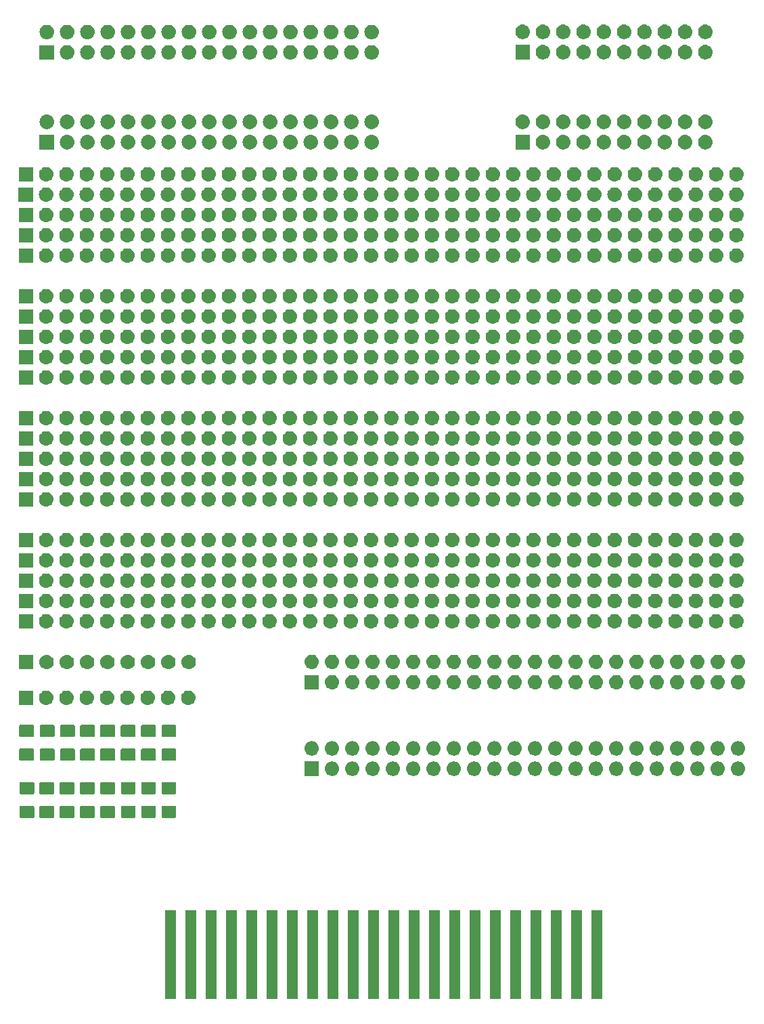
<source format=gbr>
G04 #@! TF.GenerationSoftware,KiCad,Pcbnew,(5.1.2-1)-1*
G04 #@! TF.CreationDate,2022-07-30T23:34:55+02:00*
G04 #@! TF.ProjectId,ElectronBreadBoard,456c6563-7472-46f6-9e42-72656164426f,rev?*
G04 #@! TF.SameCoordinates,Original*
G04 #@! TF.FileFunction,Soldermask,Bot*
G04 #@! TF.FilePolarity,Negative*
%FSLAX46Y46*%
G04 Gerber Fmt 4.6, Leading zero omitted, Abs format (unit mm)*
G04 Created by KiCad (PCBNEW (5.1.2-1)-1) date 2022-07-30 23:34:55*
%MOMM*%
%LPD*%
G04 APERTURE LIST*
%ADD10C,0.100000*%
G04 APERTURE END LIST*
D10*
G36*
X138651000Y-177301000D02*
G01*
X137279000Y-177301000D01*
X137279000Y-166199000D01*
X138651000Y-166199000D01*
X138651000Y-177301000D01*
X138651000Y-177301000D01*
G37*
G36*
X136111000Y-177301000D02*
G01*
X134739000Y-177301000D01*
X134739000Y-166199000D01*
X136111000Y-166199000D01*
X136111000Y-177301000D01*
X136111000Y-177301000D01*
G37*
G36*
X133571000Y-177301000D02*
G01*
X132199000Y-177301000D01*
X132199000Y-166199000D01*
X133571000Y-166199000D01*
X133571000Y-177301000D01*
X133571000Y-177301000D01*
G37*
G36*
X131031000Y-177301000D02*
G01*
X129659000Y-177301000D01*
X129659000Y-166199000D01*
X131031000Y-166199000D01*
X131031000Y-177301000D01*
X131031000Y-177301000D01*
G37*
G36*
X128491000Y-177301000D02*
G01*
X127119000Y-177301000D01*
X127119000Y-166199000D01*
X128491000Y-166199000D01*
X128491000Y-177301000D01*
X128491000Y-177301000D01*
G37*
G36*
X125951000Y-177301000D02*
G01*
X124579000Y-177301000D01*
X124579000Y-166199000D01*
X125951000Y-166199000D01*
X125951000Y-177301000D01*
X125951000Y-177301000D01*
G37*
G36*
X123411000Y-177301000D02*
G01*
X122039000Y-177301000D01*
X122039000Y-166199000D01*
X123411000Y-166199000D01*
X123411000Y-177301000D01*
X123411000Y-177301000D01*
G37*
G36*
X120871000Y-177301000D02*
G01*
X119499000Y-177301000D01*
X119499000Y-166199000D01*
X120871000Y-166199000D01*
X120871000Y-177301000D01*
X120871000Y-177301000D01*
G37*
G36*
X118331000Y-177301000D02*
G01*
X116959000Y-177301000D01*
X116959000Y-166199000D01*
X118331000Y-166199000D01*
X118331000Y-177301000D01*
X118331000Y-177301000D01*
G37*
G36*
X115791000Y-177301000D02*
G01*
X114419000Y-177301000D01*
X114419000Y-166199000D01*
X115791000Y-166199000D01*
X115791000Y-177301000D01*
X115791000Y-177301000D01*
G37*
G36*
X113251000Y-177301000D02*
G01*
X111879000Y-177301000D01*
X111879000Y-166199000D01*
X113251000Y-166199000D01*
X113251000Y-177301000D01*
X113251000Y-177301000D01*
G37*
G36*
X110711000Y-177301000D02*
G01*
X109339000Y-177301000D01*
X109339000Y-166199000D01*
X110711000Y-166199000D01*
X110711000Y-177301000D01*
X110711000Y-177301000D01*
G37*
G36*
X108171000Y-177301000D02*
G01*
X106799000Y-177301000D01*
X106799000Y-166199000D01*
X108171000Y-166199000D01*
X108171000Y-177301000D01*
X108171000Y-177301000D01*
G37*
G36*
X105631000Y-177301000D02*
G01*
X104259000Y-177301000D01*
X104259000Y-166199000D01*
X105631000Y-166199000D01*
X105631000Y-177301000D01*
X105631000Y-177301000D01*
G37*
G36*
X103091000Y-177301000D02*
G01*
X101719000Y-177301000D01*
X101719000Y-166199000D01*
X103091000Y-166199000D01*
X103091000Y-177301000D01*
X103091000Y-177301000D01*
G37*
G36*
X100551000Y-177301000D02*
G01*
X99179000Y-177301000D01*
X99179000Y-166199000D01*
X100551000Y-166199000D01*
X100551000Y-177301000D01*
X100551000Y-177301000D01*
G37*
G36*
X98011000Y-177301000D02*
G01*
X96639000Y-177301000D01*
X96639000Y-166199000D01*
X98011000Y-166199000D01*
X98011000Y-177301000D01*
X98011000Y-177301000D01*
G37*
G36*
X95471000Y-177301000D02*
G01*
X94099000Y-177301000D01*
X94099000Y-166199000D01*
X95471000Y-166199000D01*
X95471000Y-177301000D01*
X95471000Y-177301000D01*
G37*
G36*
X92931000Y-177301000D02*
G01*
X91559000Y-177301000D01*
X91559000Y-166199000D01*
X92931000Y-166199000D01*
X92931000Y-177301000D01*
X92931000Y-177301000D01*
G37*
G36*
X90391000Y-177301000D02*
G01*
X89019000Y-177301000D01*
X89019000Y-166199000D01*
X90391000Y-166199000D01*
X90391000Y-177301000D01*
X90391000Y-177301000D01*
G37*
G36*
X87851000Y-177301000D02*
G01*
X86479000Y-177301000D01*
X86479000Y-166199000D01*
X87851000Y-166199000D01*
X87851000Y-177301000D01*
X87851000Y-177301000D01*
G37*
G36*
X85311000Y-177301000D02*
G01*
X83939000Y-177301000D01*
X83939000Y-166199000D01*
X85311000Y-166199000D01*
X85311000Y-177301000D01*
X85311000Y-177301000D01*
G37*
G36*
X75005562Y-153128181D02*
G01*
X75040481Y-153138774D01*
X75072663Y-153155976D01*
X75100873Y-153179127D01*
X75124024Y-153207337D01*
X75141226Y-153239519D01*
X75151819Y-153274438D01*
X75156000Y-153316895D01*
X75156000Y-154458105D01*
X75151819Y-154500562D01*
X75141226Y-154535481D01*
X75124024Y-154567663D01*
X75100873Y-154595873D01*
X75072663Y-154619024D01*
X75040481Y-154636226D01*
X75005562Y-154646819D01*
X74963105Y-154651000D01*
X73496895Y-154651000D01*
X73454438Y-154646819D01*
X73419519Y-154636226D01*
X73387337Y-154619024D01*
X73359127Y-154595873D01*
X73335976Y-154567663D01*
X73318774Y-154535481D01*
X73308181Y-154500562D01*
X73304000Y-154458105D01*
X73304000Y-153316895D01*
X73308181Y-153274438D01*
X73318774Y-153239519D01*
X73335976Y-153207337D01*
X73359127Y-153179127D01*
X73387337Y-153155976D01*
X73419519Y-153138774D01*
X73454438Y-153128181D01*
X73496895Y-153124000D01*
X74963105Y-153124000D01*
X75005562Y-153128181D01*
X75005562Y-153128181D01*
G37*
G36*
X85195562Y-153128181D02*
G01*
X85230481Y-153138774D01*
X85262663Y-153155976D01*
X85290873Y-153179127D01*
X85314024Y-153207337D01*
X85331226Y-153239519D01*
X85341819Y-153274438D01*
X85346000Y-153316895D01*
X85346000Y-154458105D01*
X85341819Y-154500562D01*
X85331226Y-154535481D01*
X85314024Y-154567663D01*
X85290873Y-154595873D01*
X85262663Y-154619024D01*
X85230481Y-154636226D01*
X85195562Y-154646819D01*
X85153105Y-154651000D01*
X83686895Y-154651000D01*
X83644438Y-154646819D01*
X83609519Y-154636226D01*
X83577337Y-154619024D01*
X83549127Y-154595873D01*
X83525976Y-154567663D01*
X83508774Y-154535481D01*
X83498181Y-154500562D01*
X83494000Y-154458105D01*
X83494000Y-153316895D01*
X83498181Y-153274438D01*
X83508774Y-153239519D01*
X83525976Y-153207337D01*
X83549127Y-153179127D01*
X83577337Y-153155976D01*
X83609519Y-153138774D01*
X83644438Y-153128181D01*
X83686895Y-153124000D01*
X85153105Y-153124000D01*
X85195562Y-153128181D01*
X85195562Y-153128181D01*
G37*
G36*
X82655562Y-153128181D02*
G01*
X82690481Y-153138774D01*
X82722663Y-153155976D01*
X82750873Y-153179127D01*
X82774024Y-153207337D01*
X82791226Y-153239519D01*
X82801819Y-153274438D01*
X82806000Y-153316895D01*
X82806000Y-154458105D01*
X82801819Y-154500562D01*
X82791226Y-154535481D01*
X82774024Y-154567663D01*
X82750873Y-154595873D01*
X82722663Y-154619024D01*
X82690481Y-154636226D01*
X82655562Y-154646819D01*
X82613105Y-154651000D01*
X81146895Y-154651000D01*
X81104438Y-154646819D01*
X81069519Y-154636226D01*
X81037337Y-154619024D01*
X81009127Y-154595873D01*
X80985976Y-154567663D01*
X80968774Y-154535481D01*
X80958181Y-154500562D01*
X80954000Y-154458105D01*
X80954000Y-153316895D01*
X80958181Y-153274438D01*
X80968774Y-153239519D01*
X80985976Y-153207337D01*
X81009127Y-153179127D01*
X81037337Y-153155976D01*
X81069519Y-153138774D01*
X81104438Y-153128181D01*
X81146895Y-153124000D01*
X82613105Y-153124000D01*
X82655562Y-153128181D01*
X82655562Y-153128181D01*
G37*
G36*
X80115562Y-153128181D02*
G01*
X80150481Y-153138774D01*
X80182663Y-153155976D01*
X80210873Y-153179127D01*
X80234024Y-153207337D01*
X80251226Y-153239519D01*
X80261819Y-153274438D01*
X80266000Y-153316895D01*
X80266000Y-154458105D01*
X80261819Y-154500562D01*
X80251226Y-154535481D01*
X80234024Y-154567663D01*
X80210873Y-154595873D01*
X80182663Y-154619024D01*
X80150481Y-154636226D01*
X80115562Y-154646819D01*
X80073105Y-154651000D01*
X78606895Y-154651000D01*
X78564438Y-154646819D01*
X78529519Y-154636226D01*
X78497337Y-154619024D01*
X78469127Y-154595873D01*
X78445976Y-154567663D01*
X78428774Y-154535481D01*
X78418181Y-154500562D01*
X78414000Y-154458105D01*
X78414000Y-153316895D01*
X78418181Y-153274438D01*
X78428774Y-153239519D01*
X78445976Y-153207337D01*
X78469127Y-153179127D01*
X78497337Y-153155976D01*
X78529519Y-153138774D01*
X78564438Y-153128181D01*
X78606895Y-153124000D01*
X80073105Y-153124000D01*
X80115562Y-153128181D01*
X80115562Y-153128181D01*
G37*
G36*
X77515562Y-153128181D02*
G01*
X77550481Y-153138774D01*
X77582663Y-153155976D01*
X77610873Y-153179127D01*
X77634024Y-153207337D01*
X77651226Y-153239519D01*
X77661819Y-153274438D01*
X77666000Y-153316895D01*
X77666000Y-154458105D01*
X77661819Y-154500562D01*
X77651226Y-154535481D01*
X77634024Y-154567663D01*
X77610873Y-154595873D01*
X77582663Y-154619024D01*
X77550481Y-154636226D01*
X77515562Y-154646819D01*
X77473105Y-154651000D01*
X76006895Y-154651000D01*
X75964438Y-154646819D01*
X75929519Y-154636226D01*
X75897337Y-154619024D01*
X75869127Y-154595873D01*
X75845976Y-154567663D01*
X75828774Y-154535481D01*
X75818181Y-154500562D01*
X75814000Y-154458105D01*
X75814000Y-153316895D01*
X75818181Y-153274438D01*
X75828774Y-153239519D01*
X75845976Y-153207337D01*
X75869127Y-153179127D01*
X75897337Y-153155976D01*
X75929519Y-153138774D01*
X75964438Y-153128181D01*
X76006895Y-153124000D01*
X77473105Y-153124000D01*
X77515562Y-153128181D01*
X77515562Y-153128181D01*
G37*
G36*
X72465562Y-153128181D02*
G01*
X72500481Y-153138774D01*
X72532663Y-153155976D01*
X72560873Y-153179127D01*
X72584024Y-153207337D01*
X72601226Y-153239519D01*
X72611819Y-153274438D01*
X72616000Y-153316895D01*
X72616000Y-154458105D01*
X72611819Y-154500562D01*
X72601226Y-154535481D01*
X72584024Y-154567663D01*
X72560873Y-154595873D01*
X72532663Y-154619024D01*
X72500481Y-154636226D01*
X72465562Y-154646819D01*
X72423105Y-154651000D01*
X70956895Y-154651000D01*
X70914438Y-154646819D01*
X70879519Y-154636226D01*
X70847337Y-154619024D01*
X70819127Y-154595873D01*
X70795976Y-154567663D01*
X70778774Y-154535481D01*
X70768181Y-154500562D01*
X70764000Y-154458105D01*
X70764000Y-153316895D01*
X70768181Y-153274438D01*
X70778774Y-153239519D01*
X70795976Y-153207337D01*
X70819127Y-153179127D01*
X70847337Y-153155976D01*
X70879519Y-153138774D01*
X70914438Y-153128181D01*
X70956895Y-153124000D01*
X72423105Y-153124000D01*
X72465562Y-153128181D01*
X72465562Y-153128181D01*
G37*
G36*
X69925562Y-153128181D02*
G01*
X69960481Y-153138774D01*
X69992663Y-153155976D01*
X70020873Y-153179127D01*
X70044024Y-153207337D01*
X70061226Y-153239519D01*
X70071819Y-153274438D01*
X70076000Y-153316895D01*
X70076000Y-154458105D01*
X70071819Y-154500562D01*
X70061226Y-154535481D01*
X70044024Y-154567663D01*
X70020873Y-154595873D01*
X69992663Y-154619024D01*
X69960481Y-154636226D01*
X69925562Y-154646819D01*
X69883105Y-154651000D01*
X68416895Y-154651000D01*
X68374438Y-154646819D01*
X68339519Y-154636226D01*
X68307337Y-154619024D01*
X68279127Y-154595873D01*
X68255976Y-154567663D01*
X68238774Y-154535481D01*
X68228181Y-154500562D01*
X68224000Y-154458105D01*
X68224000Y-153316895D01*
X68228181Y-153274438D01*
X68238774Y-153239519D01*
X68255976Y-153207337D01*
X68279127Y-153179127D01*
X68307337Y-153155976D01*
X68339519Y-153138774D01*
X68374438Y-153128181D01*
X68416895Y-153124000D01*
X69883105Y-153124000D01*
X69925562Y-153128181D01*
X69925562Y-153128181D01*
G37*
G36*
X67425562Y-153128181D02*
G01*
X67460481Y-153138774D01*
X67492663Y-153155976D01*
X67520873Y-153179127D01*
X67544024Y-153207337D01*
X67561226Y-153239519D01*
X67571819Y-153274438D01*
X67576000Y-153316895D01*
X67576000Y-154458105D01*
X67571819Y-154500562D01*
X67561226Y-154535481D01*
X67544024Y-154567663D01*
X67520873Y-154595873D01*
X67492663Y-154619024D01*
X67460481Y-154636226D01*
X67425562Y-154646819D01*
X67383105Y-154651000D01*
X65916895Y-154651000D01*
X65874438Y-154646819D01*
X65839519Y-154636226D01*
X65807337Y-154619024D01*
X65779127Y-154595873D01*
X65755976Y-154567663D01*
X65738774Y-154535481D01*
X65728181Y-154500562D01*
X65724000Y-154458105D01*
X65724000Y-153316895D01*
X65728181Y-153274438D01*
X65738774Y-153239519D01*
X65755976Y-153207337D01*
X65779127Y-153179127D01*
X65807337Y-153155976D01*
X65839519Y-153138774D01*
X65874438Y-153128181D01*
X65916895Y-153124000D01*
X67383105Y-153124000D01*
X67425562Y-153128181D01*
X67425562Y-153128181D01*
G37*
G36*
X69925562Y-150153181D02*
G01*
X69960481Y-150163774D01*
X69992663Y-150180976D01*
X70020873Y-150204127D01*
X70044024Y-150232337D01*
X70061226Y-150264519D01*
X70071819Y-150299438D01*
X70076000Y-150341895D01*
X70076000Y-151483105D01*
X70071819Y-151525562D01*
X70061226Y-151560481D01*
X70044024Y-151592663D01*
X70020873Y-151620873D01*
X69992663Y-151644024D01*
X69960481Y-151661226D01*
X69925562Y-151671819D01*
X69883105Y-151676000D01*
X68416895Y-151676000D01*
X68374438Y-151671819D01*
X68339519Y-151661226D01*
X68307337Y-151644024D01*
X68279127Y-151620873D01*
X68255976Y-151592663D01*
X68238774Y-151560481D01*
X68228181Y-151525562D01*
X68224000Y-151483105D01*
X68224000Y-150341895D01*
X68228181Y-150299438D01*
X68238774Y-150264519D01*
X68255976Y-150232337D01*
X68279127Y-150204127D01*
X68307337Y-150180976D01*
X68339519Y-150163774D01*
X68374438Y-150153181D01*
X68416895Y-150149000D01*
X69883105Y-150149000D01*
X69925562Y-150153181D01*
X69925562Y-150153181D01*
G37*
G36*
X85195562Y-150153181D02*
G01*
X85230481Y-150163774D01*
X85262663Y-150180976D01*
X85290873Y-150204127D01*
X85314024Y-150232337D01*
X85331226Y-150264519D01*
X85341819Y-150299438D01*
X85346000Y-150341895D01*
X85346000Y-151483105D01*
X85341819Y-151525562D01*
X85331226Y-151560481D01*
X85314024Y-151592663D01*
X85290873Y-151620873D01*
X85262663Y-151644024D01*
X85230481Y-151661226D01*
X85195562Y-151671819D01*
X85153105Y-151676000D01*
X83686895Y-151676000D01*
X83644438Y-151671819D01*
X83609519Y-151661226D01*
X83577337Y-151644024D01*
X83549127Y-151620873D01*
X83525976Y-151592663D01*
X83508774Y-151560481D01*
X83498181Y-151525562D01*
X83494000Y-151483105D01*
X83494000Y-150341895D01*
X83498181Y-150299438D01*
X83508774Y-150264519D01*
X83525976Y-150232337D01*
X83549127Y-150204127D01*
X83577337Y-150180976D01*
X83609519Y-150163774D01*
X83644438Y-150153181D01*
X83686895Y-150149000D01*
X85153105Y-150149000D01*
X85195562Y-150153181D01*
X85195562Y-150153181D01*
G37*
G36*
X72465562Y-150153181D02*
G01*
X72500481Y-150163774D01*
X72532663Y-150180976D01*
X72560873Y-150204127D01*
X72584024Y-150232337D01*
X72601226Y-150264519D01*
X72611819Y-150299438D01*
X72616000Y-150341895D01*
X72616000Y-151483105D01*
X72611819Y-151525562D01*
X72601226Y-151560481D01*
X72584024Y-151592663D01*
X72560873Y-151620873D01*
X72532663Y-151644024D01*
X72500481Y-151661226D01*
X72465562Y-151671819D01*
X72423105Y-151676000D01*
X70956895Y-151676000D01*
X70914438Y-151671819D01*
X70879519Y-151661226D01*
X70847337Y-151644024D01*
X70819127Y-151620873D01*
X70795976Y-151592663D01*
X70778774Y-151560481D01*
X70768181Y-151525562D01*
X70764000Y-151483105D01*
X70764000Y-150341895D01*
X70768181Y-150299438D01*
X70778774Y-150264519D01*
X70795976Y-150232337D01*
X70819127Y-150204127D01*
X70847337Y-150180976D01*
X70879519Y-150163774D01*
X70914438Y-150153181D01*
X70956895Y-150149000D01*
X72423105Y-150149000D01*
X72465562Y-150153181D01*
X72465562Y-150153181D01*
G37*
G36*
X82655562Y-150153181D02*
G01*
X82690481Y-150163774D01*
X82722663Y-150180976D01*
X82750873Y-150204127D01*
X82774024Y-150232337D01*
X82791226Y-150264519D01*
X82801819Y-150299438D01*
X82806000Y-150341895D01*
X82806000Y-151483105D01*
X82801819Y-151525562D01*
X82791226Y-151560481D01*
X82774024Y-151592663D01*
X82750873Y-151620873D01*
X82722663Y-151644024D01*
X82690481Y-151661226D01*
X82655562Y-151671819D01*
X82613105Y-151676000D01*
X81146895Y-151676000D01*
X81104438Y-151671819D01*
X81069519Y-151661226D01*
X81037337Y-151644024D01*
X81009127Y-151620873D01*
X80985976Y-151592663D01*
X80968774Y-151560481D01*
X80958181Y-151525562D01*
X80954000Y-151483105D01*
X80954000Y-150341895D01*
X80958181Y-150299438D01*
X80968774Y-150264519D01*
X80985976Y-150232337D01*
X81009127Y-150204127D01*
X81037337Y-150180976D01*
X81069519Y-150163774D01*
X81104438Y-150153181D01*
X81146895Y-150149000D01*
X82613105Y-150149000D01*
X82655562Y-150153181D01*
X82655562Y-150153181D01*
G37*
G36*
X75005562Y-150153181D02*
G01*
X75040481Y-150163774D01*
X75072663Y-150180976D01*
X75100873Y-150204127D01*
X75124024Y-150232337D01*
X75141226Y-150264519D01*
X75151819Y-150299438D01*
X75156000Y-150341895D01*
X75156000Y-151483105D01*
X75151819Y-151525562D01*
X75141226Y-151560481D01*
X75124024Y-151592663D01*
X75100873Y-151620873D01*
X75072663Y-151644024D01*
X75040481Y-151661226D01*
X75005562Y-151671819D01*
X74963105Y-151676000D01*
X73496895Y-151676000D01*
X73454438Y-151671819D01*
X73419519Y-151661226D01*
X73387337Y-151644024D01*
X73359127Y-151620873D01*
X73335976Y-151592663D01*
X73318774Y-151560481D01*
X73308181Y-151525562D01*
X73304000Y-151483105D01*
X73304000Y-150341895D01*
X73308181Y-150299438D01*
X73318774Y-150264519D01*
X73335976Y-150232337D01*
X73359127Y-150204127D01*
X73387337Y-150180976D01*
X73419519Y-150163774D01*
X73454438Y-150153181D01*
X73496895Y-150149000D01*
X74963105Y-150149000D01*
X75005562Y-150153181D01*
X75005562Y-150153181D01*
G37*
G36*
X80115562Y-150153181D02*
G01*
X80150481Y-150163774D01*
X80182663Y-150180976D01*
X80210873Y-150204127D01*
X80234024Y-150232337D01*
X80251226Y-150264519D01*
X80261819Y-150299438D01*
X80266000Y-150341895D01*
X80266000Y-151483105D01*
X80261819Y-151525562D01*
X80251226Y-151560481D01*
X80234024Y-151592663D01*
X80210873Y-151620873D01*
X80182663Y-151644024D01*
X80150481Y-151661226D01*
X80115562Y-151671819D01*
X80073105Y-151676000D01*
X78606895Y-151676000D01*
X78564438Y-151671819D01*
X78529519Y-151661226D01*
X78497337Y-151644024D01*
X78469127Y-151620873D01*
X78445976Y-151592663D01*
X78428774Y-151560481D01*
X78418181Y-151525562D01*
X78414000Y-151483105D01*
X78414000Y-150341895D01*
X78418181Y-150299438D01*
X78428774Y-150264519D01*
X78445976Y-150232337D01*
X78469127Y-150204127D01*
X78497337Y-150180976D01*
X78529519Y-150163774D01*
X78564438Y-150153181D01*
X78606895Y-150149000D01*
X80073105Y-150149000D01*
X80115562Y-150153181D01*
X80115562Y-150153181D01*
G37*
G36*
X77515562Y-150153181D02*
G01*
X77550481Y-150163774D01*
X77582663Y-150180976D01*
X77610873Y-150204127D01*
X77634024Y-150232337D01*
X77651226Y-150264519D01*
X77661819Y-150299438D01*
X77666000Y-150341895D01*
X77666000Y-151483105D01*
X77661819Y-151525562D01*
X77651226Y-151560481D01*
X77634024Y-151592663D01*
X77610873Y-151620873D01*
X77582663Y-151644024D01*
X77550481Y-151661226D01*
X77515562Y-151671819D01*
X77473105Y-151676000D01*
X76006895Y-151676000D01*
X75964438Y-151671819D01*
X75929519Y-151661226D01*
X75897337Y-151644024D01*
X75869127Y-151620873D01*
X75845976Y-151592663D01*
X75828774Y-151560481D01*
X75818181Y-151525562D01*
X75814000Y-151483105D01*
X75814000Y-150341895D01*
X75818181Y-150299438D01*
X75828774Y-150264519D01*
X75845976Y-150232337D01*
X75869127Y-150204127D01*
X75897337Y-150180976D01*
X75929519Y-150163774D01*
X75964438Y-150153181D01*
X76006895Y-150149000D01*
X77473105Y-150149000D01*
X77515562Y-150153181D01*
X77515562Y-150153181D01*
G37*
G36*
X67425562Y-150153181D02*
G01*
X67460481Y-150163774D01*
X67492663Y-150180976D01*
X67520873Y-150204127D01*
X67544024Y-150232337D01*
X67561226Y-150264519D01*
X67571819Y-150299438D01*
X67576000Y-150341895D01*
X67576000Y-151483105D01*
X67571819Y-151525562D01*
X67561226Y-151560481D01*
X67544024Y-151592663D01*
X67520873Y-151620873D01*
X67492663Y-151644024D01*
X67460481Y-151661226D01*
X67425562Y-151671819D01*
X67383105Y-151676000D01*
X65916895Y-151676000D01*
X65874438Y-151671819D01*
X65839519Y-151661226D01*
X65807337Y-151644024D01*
X65779127Y-151620873D01*
X65755976Y-151592663D01*
X65738774Y-151560481D01*
X65728181Y-151525562D01*
X65724000Y-151483105D01*
X65724000Y-150341895D01*
X65728181Y-150299438D01*
X65738774Y-150264519D01*
X65755976Y-150232337D01*
X65779127Y-150204127D01*
X65807337Y-150180976D01*
X65839519Y-150163774D01*
X65874438Y-150153181D01*
X65916895Y-150149000D01*
X67383105Y-150149000D01*
X67425562Y-150153181D01*
X67425562Y-150153181D01*
G37*
G36*
X140500443Y-147585519D02*
G01*
X140566627Y-147592037D01*
X140736466Y-147643557D01*
X140892991Y-147727222D01*
X140928729Y-147756552D01*
X141030186Y-147839814D01*
X141113448Y-147941271D01*
X141142778Y-147977009D01*
X141226443Y-148133534D01*
X141277963Y-148303373D01*
X141295359Y-148480000D01*
X141277963Y-148656627D01*
X141226443Y-148826466D01*
X141142778Y-148982991D01*
X141113448Y-149018729D01*
X141030186Y-149120186D01*
X140928729Y-149203448D01*
X140892991Y-149232778D01*
X140736466Y-149316443D01*
X140566627Y-149367963D01*
X140500443Y-149374481D01*
X140434260Y-149381000D01*
X140345740Y-149381000D01*
X140279557Y-149374481D01*
X140213373Y-149367963D01*
X140043534Y-149316443D01*
X139887009Y-149232778D01*
X139851271Y-149203448D01*
X139749814Y-149120186D01*
X139666552Y-149018729D01*
X139637222Y-148982991D01*
X139553557Y-148826466D01*
X139502037Y-148656627D01*
X139484641Y-148480000D01*
X139502037Y-148303373D01*
X139553557Y-148133534D01*
X139637222Y-147977009D01*
X139666552Y-147941271D01*
X139749814Y-147839814D01*
X139851271Y-147756552D01*
X139887009Y-147727222D01*
X140043534Y-147643557D01*
X140213373Y-147592037D01*
X140279557Y-147585519D01*
X140345740Y-147579000D01*
X140434260Y-147579000D01*
X140500443Y-147585519D01*
X140500443Y-147585519D01*
G37*
G36*
X148120443Y-147585519D02*
G01*
X148186627Y-147592037D01*
X148356466Y-147643557D01*
X148512991Y-147727222D01*
X148548729Y-147756552D01*
X148650186Y-147839814D01*
X148733448Y-147941271D01*
X148762778Y-147977009D01*
X148846443Y-148133534D01*
X148897963Y-148303373D01*
X148915359Y-148480000D01*
X148897963Y-148656627D01*
X148846443Y-148826466D01*
X148762778Y-148982991D01*
X148733448Y-149018729D01*
X148650186Y-149120186D01*
X148548729Y-149203448D01*
X148512991Y-149232778D01*
X148356466Y-149316443D01*
X148186627Y-149367963D01*
X148120443Y-149374481D01*
X148054260Y-149381000D01*
X147965740Y-149381000D01*
X147899557Y-149374481D01*
X147833373Y-149367963D01*
X147663534Y-149316443D01*
X147507009Y-149232778D01*
X147471271Y-149203448D01*
X147369814Y-149120186D01*
X147286552Y-149018729D01*
X147257222Y-148982991D01*
X147173557Y-148826466D01*
X147122037Y-148656627D01*
X147104641Y-148480000D01*
X147122037Y-148303373D01*
X147173557Y-148133534D01*
X147257222Y-147977009D01*
X147286552Y-147941271D01*
X147369814Y-147839814D01*
X147471271Y-147756552D01*
X147507009Y-147727222D01*
X147663534Y-147643557D01*
X147833373Y-147592037D01*
X147899557Y-147585519D01*
X147965740Y-147579000D01*
X148054260Y-147579000D01*
X148120443Y-147585519D01*
X148120443Y-147585519D01*
G37*
G36*
X145580443Y-147585519D02*
G01*
X145646627Y-147592037D01*
X145816466Y-147643557D01*
X145972991Y-147727222D01*
X146008729Y-147756552D01*
X146110186Y-147839814D01*
X146193448Y-147941271D01*
X146222778Y-147977009D01*
X146306443Y-148133534D01*
X146357963Y-148303373D01*
X146375359Y-148480000D01*
X146357963Y-148656627D01*
X146306443Y-148826466D01*
X146222778Y-148982991D01*
X146193448Y-149018729D01*
X146110186Y-149120186D01*
X146008729Y-149203448D01*
X145972991Y-149232778D01*
X145816466Y-149316443D01*
X145646627Y-149367963D01*
X145580443Y-149374481D01*
X145514260Y-149381000D01*
X145425740Y-149381000D01*
X145359557Y-149374481D01*
X145293373Y-149367963D01*
X145123534Y-149316443D01*
X144967009Y-149232778D01*
X144931271Y-149203448D01*
X144829814Y-149120186D01*
X144746552Y-149018729D01*
X144717222Y-148982991D01*
X144633557Y-148826466D01*
X144582037Y-148656627D01*
X144564641Y-148480000D01*
X144582037Y-148303373D01*
X144633557Y-148133534D01*
X144717222Y-147977009D01*
X144746552Y-147941271D01*
X144829814Y-147839814D01*
X144931271Y-147756552D01*
X144967009Y-147727222D01*
X145123534Y-147643557D01*
X145293373Y-147592037D01*
X145359557Y-147585519D01*
X145425740Y-147579000D01*
X145514260Y-147579000D01*
X145580443Y-147585519D01*
X145580443Y-147585519D01*
G37*
G36*
X155740443Y-147585519D02*
G01*
X155806627Y-147592037D01*
X155976466Y-147643557D01*
X156132991Y-147727222D01*
X156168729Y-147756552D01*
X156270186Y-147839814D01*
X156353448Y-147941271D01*
X156382778Y-147977009D01*
X156466443Y-148133534D01*
X156517963Y-148303373D01*
X156535359Y-148480000D01*
X156517963Y-148656627D01*
X156466443Y-148826466D01*
X156382778Y-148982991D01*
X156353448Y-149018729D01*
X156270186Y-149120186D01*
X156168729Y-149203448D01*
X156132991Y-149232778D01*
X155976466Y-149316443D01*
X155806627Y-149367963D01*
X155740443Y-149374481D01*
X155674260Y-149381000D01*
X155585740Y-149381000D01*
X155519557Y-149374481D01*
X155453373Y-149367963D01*
X155283534Y-149316443D01*
X155127009Y-149232778D01*
X155091271Y-149203448D01*
X154989814Y-149120186D01*
X154906552Y-149018729D01*
X154877222Y-148982991D01*
X154793557Y-148826466D01*
X154742037Y-148656627D01*
X154724641Y-148480000D01*
X154742037Y-148303373D01*
X154793557Y-148133534D01*
X154877222Y-147977009D01*
X154906552Y-147941271D01*
X154989814Y-147839814D01*
X155091271Y-147756552D01*
X155127009Y-147727222D01*
X155283534Y-147643557D01*
X155453373Y-147592037D01*
X155519557Y-147585519D01*
X155585740Y-147579000D01*
X155674260Y-147579000D01*
X155740443Y-147585519D01*
X155740443Y-147585519D01*
G37*
G36*
X153200443Y-147585519D02*
G01*
X153266627Y-147592037D01*
X153436466Y-147643557D01*
X153592991Y-147727222D01*
X153628729Y-147756552D01*
X153730186Y-147839814D01*
X153813448Y-147941271D01*
X153842778Y-147977009D01*
X153926443Y-148133534D01*
X153977963Y-148303373D01*
X153995359Y-148480000D01*
X153977963Y-148656627D01*
X153926443Y-148826466D01*
X153842778Y-148982991D01*
X153813448Y-149018729D01*
X153730186Y-149120186D01*
X153628729Y-149203448D01*
X153592991Y-149232778D01*
X153436466Y-149316443D01*
X153266627Y-149367963D01*
X153200443Y-149374481D01*
X153134260Y-149381000D01*
X153045740Y-149381000D01*
X152979557Y-149374481D01*
X152913373Y-149367963D01*
X152743534Y-149316443D01*
X152587009Y-149232778D01*
X152551271Y-149203448D01*
X152449814Y-149120186D01*
X152366552Y-149018729D01*
X152337222Y-148982991D01*
X152253557Y-148826466D01*
X152202037Y-148656627D01*
X152184641Y-148480000D01*
X152202037Y-148303373D01*
X152253557Y-148133534D01*
X152337222Y-147977009D01*
X152366552Y-147941271D01*
X152449814Y-147839814D01*
X152551271Y-147756552D01*
X152587009Y-147727222D01*
X152743534Y-147643557D01*
X152913373Y-147592037D01*
X152979557Y-147585519D01*
X153045740Y-147579000D01*
X153134260Y-147579000D01*
X153200443Y-147585519D01*
X153200443Y-147585519D01*
G37*
G36*
X150660443Y-147585519D02*
G01*
X150726627Y-147592037D01*
X150896466Y-147643557D01*
X151052991Y-147727222D01*
X151088729Y-147756552D01*
X151190186Y-147839814D01*
X151273448Y-147941271D01*
X151302778Y-147977009D01*
X151386443Y-148133534D01*
X151437963Y-148303373D01*
X151455359Y-148480000D01*
X151437963Y-148656627D01*
X151386443Y-148826466D01*
X151302778Y-148982991D01*
X151273448Y-149018729D01*
X151190186Y-149120186D01*
X151088729Y-149203448D01*
X151052991Y-149232778D01*
X150896466Y-149316443D01*
X150726627Y-149367963D01*
X150660443Y-149374481D01*
X150594260Y-149381000D01*
X150505740Y-149381000D01*
X150439557Y-149374481D01*
X150373373Y-149367963D01*
X150203534Y-149316443D01*
X150047009Y-149232778D01*
X150011271Y-149203448D01*
X149909814Y-149120186D01*
X149826552Y-149018729D01*
X149797222Y-148982991D01*
X149713557Y-148826466D01*
X149662037Y-148656627D01*
X149644641Y-148480000D01*
X149662037Y-148303373D01*
X149713557Y-148133534D01*
X149797222Y-147977009D01*
X149826552Y-147941271D01*
X149909814Y-147839814D01*
X150011271Y-147756552D01*
X150047009Y-147727222D01*
X150203534Y-147643557D01*
X150373373Y-147592037D01*
X150439557Y-147585519D01*
X150505740Y-147579000D01*
X150594260Y-147579000D01*
X150660443Y-147585519D01*
X150660443Y-147585519D01*
G37*
G36*
X143040443Y-147585519D02*
G01*
X143106627Y-147592037D01*
X143276466Y-147643557D01*
X143432991Y-147727222D01*
X143468729Y-147756552D01*
X143570186Y-147839814D01*
X143653448Y-147941271D01*
X143682778Y-147977009D01*
X143766443Y-148133534D01*
X143817963Y-148303373D01*
X143835359Y-148480000D01*
X143817963Y-148656627D01*
X143766443Y-148826466D01*
X143682778Y-148982991D01*
X143653448Y-149018729D01*
X143570186Y-149120186D01*
X143468729Y-149203448D01*
X143432991Y-149232778D01*
X143276466Y-149316443D01*
X143106627Y-149367963D01*
X143040443Y-149374481D01*
X142974260Y-149381000D01*
X142885740Y-149381000D01*
X142819557Y-149374481D01*
X142753373Y-149367963D01*
X142583534Y-149316443D01*
X142427009Y-149232778D01*
X142391271Y-149203448D01*
X142289814Y-149120186D01*
X142206552Y-149018729D01*
X142177222Y-148982991D01*
X142093557Y-148826466D01*
X142042037Y-148656627D01*
X142024641Y-148480000D01*
X142042037Y-148303373D01*
X142093557Y-148133534D01*
X142177222Y-147977009D01*
X142206552Y-147941271D01*
X142289814Y-147839814D01*
X142391271Y-147756552D01*
X142427009Y-147727222D01*
X142583534Y-147643557D01*
X142753373Y-147592037D01*
X142819557Y-147585519D01*
X142885740Y-147579000D01*
X142974260Y-147579000D01*
X143040443Y-147585519D01*
X143040443Y-147585519D01*
G37*
G36*
X137960443Y-147585519D02*
G01*
X138026627Y-147592037D01*
X138196466Y-147643557D01*
X138352991Y-147727222D01*
X138388729Y-147756552D01*
X138490186Y-147839814D01*
X138573448Y-147941271D01*
X138602778Y-147977009D01*
X138686443Y-148133534D01*
X138737963Y-148303373D01*
X138755359Y-148480000D01*
X138737963Y-148656627D01*
X138686443Y-148826466D01*
X138602778Y-148982991D01*
X138573448Y-149018729D01*
X138490186Y-149120186D01*
X138388729Y-149203448D01*
X138352991Y-149232778D01*
X138196466Y-149316443D01*
X138026627Y-149367963D01*
X137960443Y-149374481D01*
X137894260Y-149381000D01*
X137805740Y-149381000D01*
X137739557Y-149374481D01*
X137673373Y-149367963D01*
X137503534Y-149316443D01*
X137347009Y-149232778D01*
X137311271Y-149203448D01*
X137209814Y-149120186D01*
X137126552Y-149018729D01*
X137097222Y-148982991D01*
X137013557Y-148826466D01*
X136962037Y-148656627D01*
X136944641Y-148480000D01*
X136962037Y-148303373D01*
X137013557Y-148133534D01*
X137097222Y-147977009D01*
X137126552Y-147941271D01*
X137209814Y-147839814D01*
X137311271Y-147756552D01*
X137347009Y-147727222D01*
X137503534Y-147643557D01*
X137673373Y-147592037D01*
X137739557Y-147585519D01*
X137805740Y-147579000D01*
X137894260Y-147579000D01*
X137960443Y-147585519D01*
X137960443Y-147585519D01*
G37*
G36*
X135420443Y-147585519D02*
G01*
X135486627Y-147592037D01*
X135656466Y-147643557D01*
X135812991Y-147727222D01*
X135848729Y-147756552D01*
X135950186Y-147839814D01*
X136033448Y-147941271D01*
X136062778Y-147977009D01*
X136146443Y-148133534D01*
X136197963Y-148303373D01*
X136215359Y-148480000D01*
X136197963Y-148656627D01*
X136146443Y-148826466D01*
X136062778Y-148982991D01*
X136033448Y-149018729D01*
X135950186Y-149120186D01*
X135848729Y-149203448D01*
X135812991Y-149232778D01*
X135656466Y-149316443D01*
X135486627Y-149367963D01*
X135420443Y-149374481D01*
X135354260Y-149381000D01*
X135265740Y-149381000D01*
X135199557Y-149374481D01*
X135133373Y-149367963D01*
X134963534Y-149316443D01*
X134807009Y-149232778D01*
X134771271Y-149203448D01*
X134669814Y-149120186D01*
X134586552Y-149018729D01*
X134557222Y-148982991D01*
X134473557Y-148826466D01*
X134422037Y-148656627D01*
X134404641Y-148480000D01*
X134422037Y-148303373D01*
X134473557Y-148133534D01*
X134557222Y-147977009D01*
X134586552Y-147941271D01*
X134669814Y-147839814D01*
X134771271Y-147756552D01*
X134807009Y-147727222D01*
X134963534Y-147643557D01*
X135133373Y-147592037D01*
X135199557Y-147585519D01*
X135265740Y-147579000D01*
X135354260Y-147579000D01*
X135420443Y-147585519D01*
X135420443Y-147585519D01*
G37*
G36*
X132880443Y-147585519D02*
G01*
X132946627Y-147592037D01*
X133116466Y-147643557D01*
X133272991Y-147727222D01*
X133308729Y-147756552D01*
X133410186Y-147839814D01*
X133493448Y-147941271D01*
X133522778Y-147977009D01*
X133606443Y-148133534D01*
X133657963Y-148303373D01*
X133675359Y-148480000D01*
X133657963Y-148656627D01*
X133606443Y-148826466D01*
X133522778Y-148982991D01*
X133493448Y-149018729D01*
X133410186Y-149120186D01*
X133308729Y-149203448D01*
X133272991Y-149232778D01*
X133116466Y-149316443D01*
X132946627Y-149367963D01*
X132880443Y-149374481D01*
X132814260Y-149381000D01*
X132725740Y-149381000D01*
X132659557Y-149374481D01*
X132593373Y-149367963D01*
X132423534Y-149316443D01*
X132267009Y-149232778D01*
X132231271Y-149203448D01*
X132129814Y-149120186D01*
X132046552Y-149018729D01*
X132017222Y-148982991D01*
X131933557Y-148826466D01*
X131882037Y-148656627D01*
X131864641Y-148480000D01*
X131882037Y-148303373D01*
X131933557Y-148133534D01*
X132017222Y-147977009D01*
X132046552Y-147941271D01*
X132129814Y-147839814D01*
X132231271Y-147756552D01*
X132267009Y-147727222D01*
X132423534Y-147643557D01*
X132593373Y-147592037D01*
X132659557Y-147585519D01*
X132725740Y-147579000D01*
X132814260Y-147579000D01*
X132880443Y-147585519D01*
X132880443Y-147585519D01*
G37*
G36*
X130340443Y-147585519D02*
G01*
X130406627Y-147592037D01*
X130576466Y-147643557D01*
X130732991Y-147727222D01*
X130768729Y-147756552D01*
X130870186Y-147839814D01*
X130953448Y-147941271D01*
X130982778Y-147977009D01*
X131066443Y-148133534D01*
X131117963Y-148303373D01*
X131135359Y-148480000D01*
X131117963Y-148656627D01*
X131066443Y-148826466D01*
X130982778Y-148982991D01*
X130953448Y-149018729D01*
X130870186Y-149120186D01*
X130768729Y-149203448D01*
X130732991Y-149232778D01*
X130576466Y-149316443D01*
X130406627Y-149367963D01*
X130340443Y-149374481D01*
X130274260Y-149381000D01*
X130185740Y-149381000D01*
X130119557Y-149374481D01*
X130053373Y-149367963D01*
X129883534Y-149316443D01*
X129727009Y-149232778D01*
X129691271Y-149203448D01*
X129589814Y-149120186D01*
X129506552Y-149018729D01*
X129477222Y-148982991D01*
X129393557Y-148826466D01*
X129342037Y-148656627D01*
X129324641Y-148480000D01*
X129342037Y-148303373D01*
X129393557Y-148133534D01*
X129477222Y-147977009D01*
X129506552Y-147941271D01*
X129589814Y-147839814D01*
X129691271Y-147756552D01*
X129727009Y-147727222D01*
X129883534Y-147643557D01*
X130053373Y-147592037D01*
X130119557Y-147585519D01*
X130185740Y-147579000D01*
X130274260Y-147579000D01*
X130340443Y-147585519D01*
X130340443Y-147585519D01*
G37*
G36*
X127800443Y-147585519D02*
G01*
X127866627Y-147592037D01*
X128036466Y-147643557D01*
X128192991Y-147727222D01*
X128228729Y-147756552D01*
X128330186Y-147839814D01*
X128413448Y-147941271D01*
X128442778Y-147977009D01*
X128526443Y-148133534D01*
X128577963Y-148303373D01*
X128595359Y-148480000D01*
X128577963Y-148656627D01*
X128526443Y-148826466D01*
X128442778Y-148982991D01*
X128413448Y-149018729D01*
X128330186Y-149120186D01*
X128228729Y-149203448D01*
X128192991Y-149232778D01*
X128036466Y-149316443D01*
X127866627Y-149367963D01*
X127800443Y-149374481D01*
X127734260Y-149381000D01*
X127645740Y-149381000D01*
X127579557Y-149374481D01*
X127513373Y-149367963D01*
X127343534Y-149316443D01*
X127187009Y-149232778D01*
X127151271Y-149203448D01*
X127049814Y-149120186D01*
X126966552Y-149018729D01*
X126937222Y-148982991D01*
X126853557Y-148826466D01*
X126802037Y-148656627D01*
X126784641Y-148480000D01*
X126802037Y-148303373D01*
X126853557Y-148133534D01*
X126937222Y-147977009D01*
X126966552Y-147941271D01*
X127049814Y-147839814D01*
X127151271Y-147756552D01*
X127187009Y-147727222D01*
X127343534Y-147643557D01*
X127513373Y-147592037D01*
X127579557Y-147585519D01*
X127645740Y-147579000D01*
X127734260Y-147579000D01*
X127800443Y-147585519D01*
X127800443Y-147585519D01*
G37*
G36*
X125260443Y-147585519D02*
G01*
X125326627Y-147592037D01*
X125496466Y-147643557D01*
X125652991Y-147727222D01*
X125688729Y-147756552D01*
X125790186Y-147839814D01*
X125873448Y-147941271D01*
X125902778Y-147977009D01*
X125986443Y-148133534D01*
X126037963Y-148303373D01*
X126055359Y-148480000D01*
X126037963Y-148656627D01*
X125986443Y-148826466D01*
X125902778Y-148982991D01*
X125873448Y-149018729D01*
X125790186Y-149120186D01*
X125688729Y-149203448D01*
X125652991Y-149232778D01*
X125496466Y-149316443D01*
X125326627Y-149367963D01*
X125260443Y-149374481D01*
X125194260Y-149381000D01*
X125105740Y-149381000D01*
X125039557Y-149374481D01*
X124973373Y-149367963D01*
X124803534Y-149316443D01*
X124647009Y-149232778D01*
X124611271Y-149203448D01*
X124509814Y-149120186D01*
X124426552Y-149018729D01*
X124397222Y-148982991D01*
X124313557Y-148826466D01*
X124262037Y-148656627D01*
X124244641Y-148480000D01*
X124262037Y-148303373D01*
X124313557Y-148133534D01*
X124397222Y-147977009D01*
X124426552Y-147941271D01*
X124509814Y-147839814D01*
X124611271Y-147756552D01*
X124647009Y-147727222D01*
X124803534Y-147643557D01*
X124973373Y-147592037D01*
X125039557Y-147585519D01*
X125105740Y-147579000D01*
X125194260Y-147579000D01*
X125260443Y-147585519D01*
X125260443Y-147585519D01*
G37*
G36*
X122720443Y-147585519D02*
G01*
X122786627Y-147592037D01*
X122956466Y-147643557D01*
X123112991Y-147727222D01*
X123148729Y-147756552D01*
X123250186Y-147839814D01*
X123333448Y-147941271D01*
X123362778Y-147977009D01*
X123446443Y-148133534D01*
X123497963Y-148303373D01*
X123515359Y-148480000D01*
X123497963Y-148656627D01*
X123446443Y-148826466D01*
X123362778Y-148982991D01*
X123333448Y-149018729D01*
X123250186Y-149120186D01*
X123148729Y-149203448D01*
X123112991Y-149232778D01*
X122956466Y-149316443D01*
X122786627Y-149367963D01*
X122720443Y-149374481D01*
X122654260Y-149381000D01*
X122565740Y-149381000D01*
X122499557Y-149374481D01*
X122433373Y-149367963D01*
X122263534Y-149316443D01*
X122107009Y-149232778D01*
X122071271Y-149203448D01*
X121969814Y-149120186D01*
X121886552Y-149018729D01*
X121857222Y-148982991D01*
X121773557Y-148826466D01*
X121722037Y-148656627D01*
X121704641Y-148480000D01*
X121722037Y-148303373D01*
X121773557Y-148133534D01*
X121857222Y-147977009D01*
X121886552Y-147941271D01*
X121969814Y-147839814D01*
X122071271Y-147756552D01*
X122107009Y-147727222D01*
X122263534Y-147643557D01*
X122433373Y-147592037D01*
X122499557Y-147585519D01*
X122565740Y-147579000D01*
X122654260Y-147579000D01*
X122720443Y-147585519D01*
X122720443Y-147585519D01*
G37*
G36*
X120180443Y-147585519D02*
G01*
X120246627Y-147592037D01*
X120416466Y-147643557D01*
X120572991Y-147727222D01*
X120608729Y-147756552D01*
X120710186Y-147839814D01*
X120793448Y-147941271D01*
X120822778Y-147977009D01*
X120906443Y-148133534D01*
X120957963Y-148303373D01*
X120975359Y-148480000D01*
X120957963Y-148656627D01*
X120906443Y-148826466D01*
X120822778Y-148982991D01*
X120793448Y-149018729D01*
X120710186Y-149120186D01*
X120608729Y-149203448D01*
X120572991Y-149232778D01*
X120416466Y-149316443D01*
X120246627Y-149367963D01*
X120180443Y-149374481D01*
X120114260Y-149381000D01*
X120025740Y-149381000D01*
X119959557Y-149374481D01*
X119893373Y-149367963D01*
X119723534Y-149316443D01*
X119567009Y-149232778D01*
X119531271Y-149203448D01*
X119429814Y-149120186D01*
X119346552Y-149018729D01*
X119317222Y-148982991D01*
X119233557Y-148826466D01*
X119182037Y-148656627D01*
X119164641Y-148480000D01*
X119182037Y-148303373D01*
X119233557Y-148133534D01*
X119317222Y-147977009D01*
X119346552Y-147941271D01*
X119429814Y-147839814D01*
X119531271Y-147756552D01*
X119567009Y-147727222D01*
X119723534Y-147643557D01*
X119893373Y-147592037D01*
X119959557Y-147585519D01*
X120025740Y-147579000D01*
X120114260Y-147579000D01*
X120180443Y-147585519D01*
X120180443Y-147585519D01*
G37*
G36*
X117640443Y-147585519D02*
G01*
X117706627Y-147592037D01*
X117876466Y-147643557D01*
X118032991Y-147727222D01*
X118068729Y-147756552D01*
X118170186Y-147839814D01*
X118253448Y-147941271D01*
X118282778Y-147977009D01*
X118366443Y-148133534D01*
X118417963Y-148303373D01*
X118435359Y-148480000D01*
X118417963Y-148656627D01*
X118366443Y-148826466D01*
X118282778Y-148982991D01*
X118253448Y-149018729D01*
X118170186Y-149120186D01*
X118068729Y-149203448D01*
X118032991Y-149232778D01*
X117876466Y-149316443D01*
X117706627Y-149367963D01*
X117640443Y-149374481D01*
X117574260Y-149381000D01*
X117485740Y-149381000D01*
X117419557Y-149374481D01*
X117353373Y-149367963D01*
X117183534Y-149316443D01*
X117027009Y-149232778D01*
X116991271Y-149203448D01*
X116889814Y-149120186D01*
X116806552Y-149018729D01*
X116777222Y-148982991D01*
X116693557Y-148826466D01*
X116642037Y-148656627D01*
X116624641Y-148480000D01*
X116642037Y-148303373D01*
X116693557Y-148133534D01*
X116777222Y-147977009D01*
X116806552Y-147941271D01*
X116889814Y-147839814D01*
X116991271Y-147756552D01*
X117027009Y-147727222D01*
X117183534Y-147643557D01*
X117353373Y-147592037D01*
X117419557Y-147585519D01*
X117485740Y-147579000D01*
X117574260Y-147579000D01*
X117640443Y-147585519D01*
X117640443Y-147585519D01*
G37*
G36*
X115100443Y-147585519D02*
G01*
X115166627Y-147592037D01*
X115336466Y-147643557D01*
X115492991Y-147727222D01*
X115528729Y-147756552D01*
X115630186Y-147839814D01*
X115713448Y-147941271D01*
X115742778Y-147977009D01*
X115826443Y-148133534D01*
X115877963Y-148303373D01*
X115895359Y-148480000D01*
X115877963Y-148656627D01*
X115826443Y-148826466D01*
X115742778Y-148982991D01*
X115713448Y-149018729D01*
X115630186Y-149120186D01*
X115528729Y-149203448D01*
X115492991Y-149232778D01*
X115336466Y-149316443D01*
X115166627Y-149367963D01*
X115100443Y-149374481D01*
X115034260Y-149381000D01*
X114945740Y-149381000D01*
X114879557Y-149374481D01*
X114813373Y-149367963D01*
X114643534Y-149316443D01*
X114487009Y-149232778D01*
X114451271Y-149203448D01*
X114349814Y-149120186D01*
X114266552Y-149018729D01*
X114237222Y-148982991D01*
X114153557Y-148826466D01*
X114102037Y-148656627D01*
X114084641Y-148480000D01*
X114102037Y-148303373D01*
X114153557Y-148133534D01*
X114237222Y-147977009D01*
X114266552Y-147941271D01*
X114349814Y-147839814D01*
X114451271Y-147756552D01*
X114487009Y-147727222D01*
X114643534Y-147643557D01*
X114813373Y-147592037D01*
X114879557Y-147585519D01*
X114945740Y-147579000D01*
X115034260Y-147579000D01*
X115100443Y-147585519D01*
X115100443Y-147585519D01*
G37*
G36*
X112560443Y-147585519D02*
G01*
X112626627Y-147592037D01*
X112796466Y-147643557D01*
X112952991Y-147727222D01*
X112988729Y-147756552D01*
X113090186Y-147839814D01*
X113173448Y-147941271D01*
X113202778Y-147977009D01*
X113286443Y-148133534D01*
X113337963Y-148303373D01*
X113355359Y-148480000D01*
X113337963Y-148656627D01*
X113286443Y-148826466D01*
X113202778Y-148982991D01*
X113173448Y-149018729D01*
X113090186Y-149120186D01*
X112988729Y-149203448D01*
X112952991Y-149232778D01*
X112796466Y-149316443D01*
X112626627Y-149367963D01*
X112560443Y-149374481D01*
X112494260Y-149381000D01*
X112405740Y-149381000D01*
X112339557Y-149374481D01*
X112273373Y-149367963D01*
X112103534Y-149316443D01*
X111947009Y-149232778D01*
X111911271Y-149203448D01*
X111809814Y-149120186D01*
X111726552Y-149018729D01*
X111697222Y-148982991D01*
X111613557Y-148826466D01*
X111562037Y-148656627D01*
X111544641Y-148480000D01*
X111562037Y-148303373D01*
X111613557Y-148133534D01*
X111697222Y-147977009D01*
X111726552Y-147941271D01*
X111809814Y-147839814D01*
X111911271Y-147756552D01*
X111947009Y-147727222D01*
X112103534Y-147643557D01*
X112273373Y-147592037D01*
X112339557Y-147585519D01*
X112405740Y-147579000D01*
X112494260Y-147579000D01*
X112560443Y-147585519D01*
X112560443Y-147585519D01*
G37*
G36*
X110020443Y-147585519D02*
G01*
X110086627Y-147592037D01*
X110256466Y-147643557D01*
X110412991Y-147727222D01*
X110448729Y-147756552D01*
X110550186Y-147839814D01*
X110633448Y-147941271D01*
X110662778Y-147977009D01*
X110746443Y-148133534D01*
X110797963Y-148303373D01*
X110815359Y-148480000D01*
X110797963Y-148656627D01*
X110746443Y-148826466D01*
X110662778Y-148982991D01*
X110633448Y-149018729D01*
X110550186Y-149120186D01*
X110448729Y-149203448D01*
X110412991Y-149232778D01*
X110256466Y-149316443D01*
X110086627Y-149367963D01*
X110020443Y-149374481D01*
X109954260Y-149381000D01*
X109865740Y-149381000D01*
X109799557Y-149374481D01*
X109733373Y-149367963D01*
X109563534Y-149316443D01*
X109407009Y-149232778D01*
X109371271Y-149203448D01*
X109269814Y-149120186D01*
X109186552Y-149018729D01*
X109157222Y-148982991D01*
X109073557Y-148826466D01*
X109022037Y-148656627D01*
X109004641Y-148480000D01*
X109022037Y-148303373D01*
X109073557Y-148133534D01*
X109157222Y-147977009D01*
X109186552Y-147941271D01*
X109269814Y-147839814D01*
X109371271Y-147756552D01*
X109407009Y-147727222D01*
X109563534Y-147643557D01*
X109733373Y-147592037D01*
X109799557Y-147585519D01*
X109865740Y-147579000D01*
X109954260Y-147579000D01*
X110020443Y-147585519D01*
X110020443Y-147585519D01*
G37*
G36*
X107480443Y-147585519D02*
G01*
X107546627Y-147592037D01*
X107716466Y-147643557D01*
X107872991Y-147727222D01*
X107908729Y-147756552D01*
X108010186Y-147839814D01*
X108093448Y-147941271D01*
X108122778Y-147977009D01*
X108206443Y-148133534D01*
X108257963Y-148303373D01*
X108275359Y-148480000D01*
X108257963Y-148656627D01*
X108206443Y-148826466D01*
X108122778Y-148982991D01*
X108093448Y-149018729D01*
X108010186Y-149120186D01*
X107908729Y-149203448D01*
X107872991Y-149232778D01*
X107716466Y-149316443D01*
X107546627Y-149367963D01*
X107480443Y-149374481D01*
X107414260Y-149381000D01*
X107325740Y-149381000D01*
X107259557Y-149374481D01*
X107193373Y-149367963D01*
X107023534Y-149316443D01*
X106867009Y-149232778D01*
X106831271Y-149203448D01*
X106729814Y-149120186D01*
X106646552Y-149018729D01*
X106617222Y-148982991D01*
X106533557Y-148826466D01*
X106482037Y-148656627D01*
X106464641Y-148480000D01*
X106482037Y-148303373D01*
X106533557Y-148133534D01*
X106617222Y-147977009D01*
X106646552Y-147941271D01*
X106729814Y-147839814D01*
X106831271Y-147756552D01*
X106867009Y-147727222D01*
X107023534Y-147643557D01*
X107193373Y-147592037D01*
X107259557Y-147585519D01*
X107325740Y-147579000D01*
X107414260Y-147579000D01*
X107480443Y-147585519D01*
X107480443Y-147585519D01*
G37*
G36*
X104940443Y-147585519D02*
G01*
X105006627Y-147592037D01*
X105176466Y-147643557D01*
X105332991Y-147727222D01*
X105368729Y-147756552D01*
X105470186Y-147839814D01*
X105553448Y-147941271D01*
X105582778Y-147977009D01*
X105666443Y-148133534D01*
X105717963Y-148303373D01*
X105735359Y-148480000D01*
X105717963Y-148656627D01*
X105666443Y-148826466D01*
X105582778Y-148982991D01*
X105553448Y-149018729D01*
X105470186Y-149120186D01*
X105368729Y-149203448D01*
X105332991Y-149232778D01*
X105176466Y-149316443D01*
X105006627Y-149367963D01*
X104940443Y-149374481D01*
X104874260Y-149381000D01*
X104785740Y-149381000D01*
X104719557Y-149374481D01*
X104653373Y-149367963D01*
X104483534Y-149316443D01*
X104327009Y-149232778D01*
X104291271Y-149203448D01*
X104189814Y-149120186D01*
X104106552Y-149018729D01*
X104077222Y-148982991D01*
X103993557Y-148826466D01*
X103942037Y-148656627D01*
X103924641Y-148480000D01*
X103942037Y-148303373D01*
X103993557Y-148133534D01*
X104077222Y-147977009D01*
X104106552Y-147941271D01*
X104189814Y-147839814D01*
X104291271Y-147756552D01*
X104327009Y-147727222D01*
X104483534Y-147643557D01*
X104653373Y-147592037D01*
X104719557Y-147585519D01*
X104785740Y-147579000D01*
X104874260Y-147579000D01*
X104940443Y-147585519D01*
X104940443Y-147585519D01*
G37*
G36*
X103191000Y-149381000D02*
G01*
X101389000Y-149381000D01*
X101389000Y-147579000D01*
X103191000Y-147579000D01*
X103191000Y-149381000D01*
X103191000Y-149381000D01*
G37*
G36*
X82625562Y-145968181D02*
G01*
X82660481Y-145978774D01*
X82692663Y-145995976D01*
X82720873Y-146019127D01*
X82744024Y-146047337D01*
X82761226Y-146079519D01*
X82771819Y-146114438D01*
X82776000Y-146156895D01*
X82776000Y-147298105D01*
X82771819Y-147340562D01*
X82761226Y-147375481D01*
X82744024Y-147407663D01*
X82720873Y-147435873D01*
X82692663Y-147459024D01*
X82660481Y-147476226D01*
X82625562Y-147486819D01*
X82583105Y-147491000D01*
X81116895Y-147491000D01*
X81074438Y-147486819D01*
X81039519Y-147476226D01*
X81007337Y-147459024D01*
X80979127Y-147435873D01*
X80955976Y-147407663D01*
X80938774Y-147375481D01*
X80928181Y-147340562D01*
X80924000Y-147298105D01*
X80924000Y-146156895D01*
X80928181Y-146114438D01*
X80938774Y-146079519D01*
X80955976Y-146047337D01*
X80979127Y-146019127D01*
X81007337Y-145995976D01*
X81039519Y-145978774D01*
X81074438Y-145968181D01*
X81116895Y-145964000D01*
X82583105Y-145964000D01*
X82625562Y-145968181D01*
X82625562Y-145968181D01*
G37*
G36*
X85195562Y-145968181D02*
G01*
X85230481Y-145978774D01*
X85262663Y-145995976D01*
X85290873Y-146019127D01*
X85314024Y-146047337D01*
X85331226Y-146079519D01*
X85341819Y-146114438D01*
X85346000Y-146156895D01*
X85346000Y-147298105D01*
X85341819Y-147340562D01*
X85331226Y-147375481D01*
X85314024Y-147407663D01*
X85290873Y-147435873D01*
X85262663Y-147459024D01*
X85230481Y-147476226D01*
X85195562Y-147486819D01*
X85153105Y-147491000D01*
X83686895Y-147491000D01*
X83644438Y-147486819D01*
X83609519Y-147476226D01*
X83577337Y-147459024D01*
X83549127Y-147435873D01*
X83525976Y-147407663D01*
X83508774Y-147375481D01*
X83498181Y-147340562D01*
X83494000Y-147298105D01*
X83494000Y-146156895D01*
X83498181Y-146114438D01*
X83508774Y-146079519D01*
X83525976Y-146047337D01*
X83549127Y-146019127D01*
X83577337Y-145995976D01*
X83609519Y-145978774D01*
X83644438Y-145968181D01*
X83686895Y-145964000D01*
X85153105Y-145964000D01*
X85195562Y-145968181D01*
X85195562Y-145968181D01*
G37*
G36*
X69965562Y-145968181D02*
G01*
X70000481Y-145978774D01*
X70032663Y-145995976D01*
X70060873Y-146019127D01*
X70084024Y-146047337D01*
X70101226Y-146079519D01*
X70111819Y-146114438D01*
X70116000Y-146156895D01*
X70116000Y-147298105D01*
X70111819Y-147340562D01*
X70101226Y-147375481D01*
X70084024Y-147407663D01*
X70060873Y-147435873D01*
X70032663Y-147459024D01*
X70000481Y-147476226D01*
X69965562Y-147486819D01*
X69923105Y-147491000D01*
X68456895Y-147491000D01*
X68414438Y-147486819D01*
X68379519Y-147476226D01*
X68347337Y-147459024D01*
X68319127Y-147435873D01*
X68295976Y-147407663D01*
X68278774Y-147375481D01*
X68268181Y-147340562D01*
X68264000Y-147298105D01*
X68264000Y-146156895D01*
X68268181Y-146114438D01*
X68278774Y-146079519D01*
X68295976Y-146047337D01*
X68319127Y-146019127D01*
X68347337Y-145995976D01*
X68379519Y-145978774D01*
X68414438Y-145968181D01*
X68456895Y-145964000D01*
X69923105Y-145964000D01*
X69965562Y-145968181D01*
X69965562Y-145968181D01*
G37*
G36*
X72505562Y-145968181D02*
G01*
X72540481Y-145978774D01*
X72572663Y-145995976D01*
X72600873Y-146019127D01*
X72624024Y-146047337D01*
X72641226Y-146079519D01*
X72651819Y-146114438D01*
X72656000Y-146156895D01*
X72656000Y-147298105D01*
X72651819Y-147340562D01*
X72641226Y-147375481D01*
X72624024Y-147407663D01*
X72600873Y-147435873D01*
X72572663Y-147459024D01*
X72540481Y-147476226D01*
X72505562Y-147486819D01*
X72463105Y-147491000D01*
X70996895Y-147491000D01*
X70954438Y-147486819D01*
X70919519Y-147476226D01*
X70887337Y-147459024D01*
X70859127Y-147435873D01*
X70835976Y-147407663D01*
X70818774Y-147375481D01*
X70808181Y-147340562D01*
X70804000Y-147298105D01*
X70804000Y-146156895D01*
X70808181Y-146114438D01*
X70818774Y-146079519D01*
X70835976Y-146047337D01*
X70859127Y-146019127D01*
X70887337Y-145995976D01*
X70919519Y-145978774D01*
X70954438Y-145968181D01*
X70996895Y-145964000D01*
X72463105Y-145964000D01*
X72505562Y-145968181D01*
X72505562Y-145968181D01*
G37*
G36*
X75015562Y-145968181D02*
G01*
X75050481Y-145978774D01*
X75082663Y-145995976D01*
X75110873Y-146019127D01*
X75134024Y-146047337D01*
X75151226Y-146079519D01*
X75161819Y-146114438D01*
X75166000Y-146156895D01*
X75166000Y-147298105D01*
X75161819Y-147340562D01*
X75151226Y-147375481D01*
X75134024Y-147407663D01*
X75110873Y-147435873D01*
X75082663Y-147459024D01*
X75050481Y-147476226D01*
X75015562Y-147486819D01*
X74973105Y-147491000D01*
X73506895Y-147491000D01*
X73464438Y-147486819D01*
X73429519Y-147476226D01*
X73397337Y-147459024D01*
X73369127Y-147435873D01*
X73345976Y-147407663D01*
X73328774Y-147375481D01*
X73318181Y-147340562D01*
X73314000Y-147298105D01*
X73314000Y-146156895D01*
X73318181Y-146114438D01*
X73328774Y-146079519D01*
X73345976Y-146047337D01*
X73369127Y-146019127D01*
X73397337Y-145995976D01*
X73429519Y-145978774D01*
X73464438Y-145968181D01*
X73506895Y-145964000D01*
X74973105Y-145964000D01*
X75015562Y-145968181D01*
X75015562Y-145968181D01*
G37*
G36*
X77525562Y-145968181D02*
G01*
X77560481Y-145978774D01*
X77592663Y-145995976D01*
X77620873Y-146019127D01*
X77644024Y-146047337D01*
X77661226Y-146079519D01*
X77671819Y-146114438D01*
X77676000Y-146156895D01*
X77676000Y-147298105D01*
X77671819Y-147340562D01*
X77661226Y-147375481D01*
X77644024Y-147407663D01*
X77620873Y-147435873D01*
X77592663Y-147459024D01*
X77560481Y-147476226D01*
X77525562Y-147486819D01*
X77483105Y-147491000D01*
X76016895Y-147491000D01*
X75974438Y-147486819D01*
X75939519Y-147476226D01*
X75907337Y-147459024D01*
X75879127Y-147435873D01*
X75855976Y-147407663D01*
X75838774Y-147375481D01*
X75828181Y-147340562D01*
X75824000Y-147298105D01*
X75824000Y-146156895D01*
X75828181Y-146114438D01*
X75838774Y-146079519D01*
X75855976Y-146047337D01*
X75879127Y-146019127D01*
X75907337Y-145995976D01*
X75939519Y-145978774D01*
X75974438Y-145968181D01*
X76016895Y-145964000D01*
X77483105Y-145964000D01*
X77525562Y-145968181D01*
X77525562Y-145968181D01*
G37*
G36*
X80095562Y-145968181D02*
G01*
X80130481Y-145978774D01*
X80162663Y-145995976D01*
X80190873Y-146019127D01*
X80214024Y-146047337D01*
X80231226Y-146079519D01*
X80241819Y-146114438D01*
X80246000Y-146156895D01*
X80246000Y-147298105D01*
X80241819Y-147340562D01*
X80231226Y-147375481D01*
X80214024Y-147407663D01*
X80190873Y-147435873D01*
X80162663Y-147459024D01*
X80130481Y-147476226D01*
X80095562Y-147486819D01*
X80053105Y-147491000D01*
X78586895Y-147491000D01*
X78544438Y-147486819D01*
X78509519Y-147476226D01*
X78477337Y-147459024D01*
X78449127Y-147435873D01*
X78425976Y-147407663D01*
X78408774Y-147375481D01*
X78398181Y-147340562D01*
X78394000Y-147298105D01*
X78394000Y-146156895D01*
X78398181Y-146114438D01*
X78408774Y-146079519D01*
X78425976Y-146047337D01*
X78449127Y-146019127D01*
X78477337Y-145995976D01*
X78509519Y-145978774D01*
X78544438Y-145968181D01*
X78586895Y-145964000D01*
X80053105Y-145964000D01*
X80095562Y-145968181D01*
X80095562Y-145968181D01*
G37*
G36*
X67395562Y-145948181D02*
G01*
X67430481Y-145958774D01*
X67462663Y-145975976D01*
X67490873Y-145999127D01*
X67514024Y-146027337D01*
X67531226Y-146059519D01*
X67541819Y-146094438D01*
X67546000Y-146136895D01*
X67546000Y-147278105D01*
X67541819Y-147320562D01*
X67531226Y-147355481D01*
X67514024Y-147387663D01*
X67490873Y-147415873D01*
X67462663Y-147439024D01*
X67430481Y-147456226D01*
X67395562Y-147466819D01*
X67353105Y-147471000D01*
X65886895Y-147471000D01*
X65844438Y-147466819D01*
X65809519Y-147456226D01*
X65777337Y-147439024D01*
X65749127Y-147415873D01*
X65725976Y-147387663D01*
X65708774Y-147355481D01*
X65698181Y-147320562D01*
X65694000Y-147278105D01*
X65694000Y-146136895D01*
X65698181Y-146094438D01*
X65708774Y-146059519D01*
X65725976Y-146027337D01*
X65749127Y-145999127D01*
X65777337Y-145975976D01*
X65809519Y-145958774D01*
X65844438Y-145948181D01*
X65886895Y-145944000D01*
X67353105Y-145944000D01*
X67395562Y-145948181D01*
X67395562Y-145948181D01*
G37*
G36*
X155740442Y-145045518D02*
G01*
X155806627Y-145052037D01*
X155976466Y-145103557D01*
X156132991Y-145187222D01*
X156168729Y-145216552D01*
X156270186Y-145299814D01*
X156353448Y-145401271D01*
X156382778Y-145437009D01*
X156466443Y-145593534D01*
X156517963Y-145763373D01*
X156535359Y-145940000D01*
X156517963Y-146116627D01*
X156466443Y-146286466D01*
X156382778Y-146442991D01*
X156353448Y-146478729D01*
X156270186Y-146580186D01*
X156168729Y-146663448D01*
X156132991Y-146692778D01*
X155976466Y-146776443D01*
X155806627Y-146827963D01*
X155740442Y-146834482D01*
X155674260Y-146841000D01*
X155585740Y-146841000D01*
X155519558Y-146834482D01*
X155453373Y-146827963D01*
X155283534Y-146776443D01*
X155127009Y-146692778D01*
X155091271Y-146663448D01*
X154989814Y-146580186D01*
X154906552Y-146478729D01*
X154877222Y-146442991D01*
X154793557Y-146286466D01*
X154742037Y-146116627D01*
X154724641Y-145940000D01*
X154742037Y-145763373D01*
X154793557Y-145593534D01*
X154877222Y-145437009D01*
X154906552Y-145401271D01*
X154989814Y-145299814D01*
X155091271Y-145216552D01*
X155127009Y-145187222D01*
X155283534Y-145103557D01*
X155453373Y-145052037D01*
X155519558Y-145045518D01*
X155585740Y-145039000D01*
X155674260Y-145039000D01*
X155740442Y-145045518D01*
X155740442Y-145045518D01*
G37*
G36*
X153200442Y-145045518D02*
G01*
X153266627Y-145052037D01*
X153436466Y-145103557D01*
X153592991Y-145187222D01*
X153628729Y-145216552D01*
X153730186Y-145299814D01*
X153813448Y-145401271D01*
X153842778Y-145437009D01*
X153926443Y-145593534D01*
X153977963Y-145763373D01*
X153995359Y-145940000D01*
X153977963Y-146116627D01*
X153926443Y-146286466D01*
X153842778Y-146442991D01*
X153813448Y-146478729D01*
X153730186Y-146580186D01*
X153628729Y-146663448D01*
X153592991Y-146692778D01*
X153436466Y-146776443D01*
X153266627Y-146827963D01*
X153200442Y-146834482D01*
X153134260Y-146841000D01*
X153045740Y-146841000D01*
X152979558Y-146834482D01*
X152913373Y-146827963D01*
X152743534Y-146776443D01*
X152587009Y-146692778D01*
X152551271Y-146663448D01*
X152449814Y-146580186D01*
X152366552Y-146478729D01*
X152337222Y-146442991D01*
X152253557Y-146286466D01*
X152202037Y-146116627D01*
X152184641Y-145940000D01*
X152202037Y-145763373D01*
X152253557Y-145593534D01*
X152337222Y-145437009D01*
X152366552Y-145401271D01*
X152449814Y-145299814D01*
X152551271Y-145216552D01*
X152587009Y-145187222D01*
X152743534Y-145103557D01*
X152913373Y-145052037D01*
X152979558Y-145045518D01*
X153045740Y-145039000D01*
X153134260Y-145039000D01*
X153200442Y-145045518D01*
X153200442Y-145045518D01*
G37*
G36*
X135420442Y-145045518D02*
G01*
X135486627Y-145052037D01*
X135656466Y-145103557D01*
X135812991Y-145187222D01*
X135848729Y-145216552D01*
X135950186Y-145299814D01*
X136033448Y-145401271D01*
X136062778Y-145437009D01*
X136146443Y-145593534D01*
X136197963Y-145763373D01*
X136215359Y-145940000D01*
X136197963Y-146116627D01*
X136146443Y-146286466D01*
X136062778Y-146442991D01*
X136033448Y-146478729D01*
X135950186Y-146580186D01*
X135848729Y-146663448D01*
X135812991Y-146692778D01*
X135656466Y-146776443D01*
X135486627Y-146827963D01*
X135420442Y-146834482D01*
X135354260Y-146841000D01*
X135265740Y-146841000D01*
X135199558Y-146834482D01*
X135133373Y-146827963D01*
X134963534Y-146776443D01*
X134807009Y-146692778D01*
X134771271Y-146663448D01*
X134669814Y-146580186D01*
X134586552Y-146478729D01*
X134557222Y-146442991D01*
X134473557Y-146286466D01*
X134422037Y-146116627D01*
X134404641Y-145940000D01*
X134422037Y-145763373D01*
X134473557Y-145593534D01*
X134557222Y-145437009D01*
X134586552Y-145401271D01*
X134669814Y-145299814D01*
X134771271Y-145216552D01*
X134807009Y-145187222D01*
X134963534Y-145103557D01*
X135133373Y-145052037D01*
X135199558Y-145045518D01*
X135265740Y-145039000D01*
X135354260Y-145039000D01*
X135420442Y-145045518D01*
X135420442Y-145045518D01*
G37*
G36*
X130340442Y-145045518D02*
G01*
X130406627Y-145052037D01*
X130576466Y-145103557D01*
X130732991Y-145187222D01*
X130768729Y-145216552D01*
X130870186Y-145299814D01*
X130953448Y-145401271D01*
X130982778Y-145437009D01*
X131066443Y-145593534D01*
X131117963Y-145763373D01*
X131135359Y-145940000D01*
X131117963Y-146116627D01*
X131066443Y-146286466D01*
X130982778Y-146442991D01*
X130953448Y-146478729D01*
X130870186Y-146580186D01*
X130768729Y-146663448D01*
X130732991Y-146692778D01*
X130576466Y-146776443D01*
X130406627Y-146827963D01*
X130340442Y-146834482D01*
X130274260Y-146841000D01*
X130185740Y-146841000D01*
X130119558Y-146834482D01*
X130053373Y-146827963D01*
X129883534Y-146776443D01*
X129727009Y-146692778D01*
X129691271Y-146663448D01*
X129589814Y-146580186D01*
X129506552Y-146478729D01*
X129477222Y-146442991D01*
X129393557Y-146286466D01*
X129342037Y-146116627D01*
X129324641Y-145940000D01*
X129342037Y-145763373D01*
X129393557Y-145593534D01*
X129477222Y-145437009D01*
X129506552Y-145401271D01*
X129589814Y-145299814D01*
X129691271Y-145216552D01*
X129727009Y-145187222D01*
X129883534Y-145103557D01*
X130053373Y-145052037D01*
X130119558Y-145045518D01*
X130185740Y-145039000D01*
X130274260Y-145039000D01*
X130340442Y-145045518D01*
X130340442Y-145045518D01*
G37*
G36*
X150660442Y-145045518D02*
G01*
X150726627Y-145052037D01*
X150896466Y-145103557D01*
X151052991Y-145187222D01*
X151088729Y-145216552D01*
X151190186Y-145299814D01*
X151273448Y-145401271D01*
X151302778Y-145437009D01*
X151386443Y-145593534D01*
X151437963Y-145763373D01*
X151455359Y-145940000D01*
X151437963Y-146116627D01*
X151386443Y-146286466D01*
X151302778Y-146442991D01*
X151273448Y-146478729D01*
X151190186Y-146580186D01*
X151088729Y-146663448D01*
X151052991Y-146692778D01*
X150896466Y-146776443D01*
X150726627Y-146827963D01*
X150660442Y-146834482D01*
X150594260Y-146841000D01*
X150505740Y-146841000D01*
X150439558Y-146834482D01*
X150373373Y-146827963D01*
X150203534Y-146776443D01*
X150047009Y-146692778D01*
X150011271Y-146663448D01*
X149909814Y-146580186D01*
X149826552Y-146478729D01*
X149797222Y-146442991D01*
X149713557Y-146286466D01*
X149662037Y-146116627D01*
X149644641Y-145940000D01*
X149662037Y-145763373D01*
X149713557Y-145593534D01*
X149797222Y-145437009D01*
X149826552Y-145401271D01*
X149909814Y-145299814D01*
X150011271Y-145216552D01*
X150047009Y-145187222D01*
X150203534Y-145103557D01*
X150373373Y-145052037D01*
X150439558Y-145045518D01*
X150505740Y-145039000D01*
X150594260Y-145039000D01*
X150660442Y-145045518D01*
X150660442Y-145045518D01*
G37*
G36*
X148120442Y-145045518D02*
G01*
X148186627Y-145052037D01*
X148356466Y-145103557D01*
X148512991Y-145187222D01*
X148548729Y-145216552D01*
X148650186Y-145299814D01*
X148733448Y-145401271D01*
X148762778Y-145437009D01*
X148846443Y-145593534D01*
X148897963Y-145763373D01*
X148915359Y-145940000D01*
X148897963Y-146116627D01*
X148846443Y-146286466D01*
X148762778Y-146442991D01*
X148733448Y-146478729D01*
X148650186Y-146580186D01*
X148548729Y-146663448D01*
X148512991Y-146692778D01*
X148356466Y-146776443D01*
X148186627Y-146827963D01*
X148120442Y-146834482D01*
X148054260Y-146841000D01*
X147965740Y-146841000D01*
X147899558Y-146834482D01*
X147833373Y-146827963D01*
X147663534Y-146776443D01*
X147507009Y-146692778D01*
X147471271Y-146663448D01*
X147369814Y-146580186D01*
X147286552Y-146478729D01*
X147257222Y-146442991D01*
X147173557Y-146286466D01*
X147122037Y-146116627D01*
X147104641Y-145940000D01*
X147122037Y-145763373D01*
X147173557Y-145593534D01*
X147257222Y-145437009D01*
X147286552Y-145401271D01*
X147369814Y-145299814D01*
X147471271Y-145216552D01*
X147507009Y-145187222D01*
X147663534Y-145103557D01*
X147833373Y-145052037D01*
X147899558Y-145045518D01*
X147965740Y-145039000D01*
X148054260Y-145039000D01*
X148120442Y-145045518D01*
X148120442Y-145045518D01*
G37*
G36*
X127800442Y-145045518D02*
G01*
X127866627Y-145052037D01*
X128036466Y-145103557D01*
X128192991Y-145187222D01*
X128228729Y-145216552D01*
X128330186Y-145299814D01*
X128413448Y-145401271D01*
X128442778Y-145437009D01*
X128526443Y-145593534D01*
X128577963Y-145763373D01*
X128595359Y-145940000D01*
X128577963Y-146116627D01*
X128526443Y-146286466D01*
X128442778Y-146442991D01*
X128413448Y-146478729D01*
X128330186Y-146580186D01*
X128228729Y-146663448D01*
X128192991Y-146692778D01*
X128036466Y-146776443D01*
X127866627Y-146827963D01*
X127800442Y-146834482D01*
X127734260Y-146841000D01*
X127645740Y-146841000D01*
X127579558Y-146834482D01*
X127513373Y-146827963D01*
X127343534Y-146776443D01*
X127187009Y-146692778D01*
X127151271Y-146663448D01*
X127049814Y-146580186D01*
X126966552Y-146478729D01*
X126937222Y-146442991D01*
X126853557Y-146286466D01*
X126802037Y-146116627D01*
X126784641Y-145940000D01*
X126802037Y-145763373D01*
X126853557Y-145593534D01*
X126937222Y-145437009D01*
X126966552Y-145401271D01*
X127049814Y-145299814D01*
X127151271Y-145216552D01*
X127187009Y-145187222D01*
X127343534Y-145103557D01*
X127513373Y-145052037D01*
X127579558Y-145045518D01*
X127645740Y-145039000D01*
X127734260Y-145039000D01*
X127800442Y-145045518D01*
X127800442Y-145045518D01*
G37*
G36*
X145580442Y-145045518D02*
G01*
X145646627Y-145052037D01*
X145816466Y-145103557D01*
X145972991Y-145187222D01*
X146008729Y-145216552D01*
X146110186Y-145299814D01*
X146193448Y-145401271D01*
X146222778Y-145437009D01*
X146306443Y-145593534D01*
X146357963Y-145763373D01*
X146375359Y-145940000D01*
X146357963Y-146116627D01*
X146306443Y-146286466D01*
X146222778Y-146442991D01*
X146193448Y-146478729D01*
X146110186Y-146580186D01*
X146008729Y-146663448D01*
X145972991Y-146692778D01*
X145816466Y-146776443D01*
X145646627Y-146827963D01*
X145580442Y-146834482D01*
X145514260Y-146841000D01*
X145425740Y-146841000D01*
X145359558Y-146834482D01*
X145293373Y-146827963D01*
X145123534Y-146776443D01*
X144967009Y-146692778D01*
X144931271Y-146663448D01*
X144829814Y-146580186D01*
X144746552Y-146478729D01*
X144717222Y-146442991D01*
X144633557Y-146286466D01*
X144582037Y-146116627D01*
X144564641Y-145940000D01*
X144582037Y-145763373D01*
X144633557Y-145593534D01*
X144717222Y-145437009D01*
X144746552Y-145401271D01*
X144829814Y-145299814D01*
X144931271Y-145216552D01*
X144967009Y-145187222D01*
X145123534Y-145103557D01*
X145293373Y-145052037D01*
X145359558Y-145045518D01*
X145425740Y-145039000D01*
X145514260Y-145039000D01*
X145580442Y-145045518D01*
X145580442Y-145045518D01*
G37*
G36*
X143040442Y-145045518D02*
G01*
X143106627Y-145052037D01*
X143276466Y-145103557D01*
X143432991Y-145187222D01*
X143468729Y-145216552D01*
X143570186Y-145299814D01*
X143653448Y-145401271D01*
X143682778Y-145437009D01*
X143766443Y-145593534D01*
X143817963Y-145763373D01*
X143835359Y-145940000D01*
X143817963Y-146116627D01*
X143766443Y-146286466D01*
X143682778Y-146442991D01*
X143653448Y-146478729D01*
X143570186Y-146580186D01*
X143468729Y-146663448D01*
X143432991Y-146692778D01*
X143276466Y-146776443D01*
X143106627Y-146827963D01*
X143040442Y-146834482D01*
X142974260Y-146841000D01*
X142885740Y-146841000D01*
X142819558Y-146834482D01*
X142753373Y-146827963D01*
X142583534Y-146776443D01*
X142427009Y-146692778D01*
X142391271Y-146663448D01*
X142289814Y-146580186D01*
X142206552Y-146478729D01*
X142177222Y-146442991D01*
X142093557Y-146286466D01*
X142042037Y-146116627D01*
X142024641Y-145940000D01*
X142042037Y-145763373D01*
X142093557Y-145593534D01*
X142177222Y-145437009D01*
X142206552Y-145401271D01*
X142289814Y-145299814D01*
X142391271Y-145216552D01*
X142427009Y-145187222D01*
X142583534Y-145103557D01*
X142753373Y-145052037D01*
X142819558Y-145045518D01*
X142885740Y-145039000D01*
X142974260Y-145039000D01*
X143040442Y-145045518D01*
X143040442Y-145045518D01*
G37*
G36*
X140500442Y-145045518D02*
G01*
X140566627Y-145052037D01*
X140736466Y-145103557D01*
X140892991Y-145187222D01*
X140928729Y-145216552D01*
X141030186Y-145299814D01*
X141113448Y-145401271D01*
X141142778Y-145437009D01*
X141226443Y-145593534D01*
X141277963Y-145763373D01*
X141295359Y-145940000D01*
X141277963Y-146116627D01*
X141226443Y-146286466D01*
X141142778Y-146442991D01*
X141113448Y-146478729D01*
X141030186Y-146580186D01*
X140928729Y-146663448D01*
X140892991Y-146692778D01*
X140736466Y-146776443D01*
X140566627Y-146827963D01*
X140500442Y-146834482D01*
X140434260Y-146841000D01*
X140345740Y-146841000D01*
X140279558Y-146834482D01*
X140213373Y-146827963D01*
X140043534Y-146776443D01*
X139887009Y-146692778D01*
X139851271Y-146663448D01*
X139749814Y-146580186D01*
X139666552Y-146478729D01*
X139637222Y-146442991D01*
X139553557Y-146286466D01*
X139502037Y-146116627D01*
X139484641Y-145940000D01*
X139502037Y-145763373D01*
X139553557Y-145593534D01*
X139637222Y-145437009D01*
X139666552Y-145401271D01*
X139749814Y-145299814D01*
X139851271Y-145216552D01*
X139887009Y-145187222D01*
X140043534Y-145103557D01*
X140213373Y-145052037D01*
X140279558Y-145045518D01*
X140345740Y-145039000D01*
X140434260Y-145039000D01*
X140500442Y-145045518D01*
X140500442Y-145045518D01*
G37*
G36*
X125260442Y-145045518D02*
G01*
X125326627Y-145052037D01*
X125496466Y-145103557D01*
X125652991Y-145187222D01*
X125688729Y-145216552D01*
X125790186Y-145299814D01*
X125873448Y-145401271D01*
X125902778Y-145437009D01*
X125986443Y-145593534D01*
X126037963Y-145763373D01*
X126055359Y-145940000D01*
X126037963Y-146116627D01*
X125986443Y-146286466D01*
X125902778Y-146442991D01*
X125873448Y-146478729D01*
X125790186Y-146580186D01*
X125688729Y-146663448D01*
X125652991Y-146692778D01*
X125496466Y-146776443D01*
X125326627Y-146827963D01*
X125260442Y-146834482D01*
X125194260Y-146841000D01*
X125105740Y-146841000D01*
X125039558Y-146834482D01*
X124973373Y-146827963D01*
X124803534Y-146776443D01*
X124647009Y-146692778D01*
X124611271Y-146663448D01*
X124509814Y-146580186D01*
X124426552Y-146478729D01*
X124397222Y-146442991D01*
X124313557Y-146286466D01*
X124262037Y-146116627D01*
X124244641Y-145940000D01*
X124262037Y-145763373D01*
X124313557Y-145593534D01*
X124397222Y-145437009D01*
X124426552Y-145401271D01*
X124509814Y-145299814D01*
X124611271Y-145216552D01*
X124647009Y-145187222D01*
X124803534Y-145103557D01*
X124973373Y-145052037D01*
X125039558Y-145045518D01*
X125105740Y-145039000D01*
X125194260Y-145039000D01*
X125260442Y-145045518D01*
X125260442Y-145045518D01*
G37*
G36*
X102400442Y-145045518D02*
G01*
X102466627Y-145052037D01*
X102636466Y-145103557D01*
X102792991Y-145187222D01*
X102828729Y-145216552D01*
X102930186Y-145299814D01*
X103013448Y-145401271D01*
X103042778Y-145437009D01*
X103126443Y-145593534D01*
X103177963Y-145763373D01*
X103195359Y-145940000D01*
X103177963Y-146116627D01*
X103126443Y-146286466D01*
X103042778Y-146442991D01*
X103013448Y-146478729D01*
X102930186Y-146580186D01*
X102828729Y-146663448D01*
X102792991Y-146692778D01*
X102636466Y-146776443D01*
X102466627Y-146827963D01*
X102400442Y-146834482D01*
X102334260Y-146841000D01*
X102245740Y-146841000D01*
X102179558Y-146834482D01*
X102113373Y-146827963D01*
X101943534Y-146776443D01*
X101787009Y-146692778D01*
X101751271Y-146663448D01*
X101649814Y-146580186D01*
X101566552Y-146478729D01*
X101537222Y-146442991D01*
X101453557Y-146286466D01*
X101402037Y-146116627D01*
X101384641Y-145940000D01*
X101402037Y-145763373D01*
X101453557Y-145593534D01*
X101537222Y-145437009D01*
X101566552Y-145401271D01*
X101649814Y-145299814D01*
X101751271Y-145216552D01*
X101787009Y-145187222D01*
X101943534Y-145103557D01*
X102113373Y-145052037D01*
X102179558Y-145045518D01*
X102245740Y-145039000D01*
X102334260Y-145039000D01*
X102400442Y-145045518D01*
X102400442Y-145045518D01*
G37*
G36*
X137960442Y-145045518D02*
G01*
X138026627Y-145052037D01*
X138196466Y-145103557D01*
X138352991Y-145187222D01*
X138388729Y-145216552D01*
X138490186Y-145299814D01*
X138573448Y-145401271D01*
X138602778Y-145437009D01*
X138686443Y-145593534D01*
X138737963Y-145763373D01*
X138755359Y-145940000D01*
X138737963Y-146116627D01*
X138686443Y-146286466D01*
X138602778Y-146442991D01*
X138573448Y-146478729D01*
X138490186Y-146580186D01*
X138388729Y-146663448D01*
X138352991Y-146692778D01*
X138196466Y-146776443D01*
X138026627Y-146827963D01*
X137960442Y-146834482D01*
X137894260Y-146841000D01*
X137805740Y-146841000D01*
X137739558Y-146834482D01*
X137673373Y-146827963D01*
X137503534Y-146776443D01*
X137347009Y-146692778D01*
X137311271Y-146663448D01*
X137209814Y-146580186D01*
X137126552Y-146478729D01*
X137097222Y-146442991D01*
X137013557Y-146286466D01*
X136962037Y-146116627D01*
X136944641Y-145940000D01*
X136962037Y-145763373D01*
X137013557Y-145593534D01*
X137097222Y-145437009D01*
X137126552Y-145401271D01*
X137209814Y-145299814D01*
X137311271Y-145216552D01*
X137347009Y-145187222D01*
X137503534Y-145103557D01*
X137673373Y-145052037D01*
X137739558Y-145045518D01*
X137805740Y-145039000D01*
X137894260Y-145039000D01*
X137960442Y-145045518D01*
X137960442Y-145045518D01*
G37*
G36*
X104940442Y-145045518D02*
G01*
X105006627Y-145052037D01*
X105176466Y-145103557D01*
X105332991Y-145187222D01*
X105368729Y-145216552D01*
X105470186Y-145299814D01*
X105553448Y-145401271D01*
X105582778Y-145437009D01*
X105666443Y-145593534D01*
X105717963Y-145763373D01*
X105735359Y-145940000D01*
X105717963Y-146116627D01*
X105666443Y-146286466D01*
X105582778Y-146442991D01*
X105553448Y-146478729D01*
X105470186Y-146580186D01*
X105368729Y-146663448D01*
X105332991Y-146692778D01*
X105176466Y-146776443D01*
X105006627Y-146827963D01*
X104940442Y-146834482D01*
X104874260Y-146841000D01*
X104785740Y-146841000D01*
X104719558Y-146834482D01*
X104653373Y-146827963D01*
X104483534Y-146776443D01*
X104327009Y-146692778D01*
X104291271Y-146663448D01*
X104189814Y-146580186D01*
X104106552Y-146478729D01*
X104077222Y-146442991D01*
X103993557Y-146286466D01*
X103942037Y-146116627D01*
X103924641Y-145940000D01*
X103942037Y-145763373D01*
X103993557Y-145593534D01*
X104077222Y-145437009D01*
X104106552Y-145401271D01*
X104189814Y-145299814D01*
X104291271Y-145216552D01*
X104327009Y-145187222D01*
X104483534Y-145103557D01*
X104653373Y-145052037D01*
X104719558Y-145045518D01*
X104785740Y-145039000D01*
X104874260Y-145039000D01*
X104940442Y-145045518D01*
X104940442Y-145045518D01*
G37*
G36*
X107480442Y-145045518D02*
G01*
X107546627Y-145052037D01*
X107716466Y-145103557D01*
X107872991Y-145187222D01*
X107908729Y-145216552D01*
X108010186Y-145299814D01*
X108093448Y-145401271D01*
X108122778Y-145437009D01*
X108206443Y-145593534D01*
X108257963Y-145763373D01*
X108275359Y-145940000D01*
X108257963Y-146116627D01*
X108206443Y-146286466D01*
X108122778Y-146442991D01*
X108093448Y-146478729D01*
X108010186Y-146580186D01*
X107908729Y-146663448D01*
X107872991Y-146692778D01*
X107716466Y-146776443D01*
X107546627Y-146827963D01*
X107480442Y-146834482D01*
X107414260Y-146841000D01*
X107325740Y-146841000D01*
X107259558Y-146834482D01*
X107193373Y-146827963D01*
X107023534Y-146776443D01*
X106867009Y-146692778D01*
X106831271Y-146663448D01*
X106729814Y-146580186D01*
X106646552Y-146478729D01*
X106617222Y-146442991D01*
X106533557Y-146286466D01*
X106482037Y-146116627D01*
X106464641Y-145940000D01*
X106482037Y-145763373D01*
X106533557Y-145593534D01*
X106617222Y-145437009D01*
X106646552Y-145401271D01*
X106729814Y-145299814D01*
X106831271Y-145216552D01*
X106867009Y-145187222D01*
X107023534Y-145103557D01*
X107193373Y-145052037D01*
X107259558Y-145045518D01*
X107325740Y-145039000D01*
X107414260Y-145039000D01*
X107480442Y-145045518D01*
X107480442Y-145045518D01*
G37*
G36*
X112560442Y-145045518D02*
G01*
X112626627Y-145052037D01*
X112796466Y-145103557D01*
X112952991Y-145187222D01*
X112988729Y-145216552D01*
X113090186Y-145299814D01*
X113173448Y-145401271D01*
X113202778Y-145437009D01*
X113286443Y-145593534D01*
X113337963Y-145763373D01*
X113355359Y-145940000D01*
X113337963Y-146116627D01*
X113286443Y-146286466D01*
X113202778Y-146442991D01*
X113173448Y-146478729D01*
X113090186Y-146580186D01*
X112988729Y-146663448D01*
X112952991Y-146692778D01*
X112796466Y-146776443D01*
X112626627Y-146827963D01*
X112560442Y-146834482D01*
X112494260Y-146841000D01*
X112405740Y-146841000D01*
X112339558Y-146834482D01*
X112273373Y-146827963D01*
X112103534Y-146776443D01*
X111947009Y-146692778D01*
X111911271Y-146663448D01*
X111809814Y-146580186D01*
X111726552Y-146478729D01*
X111697222Y-146442991D01*
X111613557Y-146286466D01*
X111562037Y-146116627D01*
X111544641Y-145940000D01*
X111562037Y-145763373D01*
X111613557Y-145593534D01*
X111697222Y-145437009D01*
X111726552Y-145401271D01*
X111809814Y-145299814D01*
X111911271Y-145216552D01*
X111947009Y-145187222D01*
X112103534Y-145103557D01*
X112273373Y-145052037D01*
X112339558Y-145045518D01*
X112405740Y-145039000D01*
X112494260Y-145039000D01*
X112560442Y-145045518D01*
X112560442Y-145045518D01*
G37*
G36*
X110020442Y-145045518D02*
G01*
X110086627Y-145052037D01*
X110256466Y-145103557D01*
X110412991Y-145187222D01*
X110448729Y-145216552D01*
X110550186Y-145299814D01*
X110633448Y-145401271D01*
X110662778Y-145437009D01*
X110746443Y-145593534D01*
X110797963Y-145763373D01*
X110815359Y-145940000D01*
X110797963Y-146116627D01*
X110746443Y-146286466D01*
X110662778Y-146442991D01*
X110633448Y-146478729D01*
X110550186Y-146580186D01*
X110448729Y-146663448D01*
X110412991Y-146692778D01*
X110256466Y-146776443D01*
X110086627Y-146827963D01*
X110020442Y-146834482D01*
X109954260Y-146841000D01*
X109865740Y-146841000D01*
X109799558Y-146834482D01*
X109733373Y-146827963D01*
X109563534Y-146776443D01*
X109407009Y-146692778D01*
X109371271Y-146663448D01*
X109269814Y-146580186D01*
X109186552Y-146478729D01*
X109157222Y-146442991D01*
X109073557Y-146286466D01*
X109022037Y-146116627D01*
X109004641Y-145940000D01*
X109022037Y-145763373D01*
X109073557Y-145593534D01*
X109157222Y-145437009D01*
X109186552Y-145401271D01*
X109269814Y-145299814D01*
X109371271Y-145216552D01*
X109407009Y-145187222D01*
X109563534Y-145103557D01*
X109733373Y-145052037D01*
X109799558Y-145045518D01*
X109865740Y-145039000D01*
X109954260Y-145039000D01*
X110020442Y-145045518D01*
X110020442Y-145045518D01*
G37*
G36*
X122720442Y-145045518D02*
G01*
X122786627Y-145052037D01*
X122956466Y-145103557D01*
X123112991Y-145187222D01*
X123148729Y-145216552D01*
X123250186Y-145299814D01*
X123333448Y-145401271D01*
X123362778Y-145437009D01*
X123446443Y-145593534D01*
X123497963Y-145763373D01*
X123515359Y-145940000D01*
X123497963Y-146116627D01*
X123446443Y-146286466D01*
X123362778Y-146442991D01*
X123333448Y-146478729D01*
X123250186Y-146580186D01*
X123148729Y-146663448D01*
X123112991Y-146692778D01*
X122956466Y-146776443D01*
X122786627Y-146827963D01*
X122720442Y-146834482D01*
X122654260Y-146841000D01*
X122565740Y-146841000D01*
X122499558Y-146834482D01*
X122433373Y-146827963D01*
X122263534Y-146776443D01*
X122107009Y-146692778D01*
X122071271Y-146663448D01*
X121969814Y-146580186D01*
X121886552Y-146478729D01*
X121857222Y-146442991D01*
X121773557Y-146286466D01*
X121722037Y-146116627D01*
X121704641Y-145940000D01*
X121722037Y-145763373D01*
X121773557Y-145593534D01*
X121857222Y-145437009D01*
X121886552Y-145401271D01*
X121969814Y-145299814D01*
X122071271Y-145216552D01*
X122107009Y-145187222D01*
X122263534Y-145103557D01*
X122433373Y-145052037D01*
X122499558Y-145045518D01*
X122565740Y-145039000D01*
X122654260Y-145039000D01*
X122720442Y-145045518D01*
X122720442Y-145045518D01*
G37*
G36*
X132880442Y-145045518D02*
G01*
X132946627Y-145052037D01*
X133116466Y-145103557D01*
X133272991Y-145187222D01*
X133308729Y-145216552D01*
X133410186Y-145299814D01*
X133493448Y-145401271D01*
X133522778Y-145437009D01*
X133606443Y-145593534D01*
X133657963Y-145763373D01*
X133675359Y-145940000D01*
X133657963Y-146116627D01*
X133606443Y-146286466D01*
X133522778Y-146442991D01*
X133493448Y-146478729D01*
X133410186Y-146580186D01*
X133308729Y-146663448D01*
X133272991Y-146692778D01*
X133116466Y-146776443D01*
X132946627Y-146827963D01*
X132880442Y-146834482D01*
X132814260Y-146841000D01*
X132725740Y-146841000D01*
X132659558Y-146834482D01*
X132593373Y-146827963D01*
X132423534Y-146776443D01*
X132267009Y-146692778D01*
X132231271Y-146663448D01*
X132129814Y-146580186D01*
X132046552Y-146478729D01*
X132017222Y-146442991D01*
X131933557Y-146286466D01*
X131882037Y-146116627D01*
X131864641Y-145940000D01*
X131882037Y-145763373D01*
X131933557Y-145593534D01*
X132017222Y-145437009D01*
X132046552Y-145401271D01*
X132129814Y-145299814D01*
X132231271Y-145216552D01*
X132267009Y-145187222D01*
X132423534Y-145103557D01*
X132593373Y-145052037D01*
X132659558Y-145045518D01*
X132725740Y-145039000D01*
X132814260Y-145039000D01*
X132880442Y-145045518D01*
X132880442Y-145045518D01*
G37*
G36*
X115100442Y-145045518D02*
G01*
X115166627Y-145052037D01*
X115336466Y-145103557D01*
X115492991Y-145187222D01*
X115528729Y-145216552D01*
X115630186Y-145299814D01*
X115713448Y-145401271D01*
X115742778Y-145437009D01*
X115826443Y-145593534D01*
X115877963Y-145763373D01*
X115895359Y-145940000D01*
X115877963Y-146116627D01*
X115826443Y-146286466D01*
X115742778Y-146442991D01*
X115713448Y-146478729D01*
X115630186Y-146580186D01*
X115528729Y-146663448D01*
X115492991Y-146692778D01*
X115336466Y-146776443D01*
X115166627Y-146827963D01*
X115100442Y-146834482D01*
X115034260Y-146841000D01*
X114945740Y-146841000D01*
X114879558Y-146834482D01*
X114813373Y-146827963D01*
X114643534Y-146776443D01*
X114487009Y-146692778D01*
X114451271Y-146663448D01*
X114349814Y-146580186D01*
X114266552Y-146478729D01*
X114237222Y-146442991D01*
X114153557Y-146286466D01*
X114102037Y-146116627D01*
X114084641Y-145940000D01*
X114102037Y-145763373D01*
X114153557Y-145593534D01*
X114237222Y-145437009D01*
X114266552Y-145401271D01*
X114349814Y-145299814D01*
X114451271Y-145216552D01*
X114487009Y-145187222D01*
X114643534Y-145103557D01*
X114813373Y-145052037D01*
X114879558Y-145045518D01*
X114945740Y-145039000D01*
X115034260Y-145039000D01*
X115100442Y-145045518D01*
X115100442Y-145045518D01*
G37*
G36*
X120180442Y-145045518D02*
G01*
X120246627Y-145052037D01*
X120416466Y-145103557D01*
X120572991Y-145187222D01*
X120608729Y-145216552D01*
X120710186Y-145299814D01*
X120793448Y-145401271D01*
X120822778Y-145437009D01*
X120906443Y-145593534D01*
X120957963Y-145763373D01*
X120975359Y-145940000D01*
X120957963Y-146116627D01*
X120906443Y-146286466D01*
X120822778Y-146442991D01*
X120793448Y-146478729D01*
X120710186Y-146580186D01*
X120608729Y-146663448D01*
X120572991Y-146692778D01*
X120416466Y-146776443D01*
X120246627Y-146827963D01*
X120180442Y-146834482D01*
X120114260Y-146841000D01*
X120025740Y-146841000D01*
X119959558Y-146834482D01*
X119893373Y-146827963D01*
X119723534Y-146776443D01*
X119567009Y-146692778D01*
X119531271Y-146663448D01*
X119429814Y-146580186D01*
X119346552Y-146478729D01*
X119317222Y-146442991D01*
X119233557Y-146286466D01*
X119182037Y-146116627D01*
X119164641Y-145940000D01*
X119182037Y-145763373D01*
X119233557Y-145593534D01*
X119317222Y-145437009D01*
X119346552Y-145401271D01*
X119429814Y-145299814D01*
X119531271Y-145216552D01*
X119567009Y-145187222D01*
X119723534Y-145103557D01*
X119893373Y-145052037D01*
X119959558Y-145045518D01*
X120025740Y-145039000D01*
X120114260Y-145039000D01*
X120180442Y-145045518D01*
X120180442Y-145045518D01*
G37*
G36*
X117640442Y-145045518D02*
G01*
X117706627Y-145052037D01*
X117876466Y-145103557D01*
X118032991Y-145187222D01*
X118068729Y-145216552D01*
X118170186Y-145299814D01*
X118253448Y-145401271D01*
X118282778Y-145437009D01*
X118366443Y-145593534D01*
X118417963Y-145763373D01*
X118435359Y-145940000D01*
X118417963Y-146116627D01*
X118366443Y-146286466D01*
X118282778Y-146442991D01*
X118253448Y-146478729D01*
X118170186Y-146580186D01*
X118068729Y-146663448D01*
X118032991Y-146692778D01*
X117876466Y-146776443D01*
X117706627Y-146827963D01*
X117640442Y-146834482D01*
X117574260Y-146841000D01*
X117485740Y-146841000D01*
X117419558Y-146834482D01*
X117353373Y-146827963D01*
X117183534Y-146776443D01*
X117027009Y-146692778D01*
X116991271Y-146663448D01*
X116889814Y-146580186D01*
X116806552Y-146478729D01*
X116777222Y-146442991D01*
X116693557Y-146286466D01*
X116642037Y-146116627D01*
X116624641Y-145940000D01*
X116642037Y-145763373D01*
X116693557Y-145593534D01*
X116777222Y-145437009D01*
X116806552Y-145401271D01*
X116889814Y-145299814D01*
X116991271Y-145216552D01*
X117027009Y-145187222D01*
X117183534Y-145103557D01*
X117353373Y-145052037D01*
X117419558Y-145045518D01*
X117485740Y-145039000D01*
X117574260Y-145039000D01*
X117640442Y-145045518D01*
X117640442Y-145045518D01*
G37*
G36*
X85195562Y-142993181D02*
G01*
X85230481Y-143003774D01*
X85262663Y-143020976D01*
X85290873Y-143044127D01*
X85314024Y-143072337D01*
X85331226Y-143104519D01*
X85341819Y-143139438D01*
X85346000Y-143181895D01*
X85346000Y-144323105D01*
X85341819Y-144365562D01*
X85331226Y-144400481D01*
X85314024Y-144432663D01*
X85290873Y-144460873D01*
X85262663Y-144484024D01*
X85230481Y-144501226D01*
X85195562Y-144511819D01*
X85153105Y-144516000D01*
X83686895Y-144516000D01*
X83644438Y-144511819D01*
X83609519Y-144501226D01*
X83577337Y-144484024D01*
X83549127Y-144460873D01*
X83525976Y-144432663D01*
X83508774Y-144400481D01*
X83498181Y-144365562D01*
X83494000Y-144323105D01*
X83494000Y-143181895D01*
X83498181Y-143139438D01*
X83508774Y-143104519D01*
X83525976Y-143072337D01*
X83549127Y-143044127D01*
X83577337Y-143020976D01*
X83609519Y-143003774D01*
X83644438Y-142993181D01*
X83686895Y-142989000D01*
X85153105Y-142989000D01*
X85195562Y-142993181D01*
X85195562Y-142993181D01*
G37*
G36*
X82625562Y-142993181D02*
G01*
X82660481Y-143003774D01*
X82692663Y-143020976D01*
X82720873Y-143044127D01*
X82744024Y-143072337D01*
X82761226Y-143104519D01*
X82771819Y-143139438D01*
X82776000Y-143181895D01*
X82776000Y-144323105D01*
X82771819Y-144365562D01*
X82761226Y-144400481D01*
X82744024Y-144432663D01*
X82720873Y-144460873D01*
X82692663Y-144484024D01*
X82660481Y-144501226D01*
X82625562Y-144511819D01*
X82583105Y-144516000D01*
X81116895Y-144516000D01*
X81074438Y-144511819D01*
X81039519Y-144501226D01*
X81007337Y-144484024D01*
X80979127Y-144460873D01*
X80955976Y-144432663D01*
X80938774Y-144400481D01*
X80928181Y-144365562D01*
X80924000Y-144323105D01*
X80924000Y-143181895D01*
X80928181Y-143139438D01*
X80938774Y-143104519D01*
X80955976Y-143072337D01*
X80979127Y-143044127D01*
X81007337Y-143020976D01*
X81039519Y-143003774D01*
X81074438Y-142993181D01*
X81116895Y-142989000D01*
X82583105Y-142989000D01*
X82625562Y-142993181D01*
X82625562Y-142993181D01*
G37*
G36*
X80095562Y-142993181D02*
G01*
X80130481Y-143003774D01*
X80162663Y-143020976D01*
X80190873Y-143044127D01*
X80214024Y-143072337D01*
X80231226Y-143104519D01*
X80241819Y-143139438D01*
X80246000Y-143181895D01*
X80246000Y-144323105D01*
X80241819Y-144365562D01*
X80231226Y-144400481D01*
X80214024Y-144432663D01*
X80190873Y-144460873D01*
X80162663Y-144484024D01*
X80130481Y-144501226D01*
X80095562Y-144511819D01*
X80053105Y-144516000D01*
X78586895Y-144516000D01*
X78544438Y-144511819D01*
X78509519Y-144501226D01*
X78477337Y-144484024D01*
X78449127Y-144460873D01*
X78425976Y-144432663D01*
X78408774Y-144400481D01*
X78398181Y-144365562D01*
X78394000Y-144323105D01*
X78394000Y-143181895D01*
X78398181Y-143139438D01*
X78408774Y-143104519D01*
X78425976Y-143072337D01*
X78449127Y-143044127D01*
X78477337Y-143020976D01*
X78509519Y-143003774D01*
X78544438Y-142993181D01*
X78586895Y-142989000D01*
X80053105Y-142989000D01*
X80095562Y-142993181D01*
X80095562Y-142993181D01*
G37*
G36*
X77525562Y-142993181D02*
G01*
X77560481Y-143003774D01*
X77592663Y-143020976D01*
X77620873Y-143044127D01*
X77644024Y-143072337D01*
X77661226Y-143104519D01*
X77671819Y-143139438D01*
X77676000Y-143181895D01*
X77676000Y-144323105D01*
X77671819Y-144365562D01*
X77661226Y-144400481D01*
X77644024Y-144432663D01*
X77620873Y-144460873D01*
X77592663Y-144484024D01*
X77560481Y-144501226D01*
X77525562Y-144511819D01*
X77483105Y-144516000D01*
X76016895Y-144516000D01*
X75974438Y-144511819D01*
X75939519Y-144501226D01*
X75907337Y-144484024D01*
X75879127Y-144460873D01*
X75855976Y-144432663D01*
X75838774Y-144400481D01*
X75828181Y-144365562D01*
X75824000Y-144323105D01*
X75824000Y-143181895D01*
X75828181Y-143139438D01*
X75838774Y-143104519D01*
X75855976Y-143072337D01*
X75879127Y-143044127D01*
X75907337Y-143020976D01*
X75939519Y-143003774D01*
X75974438Y-142993181D01*
X76016895Y-142989000D01*
X77483105Y-142989000D01*
X77525562Y-142993181D01*
X77525562Y-142993181D01*
G37*
G36*
X75015562Y-142993181D02*
G01*
X75050481Y-143003774D01*
X75082663Y-143020976D01*
X75110873Y-143044127D01*
X75134024Y-143072337D01*
X75151226Y-143104519D01*
X75161819Y-143139438D01*
X75166000Y-143181895D01*
X75166000Y-144323105D01*
X75161819Y-144365562D01*
X75151226Y-144400481D01*
X75134024Y-144432663D01*
X75110873Y-144460873D01*
X75082663Y-144484024D01*
X75050481Y-144501226D01*
X75015562Y-144511819D01*
X74973105Y-144516000D01*
X73506895Y-144516000D01*
X73464438Y-144511819D01*
X73429519Y-144501226D01*
X73397337Y-144484024D01*
X73369127Y-144460873D01*
X73345976Y-144432663D01*
X73328774Y-144400481D01*
X73318181Y-144365562D01*
X73314000Y-144323105D01*
X73314000Y-143181895D01*
X73318181Y-143139438D01*
X73328774Y-143104519D01*
X73345976Y-143072337D01*
X73369127Y-143044127D01*
X73397337Y-143020976D01*
X73429519Y-143003774D01*
X73464438Y-142993181D01*
X73506895Y-142989000D01*
X74973105Y-142989000D01*
X75015562Y-142993181D01*
X75015562Y-142993181D01*
G37*
G36*
X72505562Y-142993181D02*
G01*
X72540481Y-143003774D01*
X72572663Y-143020976D01*
X72600873Y-143044127D01*
X72624024Y-143072337D01*
X72641226Y-143104519D01*
X72651819Y-143139438D01*
X72656000Y-143181895D01*
X72656000Y-144323105D01*
X72651819Y-144365562D01*
X72641226Y-144400481D01*
X72624024Y-144432663D01*
X72600873Y-144460873D01*
X72572663Y-144484024D01*
X72540481Y-144501226D01*
X72505562Y-144511819D01*
X72463105Y-144516000D01*
X70996895Y-144516000D01*
X70954438Y-144511819D01*
X70919519Y-144501226D01*
X70887337Y-144484024D01*
X70859127Y-144460873D01*
X70835976Y-144432663D01*
X70818774Y-144400481D01*
X70808181Y-144365562D01*
X70804000Y-144323105D01*
X70804000Y-143181895D01*
X70808181Y-143139438D01*
X70818774Y-143104519D01*
X70835976Y-143072337D01*
X70859127Y-143044127D01*
X70887337Y-143020976D01*
X70919519Y-143003774D01*
X70954438Y-142993181D01*
X70996895Y-142989000D01*
X72463105Y-142989000D01*
X72505562Y-142993181D01*
X72505562Y-142993181D01*
G37*
G36*
X69965562Y-142993181D02*
G01*
X70000481Y-143003774D01*
X70032663Y-143020976D01*
X70060873Y-143044127D01*
X70084024Y-143072337D01*
X70101226Y-143104519D01*
X70111819Y-143139438D01*
X70116000Y-143181895D01*
X70116000Y-144323105D01*
X70111819Y-144365562D01*
X70101226Y-144400481D01*
X70084024Y-144432663D01*
X70060873Y-144460873D01*
X70032663Y-144484024D01*
X70000481Y-144501226D01*
X69965562Y-144511819D01*
X69923105Y-144516000D01*
X68456895Y-144516000D01*
X68414438Y-144511819D01*
X68379519Y-144501226D01*
X68347337Y-144484024D01*
X68319127Y-144460873D01*
X68295976Y-144432663D01*
X68278774Y-144400481D01*
X68268181Y-144365562D01*
X68264000Y-144323105D01*
X68264000Y-143181895D01*
X68268181Y-143139438D01*
X68278774Y-143104519D01*
X68295976Y-143072337D01*
X68319127Y-143044127D01*
X68347337Y-143020976D01*
X68379519Y-143003774D01*
X68414438Y-142993181D01*
X68456895Y-142989000D01*
X69923105Y-142989000D01*
X69965562Y-142993181D01*
X69965562Y-142993181D01*
G37*
G36*
X67395562Y-142973181D02*
G01*
X67430481Y-142983774D01*
X67462663Y-143000976D01*
X67490873Y-143024127D01*
X67514024Y-143052337D01*
X67531226Y-143084519D01*
X67541819Y-143119438D01*
X67546000Y-143161895D01*
X67546000Y-144303105D01*
X67541819Y-144345562D01*
X67531226Y-144380481D01*
X67514024Y-144412663D01*
X67490873Y-144440873D01*
X67462663Y-144464024D01*
X67430481Y-144481226D01*
X67395562Y-144491819D01*
X67353105Y-144496000D01*
X65886895Y-144496000D01*
X65844438Y-144491819D01*
X65809519Y-144481226D01*
X65777337Y-144464024D01*
X65749127Y-144440873D01*
X65725976Y-144412663D01*
X65708774Y-144380481D01*
X65698181Y-144345562D01*
X65694000Y-144303105D01*
X65694000Y-143161895D01*
X65698181Y-143119438D01*
X65708774Y-143084519D01*
X65725976Y-143052337D01*
X65749127Y-143024127D01*
X65777337Y-143000976D01*
X65809519Y-142983774D01*
X65844438Y-142973181D01*
X65886895Y-142969000D01*
X67353105Y-142969000D01*
X67395562Y-142973181D01*
X67395562Y-142973181D01*
G37*
G36*
X84420443Y-138715519D02*
G01*
X84486627Y-138722037D01*
X84656466Y-138773557D01*
X84812991Y-138857222D01*
X84848729Y-138886552D01*
X84950186Y-138969814D01*
X85033448Y-139071271D01*
X85062778Y-139107009D01*
X85146443Y-139263534D01*
X85197963Y-139433373D01*
X85215359Y-139610000D01*
X85197963Y-139786627D01*
X85146443Y-139956466D01*
X85062778Y-140112991D01*
X85033448Y-140148729D01*
X84950186Y-140250186D01*
X84848729Y-140333448D01*
X84812991Y-140362778D01*
X84656466Y-140446443D01*
X84486627Y-140497963D01*
X84420443Y-140504481D01*
X84354260Y-140511000D01*
X84265740Y-140511000D01*
X84199557Y-140504481D01*
X84133373Y-140497963D01*
X83963534Y-140446443D01*
X83807009Y-140362778D01*
X83771271Y-140333448D01*
X83669814Y-140250186D01*
X83586552Y-140148729D01*
X83557222Y-140112991D01*
X83473557Y-139956466D01*
X83422037Y-139786627D01*
X83404641Y-139610000D01*
X83422037Y-139433373D01*
X83473557Y-139263534D01*
X83557222Y-139107009D01*
X83586552Y-139071271D01*
X83669814Y-138969814D01*
X83771271Y-138886552D01*
X83807009Y-138857222D01*
X83963534Y-138773557D01*
X84133373Y-138722037D01*
X84199557Y-138715519D01*
X84265740Y-138709000D01*
X84354260Y-138709000D01*
X84420443Y-138715519D01*
X84420443Y-138715519D01*
G37*
G36*
X86960443Y-138715519D02*
G01*
X87026627Y-138722037D01*
X87196466Y-138773557D01*
X87352991Y-138857222D01*
X87388729Y-138886552D01*
X87490186Y-138969814D01*
X87573448Y-139071271D01*
X87602778Y-139107009D01*
X87686443Y-139263534D01*
X87737963Y-139433373D01*
X87755359Y-139610000D01*
X87737963Y-139786627D01*
X87686443Y-139956466D01*
X87602778Y-140112991D01*
X87573448Y-140148729D01*
X87490186Y-140250186D01*
X87388729Y-140333448D01*
X87352991Y-140362778D01*
X87196466Y-140446443D01*
X87026627Y-140497963D01*
X86960443Y-140504481D01*
X86894260Y-140511000D01*
X86805740Y-140511000D01*
X86739557Y-140504481D01*
X86673373Y-140497963D01*
X86503534Y-140446443D01*
X86347009Y-140362778D01*
X86311271Y-140333448D01*
X86209814Y-140250186D01*
X86126552Y-140148729D01*
X86097222Y-140112991D01*
X86013557Y-139956466D01*
X85962037Y-139786627D01*
X85944641Y-139610000D01*
X85962037Y-139433373D01*
X86013557Y-139263534D01*
X86097222Y-139107009D01*
X86126552Y-139071271D01*
X86209814Y-138969814D01*
X86311271Y-138886552D01*
X86347009Y-138857222D01*
X86503534Y-138773557D01*
X86673373Y-138722037D01*
X86739557Y-138715519D01*
X86805740Y-138709000D01*
X86894260Y-138709000D01*
X86960443Y-138715519D01*
X86960443Y-138715519D01*
G37*
G36*
X79340443Y-138715519D02*
G01*
X79406627Y-138722037D01*
X79576466Y-138773557D01*
X79732991Y-138857222D01*
X79768729Y-138886552D01*
X79870186Y-138969814D01*
X79953448Y-139071271D01*
X79982778Y-139107009D01*
X80066443Y-139263534D01*
X80117963Y-139433373D01*
X80135359Y-139610000D01*
X80117963Y-139786627D01*
X80066443Y-139956466D01*
X79982778Y-140112991D01*
X79953448Y-140148729D01*
X79870186Y-140250186D01*
X79768729Y-140333448D01*
X79732991Y-140362778D01*
X79576466Y-140446443D01*
X79406627Y-140497963D01*
X79340443Y-140504481D01*
X79274260Y-140511000D01*
X79185740Y-140511000D01*
X79119557Y-140504481D01*
X79053373Y-140497963D01*
X78883534Y-140446443D01*
X78727009Y-140362778D01*
X78691271Y-140333448D01*
X78589814Y-140250186D01*
X78506552Y-140148729D01*
X78477222Y-140112991D01*
X78393557Y-139956466D01*
X78342037Y-139786627D01*
X78324641Y-139610000D01*
X78342037Y-139433373D01*
X78393557Y-139263534D01*
X78477222Y-139107009D01*
X78506552Y-139071271D01*
X78589814Y-138969814D01*
X78691271Y-138886552D01*
X78727009Y-138857222D01*
X78883534Y-138773557D01*
X79053373Y-138722037D01*
X79119557Y-138715519D01*
X79185740Y-138709000D01*
X79274260Y-138709000D01*
X79340443Y-138715519D01*
X79340443Y-138715519D01*
G37*
G36*
X76800443Y-138715519D02*
G01*
X76866627Y-138722037D01*
X77036466Y-138773557D01*
X77192991Y-138857222D01*
X77228729Y-138886552D01*
X77330186Y-138969814D01*
X77413448Y-139071271D01*
X77442778Y-139107009D01*
X77526443Y-139263534D01*
X77577963Y-139433373D01*
X77595359Y-139610000D01*
X77577963Y-139786627D01*
X77526443Y-139956466D01*
X77442778Y-140112991D01*
X77413448Y-140148729D01*
X77330186Y-140250186D01*
X77228729Y-140333448D01*
X77192991Y-140362778D01*
X77036466Y-140446443D01*
X76866627Y-140497963D01*
X76800443Y-140504481D01*
X76734260Y-140511000D01*
X76645740Y-140511000D01*
X76579557Y-140504481D01*
X76513373Y-140497963D01*
X76343534Y-140446443D01*
X76187009Y-140362778D01*
X76151271Y-140333448D01*
X76049814Y-140250186D01*
X75966552Y-140148729D01*
X75937222Y-140112991D01*
X75853557Y-139956466D01*
X75802037Y-139786627D01*
X75784641Y-139610000D01*
X75802037Y-139433373D01*
X75853557Y-139263534D01*
X75937222Y-139107009D01*
X75966552Y-139071271D01*
X76049814Y-138969814D01*
X76151271Y-138886552D01*
X76187009Y-138857222D01*
X76343534Y-138773557D01*
X76513373Y-138722037D01*
X76579557Y-138715519D01*
X76645740Y-138709000D01*
X76734260Y-138709000D01*
X76800443Y-138715519D01*
X76800443Y-138715519D01*
G37*
G36*
X74260443Y-138715519D02*
G01*
X74326627Y-138722037D01*
X74496466Y-138773557D01*
X74652991Y-138857222D01*
X74688729Y-138886552D01*
X74790186Y-138969814D01*
X74873448Y-139071271D01*
X74902778Y-139107009D01*
X74986443Y-139263534D01*
X75037963Y-139433373D01*
X75055359Y-139610000D01*
X75037963Y-139786627D01*
X74986443Y-139956466D01*
X74902778Y-140112991D01*
X74873448Y-140148729D01*
X74790186Y-140250186D01*
X74688729Y-140333448D01*
X74652991Y-140362778D01*
X74496466Y-140446443D01*
X74326627Y-140497963D01*
X74260443Y-140504481D01*
X74194260Y-140511000D01*
X74105740Y-140511000D01*
X74039557Y-140504481D01*
X73973373Y-140497963D01*
X73803534Y-140446443D01*
X73647009Y-140362778D01*
X73611271Y-140333448D01*
X73509814Y-140250186D01*
X73426552Y-140148729D01*
X73397222Y-140112991D01*
X73313557Y-139956466D01*
X73262037Y-139786627D01*
X73244641Y-139610000D01*
X73262037Y-139433373D01*
X73313557Y-139263534D01*
X73397222Y-139107009D01*
X73426552Y-139071271D01*
X73509814Y-138969814D01*
X73611271Y-138886552D01*
X73647009Y-138857222D01*
X73803534Y-138773557D01*
X73973373Y-138722037D01*
X74039557Y-138715519D01*
X74105740Y-138709000D01*
X74194260Y-138709000D01*
X74260443Y-138715519D01*
X74260443Y-138715519D01*
G37*
G36*
X71720443Y-138715519D02*
G01*
X71786627Y-138722037D01*
X71956466Y-138773557D01*
X72112991Y-138857222D01*
X72148729Y-138886552D01*
X72250186Y-138969814D01*
X72333448Y-139071271D01*
X72362778Y-139107009D01*
X72446443Y-139263534D01*
X72497963Y-139433373D01*
X72515359Y-139610000D01*
X72497963Y-139786627D01*
X72446443Y-139956466D01*
X72362778Y-140112991D01*
X72333448Y-140148729D01*
X72250186Y-140250186D01*
X72148729Y-140333448D01*
X72112991Y-140362778D01*
X71956466Y-140446443D01*
X71786627Y-140497963D01*
X71720443Y-140504481D01*
X71654260Y-140511000D01*
X71565740Y-140511000D01*
X71499557Y-140504481D01*
X71433373Y-140497963D01*
X71263534Y-140446443D01*
X71107009Y-140362778D01*
X71071271Y-140333448D01*
X70969814Y-140250186D01*
X70886552Y-140148729D01*
X70857222Y-140112991D01*
X70773557Y-139956466D01*
X70722037Y-139786627D01*
X70704641Y-139610000D01*
X70722037Y-139433373D01*
X70773557Y-139263534D01*
X70857222Y-139107009D01*
X70886552Y-139071271D01*
X70969814Y-138969814D01*
X71071271Y-138886552D01*
X71107009Y-138857222D01*
X71263534Y-138773557D01*
X71433373Y-138722037D01*
X71499557Y-138715519D01*
X71565740Y-138709000D01*
X71654260Y-138709000D01*
X71720443Y-138715519D01*
X71720443Y-138715519D01*
G37*
G36*
X69180443Y-138715519D02*
G01*
X69246627Y-138722037D01*
X69416466Y-138773557D01*
X69572991Y-138857222D01*
X69608729Y-138886552D01*
X69710186Y-138969814D01*
X69793448Y-139071271D01*
X69822778Y-139107009D01*
X69906443Y-139263534D01*
X69957963Y-139433373D01*
X69975359Y-139610000D01*
X69957963Y-139786627D01*
X69906443Y-139956466D01*
X69822778Y-140112991D01*
X69793448Y-140148729D01*
X69710186Y-140250186D01*
X69608729Y-140333448D01*
X69572991Y-140362778D01*
X69416466Y-140446443D01*
X69246627Y-140497963D01*
X69180443Y-140504481D01*
X69114260Y-140511000D01*
X69025740Y-140511000D01*
X68959557Y-140504481D01*
X68893373Y-140497963D01*
X68723534Y-140446443D01*
X68567009Y-140362778D01*
X68531271Y-140333448D01*
X68429814Y-140250186D01*
X68346552Y-140148729D01*
X68317222Y-140112991D01*
X68233557Y-139956466D01*
X68182037Y-139786627D01*
X68164641Y-139610000D01*
X68182037Y-139433373D01*
X68233557Y-139263534D01*
X68317222Y-139107009D01*
X68346552Y-139071271D01*
X68429814Y-138969814D01*
X68531271Y-138886552D01*
X68567009Y-138857222D01*
X68723534Y-138773557D01*
X68893373Y-138722037D01*
X68959557Y-138715519D01*
X69025740Y-138709000D01*
X69114260Y-138709000D01*
X69180443Y-138715519D01*
X69180443Y-138715519D01*
G37*
G36*
X67431000Y-140511000D02*
G01*
X65629000Y-140511000D01*
X65629000Y-138709000D01*
X67431000Y-138709000D01*
X67431000Y-140511000D01*
X67431000Y-140511000D01*
G37*
G36*
X81880443Y-138715519D02*
G01*
X81946627Y-138722037D01*
X82116466Y-138773557D01*
X82272991Y-138857222D01*
X82308729Y-138886552D01*
X82410186Y-138969814D01*
X82493448Y-139071271D01*
X82522778Y-139107009D01*
X82606443Y-139263534D01*
X82657963Y-139433373D01*
X82675359Y-139610000D01*
X82657963Y-139786627D01*
X82606443Y-139956466D01*
X82522778Y-140112991D01*
X82493448Y-140148729D01*
X82410186Y-140250186D01*
X82308729Y-140333448D01*
X82272991Y-140362778D01*
X82116466Y-140446443D01*
X81946627Y-140497963D01*
X81880443Y-140504481D01*
X81814260Y-140511000D01*
X81725740Y-140511000D01*
X81659557Y-140504481D01*
X81593373Y-140497963D01*
X81423534Y-140446443D01*
X81267009Y-140362778D01*
X81231271Y-140333448D01*
X81129814Y-140250186D01*
X81046552Y-140148729D01*
X81017222Y-140112991D01*
X80933557Y-139956466D01*
X80882037Y-139786627D01*
X80864641Y-139610000D01*
X80882037Y-139433373D01*
X80933557Y-139263534D01*
X81017222Y-139107009D01*
X81046552Y-139071271D01*
X81129814Y-138969814D01*
X81231271Y-138886552D01*
X81267009Y-138857222D01*
X81423534Y-138773557D01*
X81593373Y-138722037D01*
X81659557Y-138715519D01*
X81725740Y-138709000D01*
X81814260Y-138709000D01*
X81880443Y-138715519D01*
X81880443Y-138715519D01*
G37*
G36*
X103191000Y-138561000D02*
G01*
X101389000Y-138561000D01*
X101389000Y-136759000D01*
X103191000Y-136759000D01*
X103191000Y-138561000D01*
X103191000Y-138561000D01*
G37*
G36*
X135420442Y-136765518D02*
G01*
X135486627Y-136772037D01*
X135656466Y-136823557D01*
X135812991Y-136907222D01*
X135848729Y-136936552D01*
X135950186Y-137019814D01*
X136033448Y-137121271D01*
X136062778Y-137157009D01*
X136146443Y-137313534D01*
X136197963Y-137483373D01*
X136215359Y-137660000D01*
X136197963Y-137836627D01*
X136146443Y-138006466D01*
X136062778Y-138162991D01*
X136033448Y-138198729D01*
X135950186Y-138300186D01*
X135848729Y-138383448D01*
X135812991Y-138412778D01*
X135656466Y-138496443D01*
X135486627Y-138547963D01*
X135420443Y-138554481D01*
X135354260Y-138561000D01*
X135265740Y-138561000D01*
X135199557Y-138554481D01*
X135133373Y-138547963D01*
X134963534Y-138496443D01*
X134807009Y-138412778D01*
X134771271Y-138383448D01*
X134669814Y-138300186D01*
X134586552Y-138198729D01*
X134557222Y-138162991D01*
X134473557Y-138006466D01*
X134422037Y-137836627D01*
X134404641Y-137660000D01*
X134422037Y-137483373D01*
X134473557Y-137313534D01*
X134557222Y-137157009D01*
X134586552Y-137121271D01*
X134669814Y-137019814D01*
X134771271Y-136936552D01*
X134807009Y-136907222D01*
X134963534Y-136823557D01*
X135133373Y-136772037D01*
X135199558Y-136765518D01*
X135265740Y-136759000D01*
X135354260Y-136759000D01*
X135420442Y-136765518D01*
X135420442Y-136765518D01*
G37*
G36*
X155740442Y-136765518D02*
G01*
X155806627Y-136772037D01*
X155976466Y-136823557D01*
X156132991Y-136907222D01*
X156168729Y-136936552D01*
X156270186Y-137019814D01*
X156353448Y-137121271D01*
X156382778Y-137157009D01*
X156466443Y-137313534D01*
X156517963Y-137483373D01*
X156535359Y-137660000D01*
X156517963Y-137836627D01*
X156466443Y-138006466D01*
X156382778Y-138162991D01*
X156353448Y-138198729D01*
X156270186Y-138300186D01*
X156168729Y-138383448D01*
X156132991Y-138412778D01*
X155976466Y-138496443D01*
X155806627Y-138547963D01*
X155740443Y-138554481D01*
X155674260Y-138561000D01*
X155585740Y-138561000D01*
X155519557Y-138554481D01*
X155453373Y-138547963D01*
X155283534Y-138496443D01*
X155127009Y-138412778D01*
X155091271Y-138383448D01*
X154989814Y-138300186D01*
X154906552Y-138198729D01*
X154877222Y-138162991D01*
X154793557Y-138006466D01*
X154742037Y-137836627D01*
X154724641Y-137660000D01*
X154742037Y-137483373D01*
X154793557Y-137313534D01*
X154877222Y-137157009D01*
X154906552Y-137121271D01*
X154989814Y-137019814D01*
X155091271Y-136936552D01*
X155127009Y-136907222D01*
X155283534Y-136823557D01*
X155453373Y-136772037D01*
X155519558Y-136765518D01*
X155585740Y-136759000D01*
X155674260Y-136759000D01*
X155740442Y-136765518D01*
X155740442Y-136765518D01*
G37*
G36*
X153200442Y-136765518D02*
G01*
X153266627Y-136772037D01*
X153436466Y-136823557D01*
X153592991Y-136907222D01*
X153628729Y-136936552D01*
X153730186Y-137019814D01*
X153813448Y-137121271D01*
X153842778Y-137157009D01*
X153926443Y-137313534D01*
X153977963Y-137483373D01*
X153995359Y-137660000D01*
X153977963Y-137836627D01*
X153926443Y-138006466D01*
X153842778Y-138162991D01*
X153813448Y-138198729D01*
X153730186Y-138300186D01*
X153628729Y-138383448D01*
X153592991Y-138412778D01*
X153436466Y-138496443D01*
X153266627Y-138547963D01*
X153200443Y-138554481D01*
X153134260Y-138561000D01*
X153045740Y-138561000D01*
X152979557Y-138554481D01*
X152913373Y-138547963D01*
X152743534Y-138496443D01*
X152587009Y-138412778D01*
X152551271Y-138383448D01*
X152449814Y-138300186D01*
X152366552Y-138198729D01*
X152337222Y-138162991D01*
X152253557Y-138006466D01*
X152202037Y-137836627D01*
X152184641Y-137660000D01*
X152202037Y-137483373D01*
X152253557Y-137313534D01*
X152337222Y-137157009D01*
X152366552Y-137121271D01*
X152449814Y-137019814D01*
X152551271Y-136936552D01*
X152587009Y-136907222D01*
X152743534Y-136823557D01*
X152913373Y-136772037D01*
X152979558Y-136765518D01*
X153045740Y-136759000D01*
X153134260Y-136759000D01*
X153200442Y-136765518D01*
X153200442Y-136765518D01*
G37*
G36*
X150660442Y-136765518D02*
G01*
X150726627Y-136772037D01*
X150896466Y-136823557D01*
X151052991Y-136907222D01*
X151088729Y-136936552D01*
X151190186Y-137019814D01*
X151273448Y-137121271D01*
X151302778Y-137157009D01*
X151386443Y-137313534D01*
X151437963Y-137483373D01*
X151455359Y-137660000D01*
X151437963Y-137836627D01*
X151386443Y-138006466D01*
X151302778Y-138162991D01*
X151273448Y-138198729D01*
X151190186Y-138300186D01*
X151088729Y-138383448D01*
X151052991Y-138412778D01*
X150896466Y-138496443D01*
X150726627Y-138547963D01*
X150660443Y-138554481D01*
X150594260Y-138561000D01*
X150505740Y-138561000D01*
X150439557Y-138554481D01*
X150373373Y-138547963D01*
X150203534Y-138496443D01*
X150047009Y-138412778D01*
X150011271Y-138383448D01*
X149909814Y-138300186D01*
X149826552Y-138198729D01*
X149797222Y-138162991D01*
X149713557Y-138006466D01*
X149662037Y-137836627D01*
X149644641Y-137660000D01*
X149662037Y-137483373D01*
X149713557Y-137313534D01*
X149797222Y-137157009D01*
X149826552Y-137121271D01*
X149909814Y-137019814D01*
X150011271Y-136936552D01*
X150047009Y-136907222D01*
X150203534Y-136823557D01*
X150373373Y-136772037D01*
X150439558Y-136765518D01*
X150505740Y-136759000D01*
X150594260Y-136759000D01*
X150660442Y-136765518D01*
X150660442Y-136765518D01*
G37*
G36*
X148120442Y-136765518D02*
G01*
X148186627Y-136772037D01*
X148356466Y-136823557D01*
X148512991Y-136907222D01*
X148548729Y-136936552D01*
X148650186Y-137019814D01*
X148733448Y-137121271D01*
X148762778Y-137157009D01*
X148846443Y-137313534D01*
X148897963Y-137483373D01*
X148915359Y-137660000D01*
X148897963Y-137836627D01*
X148846443Y-138006466D01*
X148762778Y-138162991D01*
X148733448Y-138198729D01*
X148650186Y-138300186D01*
X148548729Y-138383448D01*
X148512991Y-138412778D01*
X148356466Y-138496443D01*
X148186627Y-138547963D01*
X148120443Y-138554481D01*
X148054260Y-138561000D01*
X147965740Y-138561000D01*
X147899557Y-138554481D01*
X147833373Y-138547963D01*
X147663534Y-138496443D01*
X147507009Y-138412778D01*
X147471271Y-138383448D01*
X147369814Y-138300186D01*
X147286552Y-138198729D01*
X147257222Y-138162991D01*
X147173557Y-138006466D01*
X147122037Y-137836627D01*
X147104641Y-137660000D01*
X147122037Y-137483373D01*
X147173557Y-137313534D01*
X147257222Y-137157009D01*
X147286552Y-137121271D01*
X147369814Y-137019814D01*
X147471271Y-136936552D01*
X147507009Y-136907222D01*
X147663534Y-136823557D01*
X147833373Y-136772037D01*
X147899558Y-136765518D01*
X147965740Y-136759000D01*
X148054260Y-136759000D01*
X148120442Y-136765518D01*
X148120442Y-136765518D01*
G37*
G36*
X145580442Y-136765518D02*
G01*
X145646627Y-136772037D01*
X145816466Y-136823557D01*
X145972991Y-136907222D01*
X146008729Y-136936552D01*
X146110186Y-137019814D01*
X146193448Y-137121271D01*
X146222778Y-137157009D01*
X146306443Y-137313534D01*
X146357963Y-137483373D01*
X146375359Y-137660000D01*
X146357963Y-137836627D01*
X146306443Y-138006466D01*
X146222778Y-138162991D01*
X146193448Y-138198729D01*
X146110186Y-138300186D01*
X146008729Y-138383448D01*
X145972991Y-138412778D01*
X145816466Y-138496443D01*
X145646627Y-138547963D01*
X145580443Y-138554481D01*
X145514260Y-138561000D01*
X145425740Y-138561000D01*
X145359557Y-138554481D01*
X145293373Y-138547963D01*
X145123534Y-138496443D01*
X144967009Y-138412778D01*
X144931271Y-138383448D01*
X144829814Y-138300186D01*
X144746552Y-138198729D01*
X144717222Y-138162991D01*
X144633557Y-138006466D01*
X144582037Y-137836627D01*
X144564641Y-137660000D01*
X144582037Y-137483373D01*
X144633557Y-137313534D01*
X144717222Y-137157009D01*
X144746552Y-137121271D01*
X144829814Y-137019814D01*
X144931271Y-136936552D01*
X144967009Y-136907222D01*
X145123534Y-136823557D01*
X145293373Y-136772037D01*
X145359558Y-136765518D01*
X145425740Y-136759000D01*
X145514260Y-136759000D01*
X145580442Y-136765518D01*
X145580442Y-136765518D01*
G37*
G36*
X143040442Y-136765518D02*
G01*
X143106627Y-136772037D01*
X143276466Y-136823557D01*
X143432991Y-136907222D01*
X143468729Y-136936552D01*
X143570186Y-137019814D01*
X143653448Y-137121271D01*
X143682778Y-137157009D01*
X143766443Y-137313534D01*
X143817963Y-137483373D01*
X143835359Y-137660000D01*
X143817963Y-137836627D01*
X143766443Y-138006466D01*
X143682778Y-138162991D01*
X143653448Y-138198729D01*
X143570186Y-138300186D01*
X143468729Y-138383448D01*
X143432991Y-138412778D01*
X143276466Y-138496443D01*
X143106627Y-138547963D01*
X143040443Y-138554481D01*
X142974260Y-138561000D01*
X142885740Y-138561000D01*
X142819557Y-138554481D01*
X142753373Y-138547963D01*
X142583534Y-138496443D01*
X142427009Y-138412778D01*
X142391271Y-138383448D01*
X142289814Y-138300186D01*
X142206552Y-138198729D01*
X142177222Y-138162991D01*
X142093557Y-138006466D01*
X142042037Y-137836627D01*
X142024641Y-137660000D01*
X142042037Y-137483373D01*
X142093557Y-137313534D01*
X142177222Y-137157009D01*
X142206552Y-137121271D01*
X142289814Y-137019814D01*
X142391271Y-136936552D01*
X142427009Y-136907222D01*
X142583534Y-136823557D01*
X142753373Y-136772037D01*
X142819558Y-136765518D01*
X142885740Y-136759000D01*
X142974260Y-136759000D01*
X143040442Y-136765518D01*
X143040442Y-136765518D01*
G37*
G36*
X140500442Y-136765518D02*
G01*
X140566627Y-136772037D01*
X140736466Y-136823557D01*
X140892991Y-136907222D01*
X140928729Y-136936552D01*
X141030186Y-137019814D01*
X141113448Y-137121271D01*
X141142778Y-137157009D01*
X141226443Y-137313534D01*
X141277963Y-137483373D01*
X141295359Y-137660000D01*
X141277963Y-137836627D01*
X141226443Y-138006466D01*
X141142778Y-138162991D01*
X141113448Y-138198729D01*
X141030186Y-138300186D01*
X140928729Y-138383448D01*
X140892991Y-138412778D01*
X140736466Y-138496443D01*
X140566627Y-138547963D01*
X140500443Y-138554481D01*
X140434260Y-138561000D01*
X140345740Y-138561000D01*
X140279557Y-138554481D01*
X140213373Y-138547963D01*
X140043534Y-138496443D01*
X139887009Y-138412778D01*
X139851271Y-138383448D01*
X139749814Y-138300186D01*
X139666552Y-138198729D01*
X139637222Y-138162991D01*
X139553557Y-138006466D01*
X139502037Y-137836627D01*
X139484641Y-137660000D01*
X139502037Y-137483373D01*
X139553557Y-137313534D01*
X139637222Y-137157009D01*
X139666552Y-137121271D01*
X139749814Y-137019814D01*
X139851271Y-136936552D01*
X139887009Y-136907222D01*
X140043534Y-136823557D01*
X140213373Y-136772037D01*
X140279558Y-136765518D01*
X140345740Y-136759000D01*
X140434260Y-136759000D01*
X140500442Y-136765518D01*
X140500442Y-136765518D01*
G37*
G36*
X137960442Y-136765518D02*
G01*
X138026627Y-136772037D01*
X138196466Y-136823557D01*
X138352991Y-136907222D01*
X138388729Y-136936552D01*
X138490186Y-137019814D01*
X138573448Y-137121271D01*
X138602778Y-137157009D01*
X138686443Y-137313534D01*
X138737963Y-137483373D01*
X138755359Y-137660000D01*
X138737963Y-137836627D01*
X138686443Y-138006466D01*
X138602778Y-138162991D01*
X138573448Y-138198729D01*
X138490186Y-138300186D01*
X138388729Y-138383448D01*
X138352991Y-138412778D01*
X138196466Y-138496443D01*
X138026627Y-138547963D01*
X137960443Y-138554481D01*
X137894260Y-138561000D01*
X137805740Y-138561000D01*
X137739557Y-138554481D01*
X137673373Y-138547963D01*
X137503534Y-138496443D01*
X137347009Y-138412778D01*
X137311271Y-138383448D01*
X137209814Y-138300186D01*
X137126552Y-138198729D01*
X137097222Y-138162991D01*
X137013557Y-138006466D01*
X136962037Y-137836627D01*
X136944641Y-137660000D01*
X136962037Y-137483373D01*
X137013557Y-137313534D01*
X137097222Y-137157009D01*
X137126552Y-137121271D01*
X137209814Y-137019814D01*
X137311271Y-136936552D01*
X137347009Y-136907222D01*
X137503534Y-136823557D01*
X137673373Y-136772037D01*
X137739558Y-136765518D01*
X137805740Y-136759000D01*
X137894260Y-136759000D01*
X137960442Y-136765518D01*
X137960442Y-136765518D01*
G37*
G36*
X132880442Y-136765518D02*
G01*
X132946627Y-136772037D01*
X133116466Y-136823557D01*
X133272991Y-136907222D01*
X133308729Y-136936552D01*
X133410186Y-137019814D01*
X133493448Y-137121271D01*
X133522778Y-137157009D01*
X133606443Y-137313534D01*
X133657963Y-137483373D01*
X133675359Y-137660000D01*
X133657963Y-137836627D01*
X133606443Y-138006466D01*
X133522778Y-138162991D01*
X133493448Y-138198729D01*
X133410186Y-138300186D01*
X133308729Y-138383448D01*
X133272991Y-138412778D01*
X133116466Y-138496443D01*
X132946627Y-138547963D01*
X132880443Y-138554481D01*
X132814260Y-138561000D01*
X132725740Y-138561000D01*
X132659557Y-138554481D01*
X132593373Y-138547963D01*
X132423534Y-138496443D01*
X132267009Y-138412778D01*
X132231271Y-138383448D01*
X132129814Y-138300186D01*
X132046552Y-138198729D01*
X132017222Y-138162991D01*
X131933557Y-138006466D01*
X131882037Y-137836627D01*
X131864641Y-137660000D01*
X131882037Y-137483373D01*
X131933557Y-137313534D01*
X132017222Y-137157009D01*
X132046552Y-137121271D01*
X132129814Y-137019814D01*
X132231271Y-136936552D01*
X132267009Y-136907222D01*
X132423534Y-136823557D01*
X132593373Y-136772037D01*
X132659558Y-136765518D01*
X132725740Y-136759000D01*
X132814260Y-136759000D01*
X132880442Y-136765518D01*
X132880442Y-136765518D01*
G37*
G36*
X130340442Y-136765518D02*
G01*
X130406627Y-136772037D01*
X130576466Y-136823557D01*
X130732991Y-136907222D01*
X130768729Y-136936552D01*
X130870186Y-137019814D01*
X130953448Y-137121271D01*
X130982778Y-137157009D01*
X131066443Y-137313534D01*
X131117963Y-137483373D01*
X131135359Y-137660000D01*
X131117963Y-137836627D01*
X131066443Y-138006466D01*
X130982778Y-138162991D01*
X130953448Y-138198729D01*
X130870186Y-138300186D01*
X130768729Y-138383448D01*
X130732991Y-138412778D01*
X130576466Y-138496443D01*
X130406627Y-138547963D01*
X130340443Y-138554481D01*
X130274260Y-138561000D01*
X130185740Y-138561000D01*
X130119557Y-138554481D01*
X130053373Y-138547963D01*
X129883534Y-138496443D01*
X129727009Y-138412778D01*
X129691271Y-138383448D01*
X129589814Y-138300186D01*
X129506552Y-138198729D01*
X129477222Y-138162991D01*
X129393557Y-138006466D01*
X129342037Y-137836627D01*
X129324641Y-137660000D01*
X129342037Y-137483373D01*
X129393557Y-137313534D01*
X129477222Y-137157009D01*
X129506552Y-137121271D01*
X129589814Y-137019814D01*
X129691271Y-136936552D01*
X129727009Y-136907222D01*
X129883534Y-136823557D01*
X130053373Y-136772037D01*
X130119558Y-136765518D01*
X130185740Y-136759000D01*
X130274260Y-136759000D01*
X130340442Y-136765518D01*
X130340442Y-136765518D01*
G37*
G36*
X127800442Y-136765518D02*
G01*
X127866627Y-136772037D01*
X128036466Y-136823557D01*
X128192991Y-136907222D01*
X128228729Y-136936552D01*
X128330186Y-137019814D01*
X128413448Y-137121271D01*
X128442778Y-137157009D01*
X128526443Y-137313534D01*
X128577963Y-137483373D01*
X128595359Y-137660000D01*
X128577963Y-137836627D01*
X128526443Y-138006466D01*
X128442778Y-138162991D01*
X128413448Y-138198729D01*
X128330186Y-138300186D01*
X128228729Y-138383448D01*
X128192991Y-138412778D01*
X128036466Y-138496443D01*
X127866627Y-138547963D01*
X127800443Y-138554481D01*
X127734260Y-138561000D01*
X127645740Y-138561000D01*
X127579557Y-138554481D01*
X127513373Y-138547963D01*
X127343534Y-138496443D01*
X127187009Y-138412778D01*
X127151271Y-138383448D01*
X127049814Y-138300186D01*
X126966552Y-138198729D01*
X126937222Y-138162991D01*
X126853557Y-138006466D01*
X126802037Y-137836627D01*
X126784641Y-137660000D01*
X126802037Y-137483373D01*
X126853557Y-137313534D01*
X126937222Y-137157009D01*
X126966552Y-137121271D01*
X127049814Y-137019814D01*
X127151271Y-136936552D01*
X127187009Y-136907222D01*
X127343534Y-136823557D01*
X127513373Y-136772037D01*
X127579558Y-136765518D01*
X127645740Y-136759000D01*
X127734260Y-136759000D01*
X127800442Y-136765518D01*
X127800442Y-136765518D01*
G37*
G36*
X125260442Y-136765518D02*
G01*
X125326627Y-136772037D01*
X125496466Y-136823557D01*
X125652991Y-136907222D01*
X125688729Y-136936552D01*
X125790186Y-137019814D01*
X125873448Y-137121271D01*
X125902778Y-137157009D01*
X125986443Y-137313534D01*
X126037963Y-137483373D01*
X126055359Y-137660000D01*
X126037963Y-137836627D01*
X125986443Y-138006466D01*
X125902778Y-138162991D01*
X125873448Y-138198729D01*
X125790186Y-138300186D01*
X125688729Y-138383448D01*
X125652991Y-138412778D01*
X125496466Y-138496443D01*
X125326627Y-138547963D01*
X125260443Y-138554481D01*
X125194260Y-138561000D01*
X125105740Y-138561000D01*
X125039557Y-138554481D01*
X124973373Y-138547963D01*
X124803534Y-138496443D01*
X124647009Y-138412778D01*
X124611271Y-138383448D01*
X124509814Y-138300186D01*
X124426552Y-138198729D01*
X124397222Y-138162991D01*
X124313557Y-138006466D01*
X124262037Y-137836627D01*
X124244641Y-137660000D01*
X124262037Y-137483373D01*
X124313557Y-137313534D01*
X124397222Y-137157009D01*
X124426552Y-137121271D01*
X124509814Y-137019814D01*
X124611271Y-136936552D01*
X124647009Y-136907222D01*
X124803534Y-136823557D01*
X124973373Y-136772037D01*
X125039558Y-136765518D01*
X125105740Y-136759000D01*
X125194260Y-136759000D01*
X125260442Y-136765518D01*
X125260442Y-136765518D01*
G37*
G36*
X122720442Y-136765518D02*
G01*
X122786627Y-136772037D01*
X122956466Y-136823557D01*
X123112991Y-136907222D01*
X123148729Y-136936552D01*
X123250186Y-137019814D01*
X123333448Y-137121271D01*
X123362778Y-137157009D01*
X123446443Y-137313534D01*
X123497963Y-137483373D01*
X123515359Y-137660000D01*
X123497963Y-137836627D01*
X123446443Y-138006466D01*
X123362778Y-138162991D01*
X123333448Y-138198729D01*
X123250186Y-138300186D01*
X123148729Y-138383448D01*
X123112991Y-138412778D01*
X122956466Y-138496443D01*
X122786627Y-138547963D01*
X122720443Y-138554481D01*
X122654260Y-138561000D01*
X122565740Y-138561000D01*
X122499557Y-138554481D01*
X122433373Y-138547963D01*
X122263534Y-138496443D01*
X122107009Y-138412778D01*
X122071271Y-138383448D01*
X121969814Y-138300186D01*
X121886552Y-138198729D01*
X121857222Y-138162991D01*
X121773557Y-138006466D01*
X121722037Y-137836627D01*
X121704641Y-137660000D01*
X121722037Y-137483373D01*
X121773557Y-137313534D01*
X121857222Y-137157009D01*
X121886552Y-137121271D01*
X121969814Y-137019814D01*
X122071271Y-136936552D01*
X122107009Y-136907222D01*
X122263534Y-136823557D01*
X122433373Y-136772037D01*
X122499558Y-136765518D01*
X122565740Y-136759000D01*
X122654260Y-136759000D01*
X122720442Y-136765518D01*
X122720442Y-136765518D01*
G37*
G36*
X120180442Y-136765518D02*
G01*
X120246627Y-136772037D01*
X120416466Y-136823557D01*
X120572991Y-136907222D01*
X120608729Y-136936552D01*
X120710186Y-137019814D01*
X120793448Y-137121271D01*
X120822778Y-137157009D01*
X120906443Y-137313534D01*
X120957963Y-137483373D01*
X120975359Y-137660000D01*
X120957963Y-137836627D01*
X120906443Y-138006466D01*
X120822778Y-138162991D01*
X120793448Y-138198729D01*
X120710186Y-138300186D01*
X120608729Y-138383448D01*
X120572991Y-138412778D01*
X120416466Y-138496443D01*
X120246627Y-138547963D01*
X120180443Y-138554481D01*
X120114260Y-138561000D01*
X120025740Y-138561000D01*
X119959557Y-138554481D01*
X119893373Y-138547963D01*
X119723534Y-138496443D01*
X119567009Y-138412778D01*
X119531271Y-138383448D01*
X119429814Y-138300186D01*
X119346552Y-138198729D01*
X119317222Y-138162991D01*
X119233557Y-138006466D01*
X119182037Y-137836627D01*
X119164641Y-137660000D01*
X119182037Y-137483373D01*
X119233557Y-137313534D01*
X119317222Y-137157009D01*
X119346552Y-137121271D01*
X119429814Y-137019814D01*
X119531271Y-136936552D01*
X119567009Y-136907222D01*
X119723534Y-136823557D01*
X119893373Y-136772037D01*
X119959558Y-136765518D01*
X120025740Y-136759000D01*
X120114260Y-136759000D01*
X120180442Y-136765518D01*
X120180442Y-136765518D01*
G37*
G36*
X117640442Y-136765518D02*
G01*
X117706627Y-136772037D01*
X117876466Y-136823557D01*
X118032991Y-136907222D01*
X118068729Y-136936552D01*
X118170186Y-137019814D01*
X118253448Y-137121271D01*
X118282778Y-137157009D01*
X118366443Y-137313534D01*
X118417963Y-137483373D01*
X118435359Y-137660000D01*
X118417963Y-137836627D01*
X118366443Y-138006466D01*
X118282778Y-138162991D01*
X118253448Y-138198729D01*
X118170186Y-138300186D01*
X118068729Y-138383448D01*
X118032991Y-138412778D01*
X117876466Y-138496443D01*
X117706627Y-138547963D01*
X117640443Y-138554481D01*
X117574260Y-138561000D01*
X117485740Y-138561000D01*
X117419557Y-138554481D01*
X117353373Y-138547963D01*
X117183534Y-138496443D01*
X117027009Y-138412778D01*
X116991271Y-138383448D01*
X116889814Y-138300186D01*
X116806552Y-138198729D01*
X116777222Y-138162991D01*
X116693557Y-138006466D01*
X116642037Y-137836627D01*
X116624641Y-137660000D01*
X116642037Y-137483373D01*
X116693557Y-137313534D01*
X116777222Y-137157009D01*
X116806552Y-137121271D01*
X116889814Y-137019814D01*
X116991271Y-136936552D01*
X117027009Y-136907222D01*
X117183534Y-136823557D01*
X117353373Y-136772037D01*
X117419558Y-136765518D01*
X117485740Y-136759000D01*
X117574260Y-136759000D01*
X117640442Y-136765518D01*
X117640442Y-136765518D01*
G37*
G36*
X115100442Y-136765518D02*
G01*
X115166627Y-136772037D01*
X115336466Y-136823557D01*
X115492991Y-136907222D01*
X115528729Y-136936552D01*
X115630186Y-137019814D01*
X115713448Y-137121271D01*
X115742778Y-137157009D01*
X115826443Y-137313534D01*
X115877963Y-137483373D01*
X115895359Y-137660000D01*
X115877963Y-137836627D01*
X115826443Y-138006466D01*
X115742778Y-138162991D01*
X115713448Y-138198729D01*
X115630186Y-138300186D01*
X115528729Y-138383448D01*
X115492991Y-138412778D01*
X115336466Y-138496443D01*
X115166627Y-138547963D01*
X115100443Y-138554481D01*
X115034260Y-138561000D01*
X114945740Y-138561000D01*
X114879557Y-138554481D01*
X114813373Y-138547963D01*
X114643534Y-138496443D01*
X114487009Y-138412778D01*
X114451271Y-138383448D01*
X114349814Y-138300186D01*
X114266552Y-138198729D01*
X114237222Y-138162991D01*
X114153557Y-138006466D01*
X114102037Y-137836627D01*
X114084641Y-137660000D01*
X114102037Y-137483373D01*
X114153557Y-137313534D01*
X114237222Y-137157009D01*
X114266552Y-137121271D01*
X114349814Y-137019814D01*
X114451271Y-136936552D01*
X114487009Y-136907222D01*
X114643534Y-136823557D01*
X114813373Y-136772037D01*
X114879558Y-136765518D01*
X114945740Y-136759000D01*
X115034260Y-136759000D01*
X115100442Y-136765518D01*
X115100442Y-136765518D01*
G37*
G36*
X112560442Y-136765518D02*
G01*
X112626627Y-136772037D01*
X112796466Y-136823557D01*
X112952991Y-136907222D01*
X112988729Y-136936552D01*
X113090186Y-137019814D01*
X113173448Y-137121271D01*
X113202778Y-137157009D01*
X113286443Y-137313534D01*
X113337963Y-137483373D01*
X113355359Y-137660000D01*
X113337963Y-137836627D01*
X113286443Y-138006466D01*
X113202778Y-138162991D01*
X113173448Y-138198729D01*
X113090186Y-138300186D01*
X112988729Y-138383448D01*
X112952991Y-138412778D01*
X112796466Y-138496443D01*
X112626627Y-138547963D01*
X112560443Y-138554481D01*
X112494260Y-138561000D01*
X112405740Y-138561000D01*
X112339557Y-138554481D01*
X112273373Y-138547963D01*
X112103534Y-138496443D01*
X111947009Y-138412778D01*
X111911271Y-138383448D01*
X111809814Y-138300186D01*
X111726552Y-138198729D01*
X111697222Y-138162991D01*
X111613557Y-138006466D01*
X111562037Y-137836627D01*
X111544641Y-137660000D01*
X111562037Y-137483373D01*
X111613557Y-137313534D01*
X111697222Y-137157009D01*
X111726552Y-137121271D01*
X111809814Y-137019814D01*
X111911271Y-136936552D01*
X111947009Y-136907222D01*
X112103534Y-136823557D01*
X112273373Y-136772037D01*
X112339558Y-136765518D01*
X112405740Y-136759000D01*
X112494260Y-136759000D01*
X112560442Y-136765518D01*
X112560442Y-136765518D01*
G37*
G36*
X110020442Y-136765518D02*
G01*
X110086627Y-136772037D01*
X110256466Y-136823557D01*
X110412991Y-136907222D01*
X110448729Y-136936552D01*
X110550186Y-137019814D01*
X110633448Y-137121271D01*
X110662778Y-137157009D01*
X110746443Y-137313534D01*
X110797963Y-137483373D01*
X110815359Y-137660000D01*
X110797963Y-137836627D01*
X110746443Y-138006466D01*
X110662778Y-138162991D01*
X110633448Y-138198729D01*
X110550186Y-138300186D01*
X110448729Y-138383448D01*
X110412991Y-138412778D01*
X110256466Y-138496443D01*
X110086627Y-138547963D01*
X110020443Y-138554481D01*
X109954260Y-138561000D01*
X109865740Y-138561000D01*
X109799557Y-138554481D01*
X109733373Y-138547963D01*
X109563534Y-138496443D01*
X109407009Y-138412778D01*
X109371271Y-138383448D01*
X109269814Y-138300186D01*
X109186552Y-138198729D01*
X109157222Y-138162991D01*
X109073557Y-138006466D01*
X109022037Y-137836627D01*
X109004641Y-137660000D01*
X109022037Y-137483373D01*
X109073557Y-137313534D01*
X109157222Y-137157009D01*
X109186552Y-137121271D01*
X109269814Y-137019814D01*
X109371271Y-136936552D01*
X109407009Y-136907222D01*
X109563534Y-136823557D01*
X109733373Y-136772037D01*
X109799558Y-136765518D01*
X109865740Y-136759000D01*
X109954260Y-136759000D01*
X110020442Y-136765518D01*
X110020442Y-136765518D01*
G37*
G36*
X107480442Y-136765518D02*
G01*
X107546627Y-136772037D01*
X107716466Y-136823557D01*
X107872991Y-136907222D01*
X107908729Y-136936552D01*
X108010186Y-137019814D01*
X108093448Y-137121271D01*
X108122778Y-137157009D01*
X108206443Y-137313534D01*
X108257963Y-137483373D01*
X108275359Y-137660000D01*
X108257963Y-137836627D01*
X108206443Y-138006466D01*
X108122778Y-138162991D01*
X108093448Y-138198729D01*
X108010186Y-138300186D01*
X107908729Y-138383448D01*
X107872991Y-138412778D01*
X107716466Y-138496443D01*
X107546627Y-138547963D01*
X107480443Y-138554481D01*
X107414260Y-138561000D01*
X107325740Y-138561000D01*
X107259557Y-138554481D01*
X107193373Y-138547963D01*
X107023534Y-138496443D01*
X106867009Y-138412778D01*
X106831271Y-138383448D01*
X106729814Y-138300186D01*
X106646552Y-138198729D01*
X106617222Y-138162991D01*
X106533557Y-138006466D01*
X106482037Y-137836627D01*
X106464641Y-137660000D01*
X106482037Y-137483373D01*
X106533557Y-137313534D01*
X106617222Y-137157009D01*
X106646552Y-137121271D01*
X106729814Y-137019814D01*
X106831271Y-136936552D01*
X106867009Y-136907222D01*
X107023534Y-136823557D01*
X107193373Y-136772037D01*
X107259558Y-136765518D01*
X107325740Y-136759000D01*
X107414260Y-136759000D01*
X107480442Y-136765518D01*
X107480442Y-136765518D01*
G37*
G36*
X104940442Y-136765518D02*
G01*
X105006627Y-136772037D01*
X105176466Y-136823557D01*
X105332991Y-136907222D01*
X105368729Y-136936552D01*
X105470186Y-137019814D01*
X105553448Y-137121271D01*
X105582778Y-137157009D01*
X105666443Y-137313534D01*
X105717963Y-137483373D01*
X105735359Y-137660000D01*
X105717963Y-137836627D01*
X105666443Y-138006466D01*
X105582778Y-138162991D01*
X105553448Y-138198729D01*
X105470186Y-138300186D01*
X105368729Y-138383448D01*
X105332991Y-138412778D01*
X105176466Y-138496443D01*
X105006627Y-138547963D01*
X104940443Y-138554481D01*
X104874260Y-138561000D01*
X104785740Y-138561000D01*
X104719557Y-138554481D01*
X104653373Y-138547963D01*
X104483534Y-138496443D01*
X104327009Y-138412778D01*
X104291271Y-138383448D01*
X104189814Y-138300186D01*
X104106552Y-138198729D01*
X104077222Y-138162991D01*
X103993557Y-138006466D01*
X103942037Y-137836627D01*
X103924641Y-137660000D01*
X103942037Y-137483373D01*
X103993557Y-137313534D01*
X104077222Y-137157009D01*
X104106552Y-137121271D01*
X104189814Y-137019814D01*
X104291271Y-136936552D01*
X104327009Y-136907222D01*
X104483534Y-136823557D01*
X104653373Y-136772037D01*
X104719558Y-136765518D01*
X104785740Y-136759000D01*
X104874260Y-136759000D01*
X104940442Y-136765518D01*
X104940442Y-136765518D01*
G37*
G36*
X81920443Y-134245519D02*
G01*
X81986627Y-134252037D01*
X82156466Y-134303557D01*
X82312991Y-134387222D01*
X82348729Y-134416552D01*
X82450186Y-134499814D01*
X82533448Y-134601271D01*
X82562778Y-134637009D01*
X82646443Y-134793534D01*
X82697963Y-134963373D01*
X82715359Y-135140000D01*
X82697963Y-135316627D01*
X82646443Y-135486466D01*
X82562778Y-135642991D01*
X82533448Y-135678729D01*
X82450186Y-135780186D01*
X82348729Y-135863448D01*
X82312991Y-135892778D01*
X82156466Y-135976443D01*
X81986627Y-136027963D01*
X81920443Y-136034481D01*
X81854260Y-136041000D01*
X81765740Y-136041000D01*
X81699557Y-136034481D01*
X81633373Y-136027963D01*
X81463534Y-135976443D01*
X81307009Y-135892778D01*
X81271271Y-135863448D01*
X81169814Y-135780186D01*
X81086552Y-135678729D01*
X81057222Y-135642991D01*
X80973557Y-135486466D01*
X80922037Y-135316627D01*
X80904641Y-135140000D01*
X80922037Y-134963373D01*
X80973557Y-134793534D01*
X81057222Y-134637009D01*
X81086552Y-134601271D01*
X81169814Y-134499814D01*
X81271271Y-134416552D01*
X81307009Y-134387222D01*
X81463534Y-134303557D01*
X81633373Y-134252037D01*
X81699557Y-134245519D01*
X81765740Y-134239000D01*
X81854260Y-134239000D01*
X81920443Y-134245519D01*
X81920443Y-134245519D01*
G37*
G36*
X87000443Y-134245519D02*
G01*
X87066627Y-134252037D01*
X87236466Y-134303557D01*
X87392991Y-134387222D01*
X87428729Y-134416552D01*
X87530186Y-134499814D01*
X87613448Y-134601271D01*
X87642778Y-134637009D01*
X87726443Y-134793534D01*
X87777963Y-134963373D01*
X87795359Y-135140000D01*
X87777963Y-135316627D01*
X87726443Y-135486466D01*
X87642778Y-135642991D01*
X87613448Y-135678729D01*
X87530186Y-135780186D01*
X87428729Y-135863448D01*
X87392991Y-135892778D01*
X87236466Y-135976443D01*
X87066627Y-136027963D01*
X87000443Y-136034481D01*
X86934260Y-136041000D01*
X86845740Y-136041000D01*
X86779557Y-136034481D01*
X86713373Y-136027963D01*
X86543534Y-135976443D01*
X86387009Y-135892778D01*
X86351271Y-135863448D01*
X86249814Y-135780186D01*
X86166552Y-135678729D01*
X86137222Y-135642991D01*
X86053557Y-135486466D01*
X86002037Y-135316627D01*
X85984641Y-135140000D01*
X86002037Y-134963373D01*
X86053557Y-134793534D01*
X86137222Y-134637009D01*
X86166552Y-134601271D01*
X86249814Y-134499814D01*
X86351271Y-134416552D01*
X86387009Y-134387222D01*
X86543534Y-134303557D01*
X86713373Y-134252037D01*
X86779557Y-134245519D01*
X86845740Y-134239000D01*
X86934260Y-134239000D01*
X87000443Y-134245519D01*
X87000443Y-134245519D01*
G37*
G36*
X84460443Y-134245519D02*
G01*
X84526627Y-134252037D01*
X84696466Y-134303557D01*
X84852991Y-134387222D01*
X84888729Y-134416552D01*
X84990186Y-134499814D01*
X85073448Y-134601271D01*
X85102778Y-134637009D01*
X85186443Y-134793534D01*
X85237963Y-134963373D01*
X85255359Y-135140000D01*
X85237963Y-135316627D01*
X85186443Y-135486466D01*
X85102778Y-135642991D01*
X85073448Y-135678729D01*
X84990186Y-135780186D01*
X84888729Y-135863448D01*
X84852991Y-135892778D01*
X84696466Y-135976443D01*
X84526627Y-136027963D01*
X84460443Y-136034481D01*
X84394260Y-136041000D01*
X84305740Y-136041000D01*
X84239557Y-136034481D01*
X84173373Y-136027963D01*
X84003534Y-135976443D01*
X83847009Y-135892778D01*
X83811271Y-135863448D01*
X83709814Y-135780186D01*
X83626552Y-135678729D01*
X83597222Y-135642991D01*
X83513557Y-135486466D01*
X83462037Y-135316627D01*
X83444641Y-135140000D01*
X83462037Y-134963373D01*
X83513557Y-134793534D01*
X83597222Y-134637009D01*
X83626552Y-134601271D01*
X83709814Y-134499814D01*
X83811271Y-134416552D01*
X83847009Y-134387222D01*
X84003534Y-134303557D01*
X84173373Y-134252037D01*
X84239557Y-134245519D01*
X84305740Y-134239000D01*
X84394260Y-134239000D01*
X84460443Y-134245519D01*
X84460443Y-134245519D01*
G37*
G36*
X79380443Y-134245519D02*
G01*
X79446627Y-134252037D01*
X79616466Y-134303557D01*
X79772991Y-134387222D01*
X79808729Y-134416552D01*
X79910186Y-134499814D01*
X79993448Y-134601271D01*
X80022778Y-134637009D01*
X80106443Y-134793534D01*
X80157963Y-134963373D01*
X80175359Y-135140000D01*
X80157963Y-135316627D01*
X80106443Y-135486466D01*
X80022778Y-135642991D01*
X79993448Y-135678729D01*
X79910186Y-135780186D01*
X79808729Y-135863448D01*
X79772991Y-135892778D01*
X79616466Y-135976443D01*
X79446627Y-136027963D01*
X79380443Y-136034481D01*
X79314260Y-136041000D01*
X79225740Y-136041000D01*
X79159557Y-136034481D01*
X79093373Y-136027963D01*
X78923534Y-135976443D01*
X78767009Y-135892778D01*
X78731271Y-135863448D01*
X78629814Y-135780186D01*
X78546552Y-135678729D01*
X78517222Y-135642991D01*
X78433557Y-135486466D01*
X78382037Y-135316627D01*
X78364641Y-135140000D01*
X78382037Y-134963373D01*
X78433557Y-134793534D01*
X78517222Y-134637009D01*
X78546552Y-134601271D01*
X78629814Y-134499814D01*
X78731271Y-134416552D01*
X78767009Y-134387222D01*
X78923534Y-134303557D01*
X79093373Y-134252037D01*
X79159557Y-134245519D01*
X79225740Y-134239000D01*
X79314260Y-134239000D01*
X79380443Y-134245519D01*
X79380443Y-134245519D01*
G37*
G36*
X76840443Y-134245519D02*
G01*
X76906627Y-134252037D01*
X77076466Y-134303557D01*
X77232991Y-134387222D01*
X77268729Y-134416552D01*
X77370186Y-134499814D01*
X77453448Y-134601271D01*
X77482778Y-134637009D01*
X77566443Y-134793534D01*
X77617963Y-134963373D01*
X77635359Y-135140000D01*
X77617963Y-135316627D01*
X77566443Y-135486466D01*
X77482778Y-135642991D01*
X77453448Y-135678729D01*
X77370186Y-135780186D01*
X77268729Y-135863448D01*
X77232991Y-135892778D01*
X77076466Y-135976443D01*
X76906627Y-136027963D01*
X76840443Y-136034481D01*
X76774260Y-136041000D01*
X76685740Y-136041000D01*
X76619557Y-136034481D01*
X76553373Y-136027963D01*
X76383534Y-135976443D01*
X76227009Y-135892778D01*
X76191271Y-135863448D01*
X76089814Y-135780186D01*
X76006552Y-135678729D01*
X75977222Y-135642991D01*
X75893557Y-135486466D01*
X75842037Y-135316627D01*
X75824641Y-135140000D01*
X75842037Y-134963373D01*
X75893557Y-134793534D01*
X75977222Y-134637009D01*
X76006552Y-134601271D01*
X76089814Y-134499814D01*
X76191271Y-134416552D01*
X76227009Y-134387222D01*
X76383534Y-134303557D01*
X76553373Y-134252037D01*
X76619557Y-134245519D01*
X76685740Y-134239000D01*
X76774260Y-134239000D01*
X76840443Y-134245519D01*
X76840443Y-134245519D01*
G37*
G36*
X74300443Y-134245519D02*
G01*
X74366627Y-134252037D01*
X74536466Y-134303557D01*
X74692991Y-134387222D01*
X74728729Y-134416552D01*
X74830186Y-134499814D01*
X74913448Y-134601271D01*
X74942778Y-134637009D01*
X75026443Y-134793534D01*
X75077963Y-134963373D01*
X75095359Y-135140000D01*
X75077963Y-135316627D01*
X75026443Y-135486466D01*
X74942778Y-135642991D01*
X74913448Y-135678729D01*
X74830186Y-135780186D01*
X74728729Y-135863448D01*
X74692991Y-135892778D01*
X74536466Y-135976443D01*
X74366627Y-136027963D01*
X74300443Y-136034481D01*
X74234260Y-136041000D01*
X74145740Y-136041000D01*
X74079557Y-136034481D01*
X74013373Y-136027963D01*
X73843534Y-135976443D01*
X73687009Y-135892778D01*
X73651271Y-135863448D01*
X73549814Y-135780186D01*
X73466552Y-135678729D01*
X73437222Y-135642991D01*
X73353557Y-135486466D01*
X73302037Y-135316627D01*
X73284641Y-135140000D01*
X73302037Y-134963373D01*
X73353557Y-134793534D01*
X73437222Y-134637009D01*
X73466552Y-134601271D01*
X73549814Y-134499814D01*
X73651271Y-134416552D01*
X73687009Y-134387222D01*
X73843534Y-134303557D01*
X74013373Y-134252037D01*
X74079557Y-134245519D01*
X74145740Y-134239000D01*
X74234260Y-134239000D01*
X74300443Y-134245519D01*
X74300443Y-134245519D01*
G37*
G36*
X71760443Y-134245519D02*
G01*
X71826627Y-134252037D01*
X71996466Y-134303557D01*
X72152991Y-134387222D01*
X72188729Y-134416552D01*
X72290186Y-134499814D01*
X72373448Y-134601271D01*
X72402778Y-134637009D01*
X72486443Y-134793534D01*
X72537963Y-134963373D01*
X72555359Y-135140000D01*
X72537963Y-135316627D01*
X72486443Y-135486466D01*
X72402778Y-135642991D01*
X72373448Y-135678729D01*
X72290186Y-135780186D01*
X72188729Y-135863448D01*
X72152991Y-135892778D01*
X71996466Y-135976443D01*
X71826627Y-136027963D01*
X71760443Y-136034481D01*
X71694260Y-136041000D01*
X71605740Y-136041000D01*
X71539557Y-136034481D01*
X71473373Y-136027963D01*
X71303534Y-135976443D01*
X71147009Y-135892778D01*
X71111271Y-135863448D01*
X71009814Y-135780186D01*
X70926552Y-135678729D01*
X70897222Y-135642991D01*
X70813557Y-135486466D01*
X70762037Y-135316627D01*
X70744641Y-135140000D01*
X70762037Y-134963373D01*
X70813557Y-134793534D01*
X70897222Y-134637009D01*
X70926552Y-134601271D01*
X71009814Y-134499814D01*
X71111271Y-134416552D01*
X71147009Y-134387222D01*
X71303534Y-134303557D01*
X71473373Y-134252037D01*
X71539557Y-134245519D01*
X71605740Y-134239000D01*
X71694260Y-134239000D01*
X71760443Y-134245519D01*
X71760443Y-134245519D01*
G37*
G36*
X69220443Y-134245519D02*
G01*
X69286627Y-134252037D01*
X69456466Y-134303557D01*
X69612991Y-134387222D01*
X69648729Y-134416552D01*
X69750186Y-134499814D01*
X69833448Y-134601271D01*
X69862778Y-134637009D01*
X69946443Y-134793534D01*
X69997963Y-134963373D01*
X70015359Y-135140000D01*
X69997963Y-135316627D01*
X69946443Y-135486466D01*
X69862778Y-135642991D01*
X69833448Y-135678729D01*
X69750186Y-135780186D01*
X69648729Y-135863448D01*
X69612991Y-135892778D01*
X69456466Y-135976443D01*
X69286627Y-136027963D01*
X69220443Y-136034481D01*
X69154260Y-136041000D01*
X69065740Y-136041000D01*
X68999557Y-136034481D01*
X68933373Y-136027963D01*
X68763534Y-135976443D01*
X68607009Y-135892778D01*
X68571271Y-135863448D01*
X68469814Y-135780186D01*
X68386552Y-135678729D01*
X68357222Y-135642991D01*
X68273557Y-135486466D01*
X68222037Y-135316627D01*
X68204641Y-135140000D01*
X68222037Y-134963373D01*
X68273557Y-134793534D01*
X68357222Y-134637009D01*
X68386552Y-134601271D01*
X68469814Y-134499814D01*
X68571271Y-134416552D01*
X68607009Y-134387222D01*
X68763534Y-134303557D01*
X68933373Y-134252037D01*
X68999557Y-134245519D01*
X69065740Y-134239000D01*
X69154260Y-134239000D01*
X69220443Y-134245519D01*
X69220443Y-134245519D01*
G37*
G36*
X67471000Y-136041000D02*
G01*
X65669000Y-136041000D01*
X65669000Y-134239000D01*
X67471000Y-134239000D01*
X67471000Y-136041000D01*
X67471000Y-136041000D01*
G37*
G36*
X153200442Y-134225518D02*
G01*
X153266627Y-134232037D01*
X153436466Y-134283557D01*
X153592991Y-134367222D01*
X153617361Y-134387222D01*
X153730186Y-134479814D01*
X153813448Y-134581271D01*
X153842778Y-134617009D01*
X153926443Y-134773534D01*
X153977963Y-134943373D01*
X153995359Y-135120000D01*
X153977963Y-135296627D01*
X153926443Y-135466466D01*
X153842778Y-135622991D01*
X153826366Y-135642989D01*
X153730186Y-135760186D01*
X153628729Y-135843448D01*
X153592991Y-135872778D01*
X153436466Y-135956443D01*
X153266627Y-136007963D01*
X153200442Y-136014482D01*
X153134260Y-136021000D01*
X153045740Y-136021000D01*
X152979558Y-136014482D01*
X152913373Y-136007963D01*
X152743534Y-135956443D01*
X152587009Y-135872778D01*
X152551271Y-135843448D01*
X152449814Y-135760186D01*
X152353634Y-135642989D01*
X152337222Y-135622991D01*
X152253557Y-135466466D01*
X152202037Y-135296627D01*
X152184641Y-135120000D01*
X152202037Y-134943373D01*
X152253557Y-134773534D01*
X152337222Y-134617009D01*
X152366552Y-134581271D01*
X152449814Y-134479814D01*
X152562639Y-134387222D01*
X152587009Y-134367222D01*
X152743534Y-134283557D01*
X152913373Y-134232037D01*
X152979558Y-134225518D01*
X153045740Y-134219000D01*
X153134260Y-134219000D01*
X153200442Y-134225518D01*
X153200442Y-134225518D01*
G37*
G36*
X150660442Y-134225518D02*
G01*
X150726627Y-134232037D01*
X150896466Y-134283557D01*
X151052991Y-134367222D01*
X151077361Y-134387222D01*
X151190186Y-134479814D01*
X151273448Y-134581271D01*
X151302778Y-134617009D01*
X151386443Y-134773534D01*
X151437963Y-134943373D01*
X151455359Y-135120000D01*
X151437963Y-135296627D01*
X151386443Y-135466466D01*
X151302778Y-135622991D01*
X151286366Y-135642989D01*
X151190186Y-135760186D01*
X151088729Y-135843448D01*
X151052991Y-135872778D01*
X150896466Y-135956443D01*
X150726627Y-136007963D01*
X150660442Y-136014482D01*
X150594260Y-136021000D01*
X150505740Y-136021000D01*
X150439558Y-136014482D01*
X150373373Y-136007963D01*
X150203534Y-135956443D01*
X150047009Y-135872778D01*
X150011271Y-135843448D01*
X149909814Y-135760186D01*
X149813634Y-135642989D01*
X149797222Y-135622991D01*
X149713557Y-135466466D01*
X149662037Y-135296627D01*
X149644641Y-135120000D01*
X149662037Y-134943373D01*
X149713557Y-134773534D01*
X149797222Y-134617009D01*
X149826552Y-134581271D01*
X149909814Y-134479814D01*
X150022639Y-134387222D01*
X150047009Y-134367222D01*
X150203534Y-134283557D01*
X150373373Y-134232037D01*
X150439558Y-134225518D01*
X150505740Y-134219000D01*
X150594260Y-134219000D01*
X150660442Y-134225518D01*
X150660442Y-134225518D01*
G37*
G36*
X148120442Y-134225518D02*
G01*
X148186627Y-134232037D01*
X148356466Y-134283557D01*
X148512991Y-134367222D01*
X148537361Y-134387222D01*
X148650186Y-134479814D01*
X148733448Y-134581271D01*
X148762778Y-134617009D01*
X148846443Y-134773534D01*
X148897963Y-134943373D01*
X148915359Y-135120000D01*
X148897963Y-135296627D01*
X148846443Y-135466466D01*
X148762778Y-135622991D01*
X148746366Y-135642989D01*
X148650186Y-135760186D01*
X148548729Y-135843448D01*
X148512991Y-135872778D01*
X148356466Y-135956443D01*
X148186627Y-136007963D01*
X148120442Y-136014482D01*
X148054260Y-136021000D01*
X147965740Y-136021000D01*
X147899558Y-136014482D01*
X147833373Y-136007963D01*
X147663534Y-135956443D01*
X147507009Y-135872778D01*
X147471271Y-135843448D01*
X147369814Y-135760186D01*
X147273634Y-135642989D01*
X147257222Y-135622991D01*
X147173557Y-135466466D01*
X147122037Y-135296627D01*
X147104641Y-135120000D01*
X147122037Y-134943373D01*
X147173557Y-134773534D01*
X147257222Y-134617009D01*
X147286552Y-134581271D01*
X147369814Y-134479814D01*
X147482639Y-134387222D01*
X147507009Y-134367222D01*
X147663534Y-134283557D01*
X147833373Y-134232037D01*
X147899558Y-134225518D01*
X147965740Y-134219000D01*
X148054260Y-134219000D01*
X148120442Y-134225518D01*
X148120442Y-134225518D01*
G37*
G36*
X145580442Y-134225518D02*
G01*
X145646627Y-134232037D01*
X145816466Y-134283557D01*
X145972991Y-134367222D01*
X145997361Y-134387222D01*
X146110186Y-134479814D01*
X146193448Y-134581271D01*
X146222778Y-134617009D01*
X146306443Y-134773534D01*
X146357963Y-134943373D01*
X146375359Y-135120000D01*
X146357963Y-135296627D01*
X146306443Y-135466466D01*
X146222778Y-135622991D01*
X146206366Y-135642989D01*
X146110186Y-135760186D01*
X146008729Y-135843448D01*
X145972991Y-135872778D01*
X145816466Y-135956443D01*
X145646627Y-136007963D01*
X145580442Y-136014482D01*
X145514260Y-136021000D01*
X145425740Y-136021000D01*
X145359558Y-136014482D01*
X145293373Y-136007963D01*
X145123534Y-135956443D01*
X144967009Y-135872778D01*
X144931271Y-135843448D01*
X144829814Y-135760186D01*
X144733634Y-135642989D01*
X144717222Y-135622991D01*
X144633557Y-135466466D01*
X144582037Y-135296627D01*
X144564641Y-135120000D01*
X144582037Y-134943373D01*
X144633557Y-134773534D01*
X144717222Y-134617009D01*
X144746552Y-134581271D01*
X144829814Y-134479814D01*
X144942639Y-134387222D01*
X144967009Y-134367222D01*
X145123534Y-134283557D01*
X145293373Y-134232037D01*
X145359558Y-134225518D01*
X145425740Y-134219000D01*
X145514260Y-134219000D01*
X145580442Y-134225518D01*
X145580442Y-134225518D01*
G37*
G36*
X143040442Y-134225518D02*
G01*
X143106627Y-134232037D01*
X143276466Y-134283557D01*
X143432991Y-134367222D01*
X143457361Y-134387222D01*
X143570186Y-134479814D01*
X143653448Y-134581271D01*
X143682778Y-134617009D01*
X143766443Y-134773534D01*
X143817963Y-134943373D01*
X143835359Y-135120000D01*
X143817963Y-135296627D01*
X143766443Y-135466466D01*
X143682778Y-135622991D01*
X143666366Y-135642989D01*
X143570186Y-135760186D01*
X143468729Y-135843448D01*
X143432991Y-135872778D01*
X143276466Y-135956443D01*
X143106627Y-136007963D01*
X143040442Y-136014482D01*
X142974260Y-136021000D01*
X142885740Y-136021000D01*
X142819558Y-136014482D01*
X142753373Y-136007963D01*
X142583534Y-135956443D01*
X142427009Y-135872778D01*
X142391271Y-135843448D01*
X142289814Y-135760186D01*
X142193634Y-135642989D01*
X142177222Y-135622991D01*
X142093557Y-135466466D01*
X142042037Y-135296627D01*
X142024641Y-135120000D01*
X142042037Y-134943373D01*
X142093557Y-134773534D01*
X142177222Y-134617009D01*
X142206552Y-134581271D01*
X142289814Y-134479814D01*
X142402639Y-134387222D01*
X142427009Y-134367222D01*
X142583534Y-134283557D01*
X142753373Y-134232037D01*
X142819558Y-134225518D01*
X142885740Y-134219000D01*
X142974260Y-134219000D01*
X143040442Y-134225518D01*
X143040442Y-134225518D01*
G37*
G36*
X140500442Y-134225518D02*
G01*
X140566627Y-134232037D01*
X140736466Y-134283557D01*
X140892991Y-134367222D01*
X140917361Y-134387222D01*
X141030186Y-134479814D01*
X141113448Y-134581271D01*
X141142778Y-134617009D01*
X141226443Y-134773534D01*
X141277963Y-134943373D01*
X141295359Y-135120000D01*
X141277963Y-135296627D01*
X141226443Y-135466466D01*
X141142778Y-135622991D01*
X141126366Y-135642989D01*
X141030186Y-135760186D01*
X140928729Y-135843448D01*
X140892991Y-135872778D01*
X140736466Y-135956443D01*
X140566627Y-136007963D01*
X140500442Y-136014482D01*
X140434260Y-136021000D01*
X140345740Y-136021000D01*
X140279558Y-136014482D01*
X140213373Y-136007963D01*
X140043534Y-135956443D01*
X139887009Y-135872778D01*
X139851271Y-135843448D01*
X139749814Y-135760186D01*
X139653634Y-135642989D01*
X139637222Y-135622991D01*
X139553557Y-135466466D01*
X139502037Y-135296627D01*
X139484641Y-135120000D01*
X139502037Y-134943373D01*
X139553557Y-134773534D01*
X139637222Y-134617009D01*
X139666552Y-134581271D01*
X139749814Y-134479814D01*
X139862639Y-134387222D01*
X139887009Y-134367222D01*
X140043534Y-134283557D01*
X140213373Y-134232037D01*
X140279558Y-134225518D01*
X140345740Y-134219000D01*
X140434260Y-134219000D01*
X140500442Y-134225518D01*
X140500442Y-134225518D01*
G37*
G36*
X155740442Y-134225518D02*
G01*
X155806627Y-134232037D01*
X155976466Y-134283557D01*
X156132991Y-134367222D01*
X156157361Y-134387222D01*
X156270186Y-134479814D01*
X156353448Y-134581271D01*
X156382778Y-134617009D01*
X156466443Y-134773534D01*
X156517963Y-134943373D01*
X156535359Y-135120000D01*
X156517963Y-135296627D01*
X156466443Y-135466466D01*
X156382778Y-135622991D01*
X156366366Y-135642989D01*
X156270186Y-135760186D01*
X156168729Y-135843448D01*
X156132991Y-135872778D01*
X155976466Y-135956443D01*
X155806627Y-136007963D01*
X155740442Y-136014482D01*
X155674260Y-136021000D01*
X155585740Y-136021000D01*
X155519558Y-136014482D01*
X155453373Y-136007963D01*
X155283534Y-135956443D01*
X155127009Y-135872778D01*
X155091271Y-135843448D01*
X154989814Y-135760186D01*
X154893634Y-135642989D01*
X154877222Y-135622991D01*
X154793557Y-135466466D01*
X154742037Y-135296627D01*
X154724641Y-135120000D01*
X154742037Y-134943373D01*
X154793557Y-134773534D01*
X154877222Y-134617009D01*
X154906552Y-134581271D01*
X154989814Y-134479814D01*
X155102639Y-134387222D01*
X155127009Y-134367222D01*
X155283534Y-134283557D01*
X155453373Y-134232037D01*
X155519558Y-134225518D01*
X155585740Y-134219000D01*
X155674260Y-134219000D01*
X155740442Y-134225518D01*
X155740442Y-134225518D01*
G37*
G36*
X137960442Y-134225518D02*
G01*
X138026627Y-134232037D01*
X138196466Y-134283557D01*
X138352991Y-134367222D01*
X138377361Y-134387222D01*
X138490186Y-134479814D01*
X138573448Y-134581271D01*
X138602778Y-134617009D01*
X138686443Y-134773534D01*
X138737963Y-134943373D01*
X138755359Y-135120000D01*
X138737963Y-135296627D01*
X138686443Y-135466466D01*
X138602778Y-135622991D01*
X138586366Y-135642989D01*
X138490186Y-135760186D01*
X138388729Y-135843448D01*
X138352991Y-135872778D01*
X138196466Y-135956443D01*
X138026627Y-136007963D01*
X137960442Y-136014482D01*
X137894260Y-136021000D01*
X137805740Y-136021000D01*
X137739558Y-136014482D01*
X137673373Y-136007963D01*
X137503534Y-135956443D01*
X137347009Y-135872778D01*
X137311271Y-135843448D01*
X137209814Y-135760186D01*
X137113634Y-135642989D01*
X137097222Y-135622991D01*
X137013557Y-135466466D01*
X136962037Y-135296627D01*
X136944641Y-135120000D01*
X136962037Y-134943373D01*
X137013557Y-134773534D01*
X137097222Y-134617009D01*
X137126552Y-134581271D01*
X137209814Y-134479814D01*
X137322639Y-134387222D01*
X137347009Y-134367222D01*
X137503534Y-134283557D01*
X137673373Y-134232037D01*
X137739558Y-134225518D01*
X137805740Y-134219000D01*
X137894260Y-134219000D01*
X137960442Y-134225518D01*
X137960442Y-134225518D01*
G37*
G36*
X135420442Y-134225518D02*
G01*
X135486627Y-134232037D01*
X135656466Y-134283557D01*
X135812991Y-134367222D01*
X135837361Y-134387222D01*
X135950186Y-134479814D01*
X136033448Y-134581271D01*
X136062778Y-134617009D01*
X136146443Y-134773534D01*
X136197963Y-134943373D01*
X136215359Y-135120000D01*
X136197963Y-135296627D01*
X136146443Y-135466466D01*
X136062778Y-135622991D01*
X136046366Y-135642989D01*
X135950186Y-135760186D01*
X135848729Y-135843448D01*
X135812991Y-135872778D01*
X135656466Y-135956443D01*
X135486627Y-136007963D01*
X135420442Y-136014482D01*
X135354260Y-136021000D01*
X135265740Y-136021000D01*
X135199558Y-136014482D01*
X135133373Y-136007963D01*
X134963534Y-135956443D01*
X134807009Y-135872778D01*
X134771271Y-135843448D01*
X134669814Y-135760186D01*
X134573634Y-135642989D01*
X134557222Y-135622991D01*
X134473557Y-135466466D01*
X134422037Y-135296627D01*
X134404641Y-135120000D01*
X134422037Y-134943373D01*
X134473557Y-134773534D01*
X134557222Y-134617009D01*
X134586552Y-134581271D01*
X134669814Y-134479814D01*
X134782639Y-134387222D01*
X134807009Y-134367222D01*
X134963534Y-134283557D01*
X135133373Y-134232037D01*
X135199558Y-134225518D01*
X135265740Y-134219000D01*
X135354260Y-134219000D01*
X135420442Y-134225518D01*
X135420442Y-134225518D01*
G37*
G36*
X132880442Y-134225518D02*
G01*
X132946627Y-134232037D01*
X133116466Y-134283557D01*
X133272991Y-134367222D01*
X133297361Y-134387222D01*
X133410186Y-134479814D01*
X133493448Y-134581271D01*
X133522778Y-134617009D01*
X133606443Y-134773534D01*
X133657963Y-134943373D01*
X133675359Y-135120000D01*
X133657963Y-135296627D01*
X133606443Y-135466466D01*
X133522778Y-135622991D01*
X133506366Y-135642989D01*
X133410186Y-135760186D01*
X133308729Y-135843448D01*
X133272991Y-135872778D01*
X133116466Y-135956443D01*
X132946627Y-136007963D01*
X132880442Y-136014482D01*
X132814260Y-136021000D01*
X132725740Y-136021000D01*
X132659558Y-136014482D01*
X132593373Y-136007963D01*
X132423534Y-135956443D01*
X132267009Y-135872778D01*
X132231271Y-135843448D01*
X132129814Y-135760186D01*
X132033634Y-135642989D01*
X132017222Y-135622991D01*
X131933557Y-135466466D01*
X131882037Y-135296627D01*
X131864641Y-135120000D01*
X131882037Y-134943373D01*
X131933557Y-134773534D01*
X132017222Y-134617009D01*
X132046552Y-134581271D01*
X132129814Y-134479814D01*
X132242639Y-134387222D01*
X132267009Y-134367222D01*
X132423534Y-134283557D01*
X132593373Y-134232037D01*
X132659558Y-134225518D01*
X132725740Y-134219000D01*
X132814260Y-134219000D01*
X132880442Y-134225518D01*
X132880442Y-134225518D01*
G37*
G36*
X130340442Y-134225518D02*
G01*
X130406627Y-134232037D01*
X130576466Y-134283557D01*
X130732991Y-134367222D01*
X130757361Y-134387222D01*
X130870186Y-134479814D01*
X130953448Y-134581271D01*
X130982778Y-134617009D01*
X131066443Y-134773534D01*
X131117963Y-134943373D01*
X131135359Y-135120000D01*
X131117963Y-135296627D01*
X131066443Y-135466466D01*
X130982778Y-135622991D01*
X130966366Y-135642989D01*
X130870186Y-135760186D01*
X130768729Y-135843448D01*
X130732991Y-135872778D01*
X130576466Y-135956443D01*
X130406627Y-136007963D01*
X130340442Y-136014482D01*
X130274260Y-136021000D01*
X130185740Y-136021000D01*
X130119558Y-136014482D01*
X130053373Y-136007963D01*
X129883534Y-135956443D01*
X129727009Y-135872778D01*
X129691271Y-135843448D01*
X129589814Y-135760186D01*
X129493634Y-135642989D01*
X129477222Y-135622991D01*
X129393557Y-135466466D01*
X129342037Y-135296627D01*
X129324641Y-135120000D01*
X129342037Y-134943373D01*
X129393557Y-134773534D01*
X129477222Y-134617009D01*
X129506552Y-134581271D01*
X129589814Y-134479814D01*
X129702639Y-134387222D01*
X129727009Y-134367222D01*
X129883534Y-134283557D01*
X130053373Y-134232037D01*
X130119558Y-134225518D01*
X130185740Y-134219000D01*
X130274260Y-134219000D01*
X130340442Y-134225518D01*
X130340442Y-134225518D01*
G37*
G36*
X127800442Y-134225518D02*
G01*
X127866627Y-134232037D01*
X128036466Y-134283557D01*
X128192991Y-134367222D01*
X128217361Y-134387222D01*
X128330186Y-134479814D01*
X128413448Y-134581271D01*
X128442778Y-134617009D01*
X128526443Y-134773534D01*
X128577963Y-134943373D01*
X128595359Y-135120000D01*
X128577963Y-135296627D01*
X128526443Y-135466466D01*
X128442778Y-135622991D01*
X128426366Y-135642989D01*
X128330186Y-135760186D01*
X128228729Y-135843448D01*
X128192991Y-135872778D01*
X128036466Y-135956443D01*
X127866627Y-136007963D01*
X127800442Y-136014482D01*
X127734260Y-136021000D01*
X127645740Y-136021000D01*
X127579558Y-136014482D01*
X127513373Y-136007963D01*
X127343534Y-135956443D01*
X127187009Y-135872778D01*
X127151271Y-135843448D01*
X127049814Y-135760186D01*
X126953634Y-135642989D01*
X126937222Y-135622991D01*
X126853557Y-135466466D01*
X126802037Y-135296627D01*
X126784641Y-135120000D01*
X126802037Y-134943373D01*
X126853557Y-134773534D01*
X126937222Y-134617009D01*
X126966552Y-134581271D01*
X127049814Y-134479814D01*
X127162639Y-134387222D01*
X127187009Y-134367222D01*
X127343534Y-134283557D01*
X127513373Y-134232037D01*
X127579558Y-134225518D01*
X127645740Y-134219000D01*
X127734260Y-134219000D01*
X127800442Y-134225518D01*
X127800442Y-134225518D01*
G37*
G36*
X125260442Y-134225518D02*
G01*
X125326627Y-134232037D01*
X125496466Y-134283557D01*
X125652991Y-134367222D01*
X125677361Y-134387222D01*
X125790186Y-134479814D01*
X125873448Y-134581271D01*
X125902778Y-134617009D01*
X125986443Y-134773534D01*
X126037963Y-134943373D01*
X126055359Y-135120000D01*
X126037963Y-135296627D01*
X125986443Y-135466466D01*
X125902778Y-135622991D01*
X125886366Y-135642989D01*
X125790186Y-135760186D01*
X125688729Y-135843448D01*
X125652991Y-135872778D01*
X125496466Y-135956443D01*
X125326627Y-136007963D01*
X125260442Y-136014482D01*
X125194260Y-136021000D01*
X125105740Y-136021000D01*
X125039558Y-136014482D01*
X124973373Y-136007963D01*
X124803534Y-135956443D01*
X124647009Y-135872778D01*
X124611271Y-135843448D01*
X124509814Y-135760186D01*
X124413634Y-135642989D01*
X124397222Y-135622991D01*
X124313557Y-135466466D01*
X124262037Y-135296627D01*
X124244641Y-135120000D01*
X124262037Y-134943373D01*
X124313557Y-134773534D01*
X124397222Y-134617009D01*
X124426552Y-134581271D01*
X124509814Y-134479814D01*
X124622639Y-134387222D01*
X124647009Y-134367222D01*
X124803534Y-134283557D01*
X124973373Y-134232037D01*
X125039558Y-134225518D01*
X125105740Y-134219000D01*
X125194260Y-134219000D01*
X125260442Y-134225518D01*
X125260442Y-134225518D01*
G37*
G36*
X117640442Y-134225518D02*
G01*
X117706627Y-134232037D01*
X117876466Y-134283557D01*
X118032991Y-134367222D01*
X118057361Y-134387222D01*
X118170186Y-134479814D01*
X118253448Y-134581271D01*
X118282778Y-134617009D01*
X118366443Y-134773534D01*
X118417963Y-134943373D01*
X118435359Y-135120000D01*
X118417963Y-135296627D01*
X118366443Y-135466466D01*
X118282778Y-135622991D01*
X118266366Y-135642989D01*
X118170186Y-135760186D01*
X118068729Y-135843448D01*
X118032991Y-135872778D01*
X117876466Y-135956443D01*
X117706627Y-136007963D01*
X117640442Y-136014482D01*
X117574260Y-136021000D01*
X117485740Y-136021000D01*
X117419558Y-136014482D01*
X117353373Y-136007963D01*
X117183534Y-135956443D01*
X117027009Y-135872778D01*
X116991271Y-135843448D01*
X116889814Y-135760186D01*
X116793634Y-135642989D01*
X116777222Y-135622991D01*
X116693557Y-135466466D01*
X116642037Y-135296627D01*
X116624641Y-135120000D01*
X116642037Y-134943373D01*
X116693557Y-134773534D01*
X116777222Y-134617009D01*
X116806552Y-134581271D01*
X116889814Y-134479814D01*
X117002639Y-134387222D01*
X117027009Y-134367222D01*
X117183534Y-134283557D01*
X117353373Y-134232037D01*
X117419558Y-134225518D01*
X117485740Y-134219000D01*
X117574260Y-134219000D01*
X117640442Y-134225518D01*
X117640442Y-134225518D01*
G37*
G36*
X122720442Y-134225518D02*
G01*
X122786627Y-134232037D01*
X122956466Y-134283557D01*
X123112991Y-134367222D01*
X123137361Y-134387222D01*
X123250186Y-134479814D01*
X123333448Y-134581271D01*
X123362778Y-134617009D01*
X123446443Y-134773534D01*
X123497963Y-134943373D01*
X123515359Y-135120000D01*
X123497963Y-135296627D01*
X123446443Y-135466466D01*
X123362778Y-135622991D01*
X123346366Y-135642989D01*
X123250186Y-135760186D01*
X123148729Y-135843448D01*
X123112991Y-135872778D01*
X122956466Y-135956443D01*
X122786627Y-136007963D01*
X122720442Y-136014482D01*
X122654260Y-136021000D01*
X122565740Y-136021000D01*
X122499558Y-136014482D01*
X122433373Y-136007963D01*
X122263534Y-135956443D01*
X122107009Y-135872778D01*
X122071271Y-135843448D01*
X121969814Y-135760186D01*
X121873634Y-135642989D01*
X121857222Y-135622991D01*
X121773557Y-135466466D01*
X121722037Y-135296627D01*
X121704641Y-135120000D01*
X121722037Y-134943373D01*
X121773557Y-134773534D01*
X121857222Y-134617009D01*
X121886552Y-134581271D01*
X121969814Y-134479814D01*
X122082639Y-134387222D01*
X122107009Y-134367222D01*
X122263534Y-134283557D01*
X122433373Y-134232037D01*
X122499558Y-134225518D01*
X122565740Y-134219000D01*
X122654260Y-134219000D01*
X122720442Y-134225518D01*
X122720442Y-134225518D01*
G37*
G36*
X120180442Y-134225518D02*
G01*
X120246627Y-134232037D01*
X120416466Y-134283557D01*
X120572991Y-134367222D01*
X120597361Y-134387222D01*
X120710186Y-134479814D01*
X120793448Y-134581271D01*
X120822778Y-134617009D01*
X120906443Y-134773534D01*
X120957963Y-134943373D01*
X120975359Y-135120000D01*
X120957963Y-135296627D01*
X120906443Y-135466466D01*
X120822778Y-135622991D01*
X120806366Y-135642989D01*
X120710186Y-135760186D01*
X120608729Y-135843448D01*
X120572991Y-135872778D01*
X120416466Y-135956443D01*
X120246627Y-136007963D01*
X120180442Y-136014482D01*
X120114260Y-136021000D01*
X120025740Y-136021000D01*
X119959558Y-136014482D01*
X119893373Y-136007963D01*
X119723534Y-135956443D01*
X119567009Y-135872778D01*
X119531271Y-135843448D01*
X119429814Y-135760186D01*
X119333634Y-135642989D01*
X119317222Y-135622991D01*
X119233557Y-135466466D01*
X119182037Y-135296627D01*
X119164641Y-135120000D01*
X119182037Y-134943373D01*
X119233557Y-134773534D01*
X119317222Y-134617009D01*
X119346552Y-134581271D01*
X119429814Y-134479814D01*
X119542639Y-134387222D01*
X119567009Y-134367222D01*
X119723534Y-134283557D01*
X119893373Y-134232037D01*
X119959558Y-134225518D01*
X120025740Y-134219000D01*
X120114260Y-134219000D01*
X120180442Y-134225518D01*
X120180442Y-134225518D01*
G37*
G36*
X115100442Y-134225518D02*
G01*
X115166627Y-134232037D01*
X115336466Y-134283557D01*
X115492991Y-134367222D01*
X115517361Y-134387222D01*
X115630186Y-134479814D01*
X115713448Y-134581271D01*
X115742778Y-134617009D01*
X115826443Y-134773534D01*
X115877963Y-134943373D01*
X115895359Y-135120000D01*
X115877963Y-135296627D01*
X115826443Y-135466466D01*
X115742778Y-135622991D01*
X115726366Y-135642989D01*
X115630186Y-135760186D01*
X115528729Y-135843448D01*
X115492991Y-135872778D01*
X115336466Y-135956443D01*
X115166627Y-136007963D01*
X115100442Y-136014482D01*
X115034260Y-136021000D01*
X114945740Y-136021000D01*
X114879558Y-136014482D01*
X114813373Y-136007963D01*
X114643534Y-135956443D01*
X114487009Y-135872778D01*
X114451271Y-135843448D01*
X114349814Y-135760186D01*
X114253634Y-135642989D01*
X114237222Y-135622991D01*
X114153557Y-135466466D01*
X114102037Y-135296627D01*
X114084641Y-135120000D01*
X114102037Y-134943373D01*
X114153557Y-134773534D01*
X114237222Y-134617009D01*
X114266552Y-134581271D01*
X114349814Y-134479814D01*
X114462639Y-134387222D01*
X114487009Y-134367222D01*
X114643534Y-134283557D01*
X114813373Y-134232037D01*
X114879558Y-134225518D01*
X114945740Y-134219000D01*
X115034260Y-134219000D01*
X115100442Y-134225518D01*
X115100442Y-134225518D01*
G37*
G36*
X112560442Y-134225518D02*
G01*
X112626627Y-134232037D01*
X112796466Y-134283557D01*
X112952991Y-134367222D01*
X112977361Y-134387222D01*
X113090186Y-134479814D01*
X113173448Y-134581271D01*
X113202778Y-134617009D01*
X113286443Y-134773534D01*
X113337963Y-134943373D01*
X113355359Y-135120000D01*
X113337963Y-135296627D01*
X113286443Y-135466466D01*
X113202778Y-135622991D01*
X113186366Y-135642989D01*
X113090186Y-135760186D01*
X112988729Y-135843448D01*
X112952991Y-135872778D01*
X112796466Y-135956443D01*
X112626627Y-136007963D01*
X112560442Y-136014482D01*
X112494260Y-136021000D01*
X112405740Y-136021000D01*
X112339558Y-136014482D01*
X112273373Y-136007963D01*
X112103534Y-135956443D01*
X111947009Y-135872778D01*
X111911271Y-135843448D01*
X111809814Y-135760186D01*
X111713634Y-135642989D01*
X111697222Y-135622991D01*
X111613557Y-135466466D01*
X111562037Y-135296627D01*
X111544641Y-135120000D01*
X111562037Y-134943373D01*
X111613557Y-134773534D01*
X111697222Y-134617009D01*
X111726552Y-134581271D01*
X111809814Y-134479814D01*
X111922639Y-134387222D01*
X111947009Y-134367222D01*
X112103534Y-134283557D01*
X112273373Y-134232037D01*
X112339558Y-134225518D01*
X112405740Y-134219000D01*
X112494260Y-134219000D01*
X112560442Y-134225518D01*
X112560442Y-134225518D01*
G37*
G36*
X110020442Y-134225518D02*
G01*
X110086627Y-134232037D01*
X110256466Y-134283557D01*
X110412991Y-134367222D01*
X110437361Y-134387222D01*
X110550186Y-134479814D01*
X110633448Y-134581271D01*
X110662778Y-134617009D01*
X110746443Y-134773534D01*
X110797963Y-134943373D01*
X110815359Y-135120000D01*
X110797963Y-135296627D01*
X110746443Y-135466466D01*
X110662778Y-135622991D01*
X110646366Y-135642989D01*
X110550186Y-135760186D01*
X110448729Y-135843448D01*
X110412991Y-135872778D01*
X110256466Y-135956443D01*
X110086627Y-136007963D01*
X110020442Y-136014482D01*
X109954260Y-136021000D01*
X109865740Y-136021000D01*
X109799558Y-136014482D01*
X109733373Y-136007963D01*
X109563534Y-135956443D01*
X109407009Y-135872778D01*
X109371271Y-135843448D01*
X109269814Y-135760186D01*
X109173634Y-135642989D01*
X109157222Y-135622991D01*
X109073557Y-135466466D01*
X109022037Y-135296627D01*
X109004641Y-135120000D01*
X109022037Y-134943373D01*
X109073557Y-134773534D01*
X109157222Y-134617009D01*
X109186552Y-134581271D01*
X109269814Y-134479814D01*
X109382639Y-134387222D01*
X109407009Y-134367222D01*
X109563534Y-134283557D01*
X109733373Y-134232037D01*
X109799558Y-134225518D01*
X109865740Y-134219000D01*
X109954260Y-134219000D01*
X110020442Y-134225518D01*
X110020442Y-134225518D01*
G37*
G36*
X107480442Y-134225518D02*
G01*
X107546627Y-134232037D01*
X107716466Y-134283557D01*
X107872991Y-134367222D01*
X107897361Y-134387222D01*
X108010186Y-134479814D01*
X108093448Y-134581271D01*
X108122778Y-134617009D01*
X108206443Y-134773534D01*
X108257963Y-134943373D01*
X108275359Y-135120000D01*
X108257963Y-135296627D01*
X108206443Y-135466466D01*
X108122778Y-135622991D01*
X108106366Y-135642989D01*
X108010186Y-135760186D01*
X107908729Y-135843448D01*
X107872991Y-135872778D01*
X107716466Y-135956443D01*
X107546627Y-136007963D01*
X107480442Y-136014482D01*
X107414260Y-136021000D01*
X107325740Y-136021000D01*
X107259558Y-136014482D01*
X107193373Y-136007963D01*
X107023534Y-135956443D01*
X106867009Y-135872778D01*
X106831271Y-135843448D01*
X106729814Y-135760186D01*
X106633634Y-135642989D01*
X106617222Y-135622991D01*
X106533557Y-135466466D01*
X106482037Y-135296627D01*
X106464641Y-135120000D01*
X106482037Y-134943373D01*
X106533557Y-134773534D01*
X106617222Y-134617009D01*
X106646552Y-134581271D01*
X106729814Y-134479814D01*
X106842639Y-134387222D01*
X106867009Y-134367222D01*
X107023534Y-134283557D01*
X107193373Y-134232037D01*
X107259558Y-134225518D01*
X107325740Y-134219000D01*
X107414260Y-134219000D01*
X107480442Y-134225518D01*
X107480442Y-134225518D01*
G37*
G36*
X104940442Y-134225518D02*
G01*
X105006627Y-134232037D01*
X105176466Y-134283557D01*
X105332991Y-134367222D01*
X105357361Y-134387222D01*
X105470186Y-134479814D01*
X105553448Y-134581271D01*
X105582778Y-134617009D01*
X105666443Y-134773534D01*
X105717963Y-134943373D01*
X105735359Y-135120000D01*
X105717963Y-135296627D01*
X105666443Y-135466466D01*
X105582778Y-135622991D01*
X105566366Y-135642989D01*
X105470186Y-135760186D01*
X105368729Y-135843448D01*
X105332991Y-135872778D01*
X105176466Y-135956443D01*
X105006627Y-136007963D01*
X104940442Y-136014482D01*
X104874260Y-136021000D01*
X104785740Y-136021000D01*
X104719558Y-136014482D01*
X104653373Y-136007963D01*
X104483534Y-135956443D01*
X104327009Y-135872778D01*
X104291271Y-135843448D01*
X104189814Y-135760186D01*
X104093634Y-135642989D01*
X104077222Y-135622991D01*
X103993557Y-135466466D01*
X103942037Y-135296627D01*
X103924641Y-135120000D01*
X103942037Y-134943373D01*
X103993557Y-134773534D01*
X104077222Y-134617009D01*
X104106552Y-134581271D01*
X104189814Y-134479814D01*
X104302639Y-134387222D01*
X104327009Y-134367222D01*
X104483534Y-134283557D01*
X104653373Y-134232037D01*
X104719558Y-134225518D01*
X104785740Y-134219000D01*
X104874260Y-134219000D01*
X104940442Y-134225518D01*
X104940442Y-134225518D01*
G37*
G36*
X102400442Y-134225518D02*
G01*
X102466627Y-134232037D01*
X102636466Y-134283557D01*
X102792991Y-134367222D01*
X102817361Y-134387222D01*
X102930186Y-134479814D01*
X103013448Y-134581271D01*
X103042778Y-134617009D01*
X103126443Y-134773534D01*
X103177963Y-134943373D01*
X103195359Y-135120000D01*
X103177963Y-135296627D01*
X103126443Y-135466466D01*
X103042778Y-135622991D01*
X103026366Y-135642989D01*
X102930186Y-135760186D01*
X102828729Y-135843448D01*
X102792991Y-135872778D01*
X102636466Y-135956443D01*
X102466627Y-136007963D01*
X102400442Y-136014482D01*
X102334260Y-136021000D01*
X102245740Y-136021000D01*
X102179558Y-136014482D01*
X102113373Y-136007963D01*
X101943534Y-135956443D01*
X101787009Y-135872778D01*
X101751271Y-135843448D01*
X101649814Y-135760186D01*
X101553634Y-135642989D01*
X101537222Y-135622991D01*
X101453557Y-135466466D01*
X101402037Y-135296627D01*
X101384641Y-135120000D01*
X101402037Y-134943373D01*
X101453557Y-134773534D01*
X101537222Y-134617009D01*
X101566552Y-134581271D01*
X101649814Y-134479814D01*
X101762639Y-134387222D01*
X101787009Y-134367222D01*
X101943534Y-134283557D01*
X102113373Y-134232037D01*
X102179558Y-134225518D01*
X102245740Y-134219000D01*
X102334260Y-134219000D01*
X102400442Y-134225518D01*
X102400442Y-134225518D01*
G37*
G36*
X122520442Y-129145518D02*
G01*
X122586627Y-129152037D01*
X122756466Y-129203557D01*
X122912991Y-129287222D01*
X122948729Y-129316552D01*
X123050186Y-129399814D01*
X123133448Y-129501271D01*
X123162778Y-129537009D01*
X123246443Y-129693534D01*
X123297963Y-129863373D01*
X123315359Y-130040000D01*
X123297963Y-130216627D01*
X123246443Y-130386466D01*
X123162778Y-130542991D01*
X123133448Y-130578729D01*
X123050186Y-130680186D01*
X122948729Y-130763448D01*
X122912991Y-130792778D01*
X122756466Y-130876443D01*
X122586627Y-130927963D01*
X122520442Y-130934482D01*
X122454260Y-130941000D01*
X122365740Y-130941000D01*
X122299558Y-130934482D01*
X122233373Y-130927963D01*
X122063534Y-130876443D01*
X121907009Y-130792778D01*
X121871271Y-130763448D01*
X121769814Y-130680186D01*
X121686552Y-130578729D01*
X121657222Y-130542991D01*
X121573557Y-130386466D01*
X121522037Y-130216627D01*
X121504641Y-130040000D01*
X121522037Y-129863373D01*
X121573557Y-129693534D01*
X121657222Y-129537009D01*
X121686552Y-129501271D01*
X121769814Y-129399814D01*
X121871271Y-129316552D01*
X121907009Y-129287222D01*
X122063534Y-129203557D01*
X122233373Y-129152037D01*
X122299558Y-129145518D01*
X122365740Y-129139000D01*
X122454260Y-129139000D01*
X122520442Y-129145518D01*
X122520442Y-129145518D01*
G37*
G36*
X119980442Y-129145518D02*
G01*
X120046627Y-129152037D01*
X120216466Y-129203557D01*
X120372991Y-129287222D01*
X120408729Y-129316552D01*
X120510186Y-129399814D01*
X120593448Y-129501271D01*
X120622778Y-129537009D01*
X120706443Y-129693534D01*
X120757963Y-129863373D01*
X120775359Y-130040000D01*
X120757963Y-130216627D01*
X120706443Y-130386466D01*
X120622778Y-130542991D01*
X120593448Y-130578729D01*
X120510186Y-130680186D01*
X120408729Y-130763448D01*
X120372991Y-130792778D01*
X120216466Y-130876443D01*
X120046627Y-130927963D01*
X119980442Y-130934482D01*
X119914260Y-130941000D01*
X119825740Y-130941000D01*
X119759558Y-130934482D01*
X119693373Y-130927963D01*
X119523534Y-130876443D01*
X119367009Y-130792778D01*
X119331271Y-130763448D01*
X119229814Y-130680186D01*
X119146552Y-130578729D01*
X119117222Y-130542991D01*
X119033557Y-130386466D01*
X118982037Y-130216627D01*
X118964641Y-130040000D01*
X118982037Y-129863373D01*
X119033557Y-129693534D01*
X119117222Y-129537009D01*
X119146552Y-129501271D01*
X119229814Y-129399814D01*
X119331271Y-129316552D01*
X119367009Y-129287222D01*
X119523534Y-129203557D01*
X119693373Y-129152037D01*
X119759558Y-129145518D01*
X119825740Y-129139000D01*
X119914260Y-129139000D01*
X119980442Y-129145518D01*
X119980442Y-129145518D01*
G37*
G36*
X125060442Y-129145518D02*
G01*
X125126627Y-129152037D01*
X125296466Y-129203557D01*
X125452991Y-129287222D01*
X125488729Y-129316552D01*
X125590186Y-129399814D01*
X125673448Y-129501271D01*
X125702778Y-129537009D01*
X125786443Y-129693534D01*
X125837963Y-129863373D01*
X125855359Y-130040000D01*
X125837963Y-130216627D01*
X125786443Y-130386466D01*
X125702778Y-130542991D01*
X125673448Y-130578729D01*
X125590186Y-130680186D01*
X125488729Y-130763448D01*
X125452991Y-130792778D01*
X125296466Y-130876443D01*
X125126627Y-130927963D01*
X125060442Y-130934482D01*
X124994260Y-130941000D01*
X124905740Y-130941000D01*
X124839558Y-130934482D01*
X124773373Y-130927963D01*
X124603534Y-130876443D01*
X124447009Y-130792778D01*
X124411271Y-130763448D01*
X124309814Y-130680186D01*
X124226552Y-130578729D01*
X124197222Y-130542991D01*
X124113557Y-130386466D01*
X124062037Y-130216627D01*
X124044641Y-130040000D01*
X124062037Y-129863373D01*
X124113557Y-129693534D01*
X124197222Y-129537009D01*
X124226552Y-129501271D01*
X124309814Y-129399814D01*
X124411271Y-129316552D01*
X124447009Y-129287222D01*
X124603534Y-129203557D01*
X124773373Y-129152037D01*
X124839558Y-129145518D01*
X124905740Y-129139000D01*
X124994260Y-129139000D01*
X125060442Y-129145518D01*
X125060442Y-129145518D01*
G37*
G36*
X117440442Y-129145518D02*
G01*
X117506627Y-129152037D01*
X117676466Y-129203557D01*
X117832991Y-129287222D01*
X117868729Y-129316552D01*
X117970186Y-129399814D01*
X118053448Y-129501271D01*
X118082778Y-129537009D01*
X118166443Y-129693534D01*
X118217963Y-129863373D01*
X118235359Y-130040000D01*
X118217963Y-130216627D01*
X118166443Y-130386466D01*
X118082778Y-130542991D01*
X118053448Y-130578729D01*
X117970186Y-130680186D01*
X117868729Y-130763448D01*
X117832991Y-130792778D01*
X117676466Y-130876443D01*
X117506627Y-130927963D01*
X117440442Y-130934482D01*
X117374260Y-130941000D01*
X117285740Y-130941000D01*
X117219558Y-130934482D01*
X117153373Y-130927963D01*
X116983534Y-130876443D01*
X116827009Y-130792778D01*
X116791271Y-130763448D01*
X116689814Y-130680186D01*
X116606552Y-130578729D01*
X116577222Y-130542991D01*
X116493557Y-130386466D01*
X116442037Y-130216627D01*
X116424641Y-130040000D01*
X116442037Y-129863373D01*
X116493557Y-129693534D01*
X116577222Y-129537009D01*
X116606552Y-129501271D01*
X116689814Y-129399814D01*
X116791271Y-129316552D01*
X116827009Y-129287222D01*
X116983534Y-129203557D01*
X117153373Y-129152037D01*
X117219558Y-129145518D01*
X117285740Y-129139000D01*
X117374260Y-129139000D01*
X117440442Y-129145518D01*
X117440442Y-129145518D01*
G37*
G36*
X127600442Y-129145518D02*
G01*
X127666627Y-129152037D01*
X127836466Y-129203557D01*
X127992991Y-129287222D01*
X128028729Y-129316552D01*
X128130186Y-129399814D01*
X128213448Y-129501271D01*
X128242778Y-129537009D01*
X128326443Y-129693534D01*
X128377963Y-129863373D01*
X128395359Y-130040000D01*
X128377963Y-130216627D01*
X128326443Y-130386466D01*
X128242778Y-130542991D01*
X128213448Y-130578729D01*
X128130186Y-130680186D01*
X128028729Y-130763448D01*
X127992991Y-130792778D01*
X127836466Y-130876443D01*
X127666627Y-130927963D01*
X127600442Y-130934482D01*
X127534260Y-130941000D01*
X127445740Y-130941000D01*
X127379558Y-130934482D01*
X127313373Y-130927963D01*
X127143534Y-130876443D01*
X126987009Y-130792778D01*
X126951271Y-130763448D01*
X126849814Y-130680186D01*
X126766552Y-130578729D01*
X126737222Y-130542991D01*
X126653557Y-130386466D01*
X126602037Y-130216627D01*
X126584641Y-130040000D01*
X126602037Y-129863373D01*
X126653557Y-129693534D01*
X126737222Y-129537009D01*
X126766552Y-129501271D01*
X126849814Y-129399814D01*
X126951271Y-129316552D01*
X126987009Y-129287222D01*
X127143534Y-129203557D01*
X127313373Y-129152037D01*
X127379558Y-129145518D01*
X127445740Y-129139000D01*
X127534260Y-129139000D01*
X127600442Y-129145518D01*
X127600442Y-129145518D01*
G37*
G36*
X114900442Y-129145518D02*
G01*
X114966627Y-129152037D01*
X115136466Y-129203557D01*
X115292991Y-129287222D01*
X115328729Y-129316552D01*
X115430186Y-129399814D01*
X115513448Y-129501271D01*
X115542778Y-129537009D01*
X115626443Y-129693534D01*
X115677963Y-129863373D01*
X115695359Y-130040000D01*
X115677963Y-130216627D01*
X115626443Y-130386466D01*
X115542778Y-130542991D01*
X115513448Y-130578729D01*
X115430186Y-130680186D01*
X115328729Y-130763448D01*
X115292991Y-130792778D01*
X115136466Y-130876443D01*
X114966627Y-130927963D01*
X114900442Y-130934482D01*
X114834260Y-130941000D01*
X114745740Y-130941000D01*
X114679558Y-130934482D01*
X114613373Y-130927963D01*
X114443534Y-130876443D01*
X114287009Y-130792778D01*
X114251271Y-130763448D01*
X114149814Y-130680186D01*
X114066552Y-130578729D01*
X114037222Y-130542991D01*
X113953557Y-130386466D01*
X113902037Y-130216627D01*
X113884641Y-130040000D01*
X113902037Y-129863373D01*
X113953557Y-129693534D01*
X114037222Y-129537009D01*
X114066552Y-129501271D01*
X114149814Y-129399814D01*
X114251271Y-129316552D01*
X114287009Y-129287222D01*
X114443534Y-129203557D01*
X114613373Y-129152037D01*
X114679558Y-129145518D01*
X114745740Y-129139000D01*
X114834260Y-129139000D01*
X114900442Y-129145518D01*
X114900442Y-129145518D01*
G37*
G36*
X130140442Y-129145518D02*
G01*
X130206627Y-129152037D01*
X130376466Y-129203557D01*
X130532991Y-129287222D01*
X130568729Y-129316552D01*
X130670186Y-129399814D01*
X130753448Y-129501271D01*
X130782778Y-129537009D01*
X130866443Y-129693534D01*
X130917963Y-129863373D01*
X130935359Y-130040000D01*
X130917963Y-130216627D01*
X130866443Y-130386466D01*
X130782778Y-130542991D01*
X130753448Y-130578729D01*
X130670186Y-130680186D01*
X130568729Y-130763448D01*
X130532991Y-130792778D01*
X130376466Y-130876443D01*
X130206627Y-130927963D01*
X130140442Y-130934482D01*
X130074260Y-130941000D01*
X129985740Y-130941000D01*
X129919558Y-130934482D01*
X129853373Y-130927963D01*
X129683534Y-130876443D01*
X129527009Y-130792778D01*
X129491271Y-130763448D01*
X129389814Y-130680186D01*
X129306552Y-130578729D01*
X129277222Y-130542991D01*
X129193557Y-130386466D01*
X129142037Y-130216627D01*
X129124641Y-130040000D01*
X129142037Y-129863373D01*
X129193557Y-129693534D01*
X129277222Y-129537009D01*
X129306552Y-129501271D01*
X129389814Y-129399814D01*
X129491271Y-129316552D01*
X129527009Y-129287222D01*
X129683534Y-129203557D01*
X129853373Y-129152037D01*
X129919558Y-129145518D01*
X129985740Y-129139000D01*
X130074260Y-129139000D01*
X130140442Y-129145518D01*
X130140442Y-129145518D01*
G37*
G36*
X112360442Y-129145518D02*
G01*
X112426627Y-129152037D01*
X112596466Y-129203557D01*
X112752991Y-129287222D01*
X112788729Y-129316552D01*
X112890186Y-129399814D01*
X112973448Y-129501271D01*
X113002778Y-129537009D01*
X113086443Y-129693534D01*
X113137963Y-129863373D01*
X113155359Y-130040000D01*
X113137963Y-130216627D01*
X113086443Y-130386466D01*
X113002778Y-130542991D01*
X112973448Y-130578729D01*
X112890186Y-130680186D01*
X112788729Y-130763448D01*
X112752991Y-130792778D01*
X112596466Y-130876443D01*
X112426627Y-130927963D01*
X112360442Y-130934482D01*
X112294260Y-130941000D01*
X112205740Y-130941000D01*
X112139558Y-130934482D01*
X112073373Y-130927963D01*
X111903534Y-130876443D01*
X111747009Y-130792778D01*
X111711271Y-130763448D01*
X111609814Y-130680186D01*
X111526552Y-130578729D01*
X111497222Y-130542991D01*
X111413557Y-130386466D01*
X111362037Y-130216627D01*
X111344641Y-130040000D01*
X111362037Y-129863373D01*
X111413557Y-129693534D01*
X111497222Y-129537009D01*
X111526552Y-129501271D01*
X111609814Y-129399814D01*
X111711271Y-129316552D01*
X111747009Y-129287222D01*
X111903534Y-129203557D01*
X112073373Y-129152037D01*
X112139558Y-129145518D01*
X112205740Y-129139000D01*
X112294260Y-129139000D01*
X112360442Y-129145518D01*
X112360442Y-129145518D01*
G37*
G36*
X132680442Y-129145518D02*
G01*
X132746627Y-129152037D01*
X132916466Y-129203557D01*
X133072991Y-129287222D01*
X133108729Y-129316552D01*
X133210186Y-129399814D01*
X133293448Y-129501271D01*
X133322778Y-129537009D01*
X133406443Y-129693534D01*
X133457963Y-129863373D01*
X133475359Y-130040000D01*
X133457963Y-130216627D01*
X133406443Y-130386466D01*
X133322778Y-130542991D01*
X133293448Y-130578729D01*
X133210186Y-130680186D01*
X133108729Y-130763448D01*
X133072991Y-130792778D01*
X132916466Y-130876443D01*
X132746627Y-130927963D01*
X132680442Y-130934482D01*
X132614260Y-130941000D01*
X132525740Y-130941000D01*
X132459558Y-130934482D01*
X132393373Y-130927963D01*
X132223534Y-130876443D01*
X132067009Y-130792778D01*
X132031271Y-130763448D01*
X131929814Y-130680186D01*
X131846552Y-130578729D01*
X131817222Y-130542991D01*
X131733557Y-130386466D01*
X131682037Y-130216627D01*
X131664641Y-130040000D01*
X131682037Y-129863373D01*
X131733557Y-129693534D01*
X131817222Y-129537009D01*
X131846552Y-129501271D01*
X131929814Y-129399814D01*
X132031271Y-129316552D01*
X132067009Y-129287222D01*
X132223534Y-129203557D01*
X132393373Y-129152037D01*
X132459558Y-129145518D01*
X132525740Y-129139000D01*
X132614260Y-129139000D01*
X132680442Y-129145518D01*
X132680442Y-129145518D01*
G37*
G36*
X109820442Y-129145518D02*
G01*
X109886627Y-129152037D01*
X110056466Y-129203557D01*
X110212991Y-129287222D01*
X110248729Y-129316552D01*
X110350186Y-129399814D01*
X110433448Y-129501271D01*
X110462778Y-129537009D01*
X110546443Y-129693534D01*
X110597963Y-129863373D01*
X110615359Y-130040000D01*
X110597963Y-130216627D01*
X110546443Y-130386466D01*
X110462778Y-130542991D01*
X110433448Y-130578729D01*
X110350186Y-130680186D01*
X110248729Y-130763448D01*
X110212991Y-130792778D01*
X110056466Y-130876443D01*
X109886627Y-130927963D01*
X109820442Y-130934482D01*
X109754260Y-130941000D01*
X109665740Y-130941000D01*
X109599558Y-130934482D01*
X109533373Y-130927963D01*
X109363534Y-130876443D01*
X109207009Y-130792778D01*
X109171271Y-130763448D01*
X109069814Y-130680186D01*
X108986552Y-130578729D01*
X108957222Y-130542991D01*
X108873557Y-130386466D01*
X108822037Y-130216627D01*
X108804641Y-130040000D01*
X108822037Y-129863373D01*
X108873557Y-129693534D01*
X108957222Y-129537009D01*
X108986552Y-129501271D01*
X109069814Y-129399814D01*
X109171271Y-129316552D01*
X109207009Y-129287222D01*
X109363534Y-129203557D01*
X109533373Y-129152037D01*
X109599558Y-129145518D01*
X109665740Y-129139000D01*
X109754260Y-129139000D01*
X109820442Y-129145518D01*
X109820442Y-129145518D01*
G37*
G36*
X135220442Y-129145518D02*
G01*
X135286627Y-129152037D01*
X135456466Y-129203557D01*
X135612991Y-129287222D01*
X135648729Y-129316552D01*
X135750186Y-129399814D01*
X135833448Y-129501271D01*
X135862778Y-129537009D01*
X135946443Y-129693534D01*
X135997963Y-129863373D01*
X136015359Y-130040000D01*
X135997963Y-130216627D01*
X135946443Y-130386466D01*
X135862778Y-130542991D01*
X135833448Y-130578729D01*
X135750186Y-130680186D01*
X135648729Y-130763448D01*
X135612991Y-130792778D01*
X135456466Y-130876443D01*
X135286627Y-130927963D01*
X135220442Y-130934482D01*
X135154260Y-130941000D01*
X135065740Y-130941000D01*
X134999558Y-130934482D01*
X134933373Y-130927963D01*
X134763534Y-130876443D01*
X134607009Y-130792778D01*
X134571271Y-130763448D01*
X134469814Y-130680186D01*
X134386552Y-130578729D01*
X134357222Y-130542991D01*
X134273557Y-130386466D01*
X134222037Y-130216627D01*
X134204641Y-130040000D01*
X134222037Y-129863373D01*
X134273557Y-129693534D01*
X134357222Y-129537009D01*
X134386552Y-129501271D01*
X134469814Y-129399814D01*
X134571271Y-129316552D01*
X134607009Y-129287222D01*
X134763534Y-129203557D01*
X134933373Y-129152037D01*
X134999558Y-129145518D01*
X135065740Y-129139000D01*
X135154260Y-129139000D01*
X135220442Y-129145518D01*
X135220442Y-129145518D01*
G37*
G36*
X107280442Y-129145518D02*
G01*
X107346627Y-129152037D01*
X107516466Y-129203557D01*
X107672991Y-129287222D01*
X107708729Y-129316552D01*
X107810186Y-129399814D01*
X107893448Y-129501271D01*
X107922778Y-129537009D01*
X108006443Y-129693534D01*
X108057963Y-129863373D01*
X108075359Y-130040000D01*
X108057963Y-130216627D01*
X108006443Y-130386466D01*
X107922778Y-130542991D01*
X107893448Y-130578729D01*
X107810186Y-130680186D01*
X107708729Y-130763448D01*
X107672991Y-130792778D01*
X107516466Y-130876443D01*
X107346627Y-130927963D01*
X107280442Y-130934482D01*
X107214260Y-130941000D01*
X107125740Y-130941000D01*
X107059558Y-130934482D01*
X106993373Y-130927963D01*
X106823534Y-130876443D01*
X106667009Y-130792778D01*
X106631271Y-130763448D01*
X106529814Y-130680186D01*
X106446552Y-130578729D01*
X106417222Y-130542991D01*
X106333557Y-130386466D01*
X106282037Y-130216627D01*
X106264641Y-130040000D01*
X106282037Y-129863373D01*
X106333557Y-129693534D01*
X106417222Y-129537009D01*
X106446552Y-129501271D01*
X106529814Y-129399814D01*
X106631271Y-129316552D01*
X106667009Y-129287222D01*
X106823534Y-129203557D01*
X106993373Y-129152037D01*
X107059558Y-129145518D01*
X107125740Y-129139000D01*
X107214260Y-129139000D01*
X107280442Y-129145518D01*
X107280442Y-129145518D01*
G37*
G36*
X137760442Y-129145518D02*
G01*
X137826627Y-129152037D01*
X137996466Y-129203557D01*
X138152991Y-129287222D01*
X138188729Y-129316552D01*
X138290186Y-129399814D01*
X138373448Y-129501271D01*
X138402778Y-129537009D01*
X138486443Y-129693534D01*
X138537963Y-129863373D01*
X138555359Y-130040000D01*
X138537963Y-130216627D01*
X138486443Y-130386466D01*
X138402778Y-130542991D01*
X138373448Y-130578729D01*
X138290186Y-130680186D01*
X138188729Y-130763448D01*
X138152991Y-130792778D01*
X137996466Y-130876443D01*
X137826627Y-130927963D01*
X137760442Y-130934482D01*
X137694260Y-130941000D01*
X137605740Y-130941000D01*
X137539558Y-130934482D01*
X137473373Y-130927963D01*
X137303534Y-130876443D01*
X137147009Y-130792778D01*
X137111271Y-130763448D01*
X137009814Y-130680186D01*
X136926552Y-130578729D01*
X136897222Y-130542991D01*
X136813557Y-130386466D01*
X136762037Y-130216627D01*
X136744641Y-130040000D01*
X136762037Y-129863373D01*
X136813557Y-129693534D01*
X136897222Y-129537009D01*
X136926552Y-129501271D01*
X137009814Y-129399814D01*
X137111271Y-129316552D01*
X137147009Y-129287222D01*
X137303534Y-129203557D01*
X137473373Y-129152037D01*
X137539558Y-129145518D01*
X137605740Y-129139000D01*
X137694260Y-129139000D01*
X137760442Y-129145518D01*
X137760442Y-129145518D01*
G37*
G36*
X104740442Y-129145518D02*
G01*
X104806627Y-129152037D01*
X104976466Y-129203557D01*
X105132991Y-129287222D01*
X105168729Y-129316552D01*
X105270186Y-129399814D01*
X105353448Y-129501271D01*
X105382778Y-129537009D01*
X105466443Y-129693534D01*
X105517963Y-129863373D01*
X105535359Y-130040000D01*
X105517963Y-130216627D01*
X105466443Y-130386466D01*
X105382778Y-130542991D01*
X105353448Y-130578729D01*
X105270186Y-130680186D01*
X105168729Y-130763448D01*
X105132991Y-130792778D01*
X104976466Y-130876443D01*
X104806627Y-130927963D01*
X104740442Y-130934482D01*
X104674260Y-130941000D01*
X104585740Y-130941000D01*
X104519558Y-130934482D01*
X104453373Y-130927963D01*
X104283534Y-130876443D01*
X104127009Y-130792778D01*
X104091271Y-130763448D01*
X103989814Y-130680186D01*
X103906552Y-130578729D01*
X103877222Y-130542991D01*
X103793557Y-130386466D01*
X103742037Y-130216627D01*
X103724641Y-130040000D01*
X103742037Y-129863373D01*
X103793557Y-129693534D01*
X103877222Y-129537009D01*
X103906552Y-129501271D01*
X103989814Y-129399814D01*
X104091271Y-129316552D01*
X104127009Y-129287222D01*
X104283534Y-129203557D01*
X104453373Y-129152037D01*
X104519558Y-129145518D01*
X104585740Y-129139000D01*
X104674260Y-129139000D01*
X104740442Y-129145518D01*
X104740442Y-129145518D01*
G37*
G36*
X140300442Y-129145518D02*
G01*
X140366627Y-129152037D01*
X140536466Y-129203557D01*
X140692991Y-129287222D01*
X140728729Y-129316552D01*
X140830186Y-129399814D01*
X140913448Y-129501271D01*
X140942778Y-129537009D01*
X141026443Y-129693534D01*
X141077963Y-129863373D01*
X141095359Y-130040000D01*
X141077963Y-130216627D01*
X141026443Y-130386466D01*
X140942778Y-130542991D01*
X140913448Y-130578729D01*
X140830186Y-130680186D01*
X140728729Y-130763448D01*
X140692991Y-130792778D01*
X140536466Y-130876443D01*
X140366627Y-130927963D01*
X140300442Y-130934482D01*
X140234260Y-130941000D01*
X140145740Y-130941000D01*
X140079558Y-130934482D01*
X140013373Y-130927963D01*
X139843534Y-130876443D01*
X139687009Y-130792778D01*
X139651271Y-130763448D01*
X139549814Y-130680186D01*
X139466552Y-130578729D01*
X139437222Y-130542991D01*
X139353557Y-130386466D01*
X139302037Y-130216627D01*
X139284641Y-130040000D01*
X139302037Y-129863373D01*
X139353557Y-129693534D01*
X139437222Y-129537009D01*
X139466552Y-129501271D01*
X139549814Y-129399814D01*
X139651271Y-129316552D01*
X139687009Y-129287222D01*
X139843534Y-129203557D01*
X140013373Y-129152037D01*
X140079558Y-129145518D01*
X140145740Y-129139000D01*
X140234260Y-129139000D01*
X140300442Y-129145518D01*
X140300442Y-129145518D01*
G37*
G36*
X102200442Y-129145518D02*
G01*
X102266627Y-129152037D01*
X102436466Y-129203557D01*
X102592991Y-129287222D01*
X102628729Y-129316552D01*
X102730186Y-129399814D01*
X102813448Y-129501271D01*
X102842778Y-129537009D01*
X102926443Y-129693534D01*
X102977963Y-129863373D01*
X102995359Y-130040000D01*
X102977963Y-130216627D01*
X102926443Y-130386466D01*
X102842778Y-130542991D01*
X102813448Y-130578729D01*
X102730186Y-130680186D01*
X102628729Y-130763448D01*
X102592991Y-130792778D01*
X102436466Y-130876443D01*
X102266627Y-130927963D01*
X102200442Y-130934482D01*
X102134260Y-130941000D01*
X102045740Y-130941000D01*
X101979558Y-130934482D01*
X101913373Y-130927963D01*
X101743534Y-130876443D01*
X101587009Y-130792778D01*
X101551271Y-130763448D01*
X101449814Y-130680186D01*
X101366552Y-130578729D01*
X101337222Y-130542991D01*
X101253557Y-130386466D01*
X101202037Y-130216627D01*
X101184641Y-130040000D01*
X101202037Y-129863373D01*
X101253557Y-129693534D01*
X101337222Y-129537009D01*
X101366552Y-129501271D01*
X101449814Y-129399814D01*
X101551271Y-129316552D01*
X101587009Y-129287222D01*
X101743534Y-129203557D01*
X101913373Y-129152037D01*
X101979558Y-129145518D01*
X102045740Y-129139000D01*
X102134260Y-129139000D01*
X102200442Y-129145518D01*
X102200442Y-129145518D01*
G37*
G36*
X142840442Y-129145518D02*
G01*
X142906627Y-129152037D01*
X143076466Y-129203557D01*
X143232991Y-129287222D01*
X143268729Y-129316552D01*
X143370186Y-129399814D01*
X143453448Y-129501271D01*
X143482778Y-129537009D01*
X143566443Y-129693534D01*
X143617963Y-129863373D01*
X143635359Y-130040000D01*
X143617963Y-130216627D01*
X143566443Y-130386466D01*
X143482778Y-130542991D01*
X143453448Y-130578729D01*
X143370186Y-130680186D01*
X143268729Y-130763448D01*
X143232991Y-130792778D01*
X143076466Y-130876443D01*
X142906627Y-130927963D01*
X142840442Y-130934482D01*
X142774260Y-130941000D01*
X142685740Y-130941000D01*
X142619558Y-130934482D01*
X142553373Y-130927963D01*
X142383534Y-130876443D01*
X142227009Y-130792778D01*
X142191271Y-130763448D01*
X142089814Y-130680186D01*
X142006552Y-130578729D01*
X141977222Y-130542991D01*
X141893557Y-130386466D01*
X141842037Y-130216627D01*
X141824641Y-130040000D01*
X141842037Y-129863373D01*
X141893557Y-129693534D01*
X141977222Y-129537009D01*
X142006552Y-129501271D01*
X142089814Y-129399814D01*
X142191271Y-129316552D01*
X142227009Y-129287222D01*
X142383534Y-129203557D01*
X142553373Y-129152037D01*
X142619558Y-129145518D01*
X142685740Y-129139000D01*
X142774260Y-129139000D01*
X142840442Y-129145518D01*
X142840442Y-129145518D01*
G37*
G36*
X99660442Y-129145518D02*
G01*
X99726627Y-129152037D01*
X99896466Y-129203557D01*
X100052991Y-129287222D01*
X100088729Y-129316552D01*
X100190186Y-129399814D01*
X100273448Y-129501271D01*
X100302778Y-129537009D01*
X100386443Y-129693534D01*
X100437963Y-129863373D01*
X100455359Y-130040000D01*
X100437963Y-130216627D01*
X100386443Y-130386466D01*
X100302778Y-130542991D01*
X100273448Y-130578729D01*
X100190186Y-130680186D01*
X100088729Y-130763448D01*
X100052991Y-130792778D01*
X99896466Y-130876443D01*
X99726627Y-130927963D01*
X99660442Y-130934482D01*
X99594260Y-130941000D01*
X99505740Y-130941000D01*
X99439558Y-130934482D01*
X99373373Y-130927963D01*
X99203534Y-130876443D01*
X99047009Y-130792778D01*
X99011271Y-130763448D01*
X98909814Y-130680186D01*
X98826552Y-130578729D01*
X98797222Y-130542991D01*
X98713557Y-130386466D01*
X98662037Y-130216627D01*
X98644641Y-130040000D01*
X98662037Y-129863373D01*
X98713557Y-129693534D01*
X98797222Y-129537009D01*
X98826552Y-129501271D01*
X98909814Y-129399814D01*
X99011271Y-129316552D01*
X99047009Y-129287222D01*
X99203534Y-129203557D01*
X99373373Y-129152037D01*
X99439558Y-129145518D01*
X99505740Y-129139000D01*
X99594260Y-129139000D01*
X99660442Y-129145518D01*
X99660442Y-129145518D01*
G37*
G36*
X145380442Y-129145518D02*
G01*
X145446627Y-129152037D01*
X145616466Y-129203557D01*
X145772991Y-129287222D01*
X145808729Y-129316552D01*
X145910186Y-129399814D01*
X145993448Y-129501271D01*
X146022778Y-129537009D01*
X146106443Y-129693534D01*
X146157963Y-129863373D01*
X146175359Y-130040000D01*
X146157963Y-130216627D01*
X146106443Y-130386466D01*
X146022778Y-130542991D01*
X145993448Y-130578729D01*
X145910186Y-130680186D01*
X145808729Y-130763448D01*
X145772991Y-130792778D01*
X145616466Y-130876443D01*
X145446627Y-130927963D01*
X145380442Y-130934482D01*
X145314260Y-130941000D01*
X145225740Y-130941000D01*
X145159558Y-130934482D01*
X145093373Y-130927963D01*
X144923534Y-130876443D01*
X144767009Y-130792778D01*
X144731271Y-130763448D01*
X144629814Y-130680186D01*
X144546552Y-130578729D01*
X144517222Y-130542991D01*
X144433557Y-130386466D01*
X144382037Y-130216627D01*
X144364641Y-130040000D01*
X144382037Y-129863373D01*
X144433557Y-129693534D01*
X144517222Y-129537009D01*
X144546552Y-129501271D01*
X144629814Y-129399814D01*
X144731271Y-129316552D01*
X144767009Y-129287222D01*
X144923534Y-129203557D01*
X145093373Y-129152037D01*
X145159558Y-129145518D01*
X145225740Y-129139000D01*
X145314260Y-129139000D01*
X145380442Y-129145518D01*
X145380442Y-129145518D01*
G37*
G36*
X97120442Y-129145518D02*
G01*
X97186627Y-129152037D01*
X97356466Y-129203557D01*
X97512991Y-129287222D01*
X97548729Y-129316552D01*
X97650186Y-129399814D01*
X97733448Y-129501271D01*
X97762778Y-129537009D01*
X97846443Y-129693534D01*
X97897963Y-129863373D01*
X97915359Y-130040000D01*
X97897963Y-130216627D01*
X97846443Y-130386466D01*
X97762778Y-130542991D01*
X97733448Y-130578729D01*
X97650186Y-130680186D01*
X97548729Y-130763448D01*
X97512991Y-130792778D01*
X97356466Y-130876443D01*
X97186627Y-130927963D01*
X97120442Y-130934482D01*
X97054260Y-130941000D01*
X96965740Y-130941000D01*
X96899558Y-130934482D01*
X96833373Y-130927963D01*
X96663534Y-130876443D01*
X96507009Y-130792778D01*
X96471271Y-130763448D01*
X96369814Y-130680186D01*
X96286552Y-130578729D01*
X96257222Y-130542991D01*
X96173557Y-130386466D01*
X96122037Y-130216627D01*
X96104641Y-130040000D01*
X96122037Y-129863373D01*
X96173557Y-129693534D01*
X96257222Y-129537009D01*
X96286552Y-129501271D01*
X96369814Y-129399814D01*
X96471271Y-129316552D01*
X96507009Y-129287222D01*
X96663534Y-129203557D01*
X96833373Y-129152037D01*
X96899558Y-129145518D01*
X96965740Y-129139000D01*
X97054260Y-129139000D01*
X97120442Y-129145518D01*
X97120442Y-129145518D01*
G37*
G36*
X147920442Y-129145518D02*
G01*
X147986627Y-129152037D01*
X148156466Y-129203557D01*
X148312991Y-129287222D01*
X148348729Y-129316552D01*
X148450186Y-129399814D01*
X148533448Y-129501271D01*
X148562778Y-129537009D01*
X148646443Y-129693534D01*
X148697963Y-129863373D01*
X148715359Y-130040000D01*
X148697963Y-130216627D01*
X148646443Y-130386466D01*
X148562778Y-130542991D01*
X148533448Y-130578729D01*
X148450186Y-130680186D01*
X148348729Y-130763448D01*
X148312991Y-130792778D01*
X148156466Y-130876443D01*
X147986627Y-130927963D01*
X147920442Y-130934482D01*
X147854260Y-130941000D01*
X147765740Y-130941000D01*
X147699558Y-130934482D01*
X147633373Y-130927963D01*
X147463534Y-130876443D01*
X147307009Y-130792778D01*
X147271271Y-130763448D01*
X147169814Y-130680186D01*
X147086552Y-130578729D01*
X147057222Y-130542991D01*
X146973557Y-130386466D01*
X146922037Y-130216627D01*
X146904641Y-130040000D01*
X146922037Y-129863373D01*
X146973557Y-129693534D01*
X147057222Y-129537009D01*
X147086552Y-129501271D01*
X147169814Y-129399814D01*
X147271271Y-129316552D01*
X147307009Y-129287222D01*
X147463534Y-129203557D01*
X147633373Y-129152037D01*
X147699558Y-129145518D01*
X147765740Y-129139000D01*
X147854260Y-129139000D01*
X147920442Y-129145518D01*
X147920442Y-129145518D01*
G37*
G36*
X94580442Y-129145518D02*
G01*
X94646627Y-129152037D01*
X94816466Y-129203557D01*
X94972991Y-129287222D01*
X95008729Y-129316552D01*
X95110186Y-129399814D01*
X95193448Y-129501271D01*
X95222778Y-129537009D01*
X95306443Y-129693534D01*
X95357963Y-129863373D01*
X95375359Y-130040000D01*
X95357963Y-130216627D01*
X95306443Y-130386466D01*
X95222778Y-130542991D01*
X95193448Y-130578729D01*
X95110186Y-130680186D01*
X95008729Y-130763448D01*
X94972991Y-130792778D01*
X94816466Y-130876443D01*
X94646627Y-130927963D01*
X94580442Y-130934482D01*
X94514260Y-130941000D01*
X94425740Y-130941000D01*
X94359558Y-130934482D01*
X94293373Y-130927963D01*
X94123534Y-130876443D01*
X93967009Y-130792778D01*
X93931271Y-130763448D01*
X93829814Y-130680186D01*
X93746552Y-130578729D01*
X93717222Y-130542991D01*
X93633557Y-130386466D01*
X93582037Y-130216627D01*
X93564641Y-130040000D01*
X93582037Y-129863373D01*
X93633557Y-129693534D01*
X93717222Y-129537009D01*
X93746552Y-129501271D01*
X93829814Y-129399814D01*
X93931271Y-129316552D01*
X93967009Y-129287222D01*
X94123534Y-129203557D01*
X94293373Y-129152037D01*
X94359558Y-129145518D01*
X94425740Y-129139000D01*
X94514260Y-129139000D01*
X94580442Y-129145518D01*
X94580442Y-129145518D01*
G37*
G36*
X150460442Y-129145518D02*
G01*
X150526627Y-129152037D01*
X150696466Y-129203557D01*
X150852991Y-129287222D01*
X150888729Y-129316552D01*
X150990186Y-129399814D01*
X151073448Y-129501271D01*
X151102778Y-129537009D01*
X151186443Y-129693534D01*
X151237963Y-129863373D01*
X151255359Y-130040000D01*
X151237963Y-130216627D01*
X151186443Y-130386466D01*
X151102778Y-130542991D01*
X151073448Y-130578729D01*
X150990186Y-130680186D01*
X150888729Y-130763448D01*
X150852991Y-130792778D01*
X150696466Y-130876443D01*
X150526627Y-130927963D01*
X150460442Y-130934482D01*
X150394260Y-130941000D01*
X150305740Y-130941000D01*
X150239558Y-130934482D01*
X150173373Y-130927963D01*
X150003534Y-130876443D01*
X149847009Y-130792778D01*
X149811271Y-130763448D01*
X149709814Y-130680186D01*
X149626552Y-130578729D01*
X149597222Y-130542991D01*
X149513557Y-130386466D01*
X149462037Y-130216627D01*
X149444641Y-130040000D01*
X149462037Y-129863373D01*
X149513557Y-129693534D01*
X149597222Y-129537009D01*
X149626552Y-129501271D01*
X149709814Y-129399814D01*
X149811271Y-129316552D01*
X149847009Y-129287222D01*
X150003534Y-129203557D01*
X150173373Y-129152037D01*
X150239558Y-129145518D01*
X150305740Y-129139000D01*
X150394260Y-129139000D01*
X150460442Y-129145518D01*
X150460442Y-129145518D01*
G37*
G36*
X92040442Y-129145518D02*
G01*
X92106627Y-129152037D01*
X92276466Y-129203557D01*
X92432991Y-129287222D01*
X92468729Y-129316552D01*
X92570186Y-129399814D01*
X92653448Y-129501271D01*
X92682778Y-129537009D01*
X92766443Y-129693534D01*
X92817963Y-129863373D01*
X92835359Y-130040000D01*
X92817963Y-130216627D01*
X92766443Y-130386466D01*
X92682778Y-130542991D01*
X92653448Y-130578729D01*
X92570186Y-130680186D01*
X92468729Y-130763448D01*
X92432991Y-130792778D01*
X92276466Y-130876443D01*
X92106627Y-130927963D01*
X92040442Y-130934482D01*
X91974260Y-130941000D01*
X91885740Y-130941000D01*
X91819558Y-130934482D01*
X91753373Y-130927963D01*
X91583534Y-130876443D01*
X91427009Y-130792778D01*
X91391271Y-130763448D01*
X91289814Y-130680186D01*
X91206552Y-130578729D01*
X91177222Y-130542991D01*
X91093557Y-130386466D01*
X91042037Y-130216627D01*
X91024641Y-130040000D01*
X91042037Y-129863373D01*
X91093557Y-129693534D01*
X91177222Y-129537009D01*
X91206552Y-129501271D01*
X91289814Y-129399814D01*
X91391271Y-129316552D01*
X91427009Y-129287222D01*
X91583534Y-129203557D01*
X91753373Y-129152037D01*
X91819558Y-129145518D01*
X91885740Y-129139000D01*
X91974260Y-129139000D01*
X92040442Y-129145518D01*
X92040442Y-129145518D01*
G37*
G36*
X153000442Y-129145518D02*
G01*
X153066627Y-129152037D01*
X153236466Y-129203557D01*
X153392991Y-129287222D01*
X153428729Y-129316552D01*
X153530186Y-129399814D01*
X153613448Y-129501271D01*
X153642778Y-129537009D01*
X153726443Y-129693534D01*
X153777963Y-129863373D01*
X153795359Y-130040000D01*
X153777963Y-130216627D01*
X153726443Y-130386466D01*
X153642778Y-130542991D01*
X153613448Y-130578729D01*
X153530186Y-130680186D01*
X153428729Y-130763448D01*
X153392991Y-130792778D01*
X153236466Y-130876443D01*
X153066627Y-130927963D01*
X153000442Y-130934482D01*
X152934260Y-130941000D01*
X152845740Y-130941000D01*
X152779558Y-130934482D01*
X152713373Y-130927963D01*
X152543534Y-130876443D01*
X152387009Y-130792778D01*
X152351271Y-130763448D01*
X152249814Y-130680186D01*
X152166552Y-130578729D01*
X152137222Y-130542991D01*
X152053557Y-130386466D01*
X152002037Y-130216627D01*
X151984641Y-130040000D01*
X152002037Y-129863373D01*
X152053557Y-129693534D01*
X152137222Y-129537009D01*
X152166552Y-129501271D01*
X152249814Y-129399814D01*
X152351271Y-129316552D01*
X152387009Y-129287222D01*
X152543534Y-129203557D01*
X152713373Y-129152037D01*
X152779558Y-129145518D01*
X152845740Y-129139000D01*
X152934260Y-129139000D01*
X153000442Y-129145518D01*
X153000442Y-129145518D01*
G37*
G36*
X89500442Y-129145518D02*
G01*
X89566627Y-129152037D01*
X89736466Y-129203557D01*
X89892991Y-129287222D01*
X89928729Y-129316552D01*
X90030186Y-129399814D01*
X90113448Y-129501271D01*
X90142778Y-129537009D01*
X90226443Y-129693534D01*
X90277963Y-129863373D01*
X90295359Y-130040000D01*
X90277963Y-130216627D01*
X90226443Y-130386466D01*
X90142778Y-130542991D01*
X90113448Y-130578729D01*
X90030186Y-130680186D01*
X89928729Y-130763448D01*
X89892991Y-130792778D01*
X89736466Y-130876443D01*
X89566627Y-130927963D01*
X89500442Y-130934482D01*
X89434260Y-130941000D01*
X89345740Y-130941000D01*
X89279558Y-130934482D01*
X89213373Y-130927963D01*
X89043534Y-130876443D01*
X88887009Y-130792778D01*
X88851271Y-130763448D01*
X88749814Y-130680186D01*
X88666552Y-130578729D01*
X88637222Y-130542991D01*
X88553557Y-130386466D01*
X88502037Y-130216627D01*
X88484641Y-130040000D01*
X88502037Y-129863373D01*
X88553557Y-129693534D01*
X88637222Y-129537009D01*
X88666552Y-129501271D01*
X88749814Y-129399814D01*
X88851271Y-129316552D01*
X88887009Y-129287222D01*
X89043534Y-129203557D01*
X89213373Y-129152037D01*
X89279558Y-129145518D01*
X89345740Y-129139000D01*
X89434260Y-129139000D01*
X89500442Y-129145518D01*
X89500442Y-129145518D01*
G37*
G36*
X155540442Y-129145518D02*
G01*
X155606627Y-129152037D01*
X155776466Y-129203557D01*
X155932991Y-129287222D01*
X155968729Y-129316552D01*
X156070186Y-129399814D01*
X156153448Y-129501271D01*
X156182778Y-129537009D01*
X156266443Y-129693534D01*
X156317963Y-129863373D01*
X156335359Y-130040000D01*
X156317963Y-130216627D01*
X156266443Y-130386466D01*
X156182778Y-130542991D01*
X156153448Y-130578729D01*
X156070186Y-130680186D01*
X155968729Y-130763448D01*
X155932991Y-130792778D01*
X155776466Y-130876443D01*
X155606627Y-130927963D01*
X155540442Y-130934482D01*
X155474260Y-130941000D01*
X155385740Y-130941000D01*
X155319558Y-130934482D01*
X155253373Y-130927963D01*
X155083534Y-130876443D01*
X154927009Y-130792778D01*
X154891271Y-130763448D01*
X154789814Y-130680186D01*
X154706552Y-130578729D01*
X154677222Y-130542991D01*
X154593557Y-130386466D01*
X154542037Y-130216627D01*
X154524641Y-130040000D01*
X154542037Y-129863373D01*
X154593557Y-129693534D01*
X154677222Y-129537009D01*
X154706552Y-129501271D01*
X154789814Y-129399814D01*
X154891271Y-129316552D01*
X154927009Y-129287222D01*
X155083534Y-129203557D01*
X155253373Y-129152037D01*
X155319558Y-129145518D01*
X155385740Y-129139000D01*
X155474260Y-129139000D01*
X155540442Y-129145518D01*
X155540442Y-129145518D01*
G37*
G36*
X67431000Y-130941000D02*
G01*
X65629000Y-130941000D01*
X65629000Y-129139000D01*
X67431000Y-129139000D01*
X67431000Y-130941000D01*
X67431000Y-130941000D01*
G37*
G36*
X69180442Y-129145518D02*
G01*
X69246627Y-129152037D01*
X69416466Y-129203557D01*
X69572991Y-129287222D01*
X69608729Y-129316552D01*
X69710186Y-129399814D01*
X69793448Y-129501271D01*
X69822778Y-129537009D01*
X69906443Y-129693534D01*
X69957963Y-129863373D01*
X69975359Y-130040000D01*
X69957963Y-130216627D01*
X69906443Y-130386466D01*
X69822778Y-130542991D01*
X69793448Y-130578729D01*
X69710186Y-130680186D01*
X69608729Y-130763448D01*
X69572991Y-130792778D01*
X69416466Y-130876443D01*
X69246627Y-130927963D01*
X69180442Y-130934482D01*
X69114260Y-130941000D01*
X69025740Y-130941000D01*
X68959558Y-130934482D01*
X68893373Y-130927963D01*
X68723534Y-130876443D01*
X68567009Y-130792778D01*
X68531271Y-130763448D01*
X68429814Y-130680186D01*
X68346552Y-130578729D01*
X68317222Y-130542991D01*
X68233557Y-130386466D01*
X68182037Y-130216627D01*
X68164641Y-130040000D01*
X68182037Y-129863373D01*
X68233557Y-129693534D01*
X68317222Y-129537009D01*
X68346552Y-129501271D01*
X68429814Y-129399814D01*
X68531271Y-129316552D01*
X68567009Y-129287222D01*
X68723534Y-129203557D01*
X68893373Y-129152037D01*
X68959558Y-129145518D01*
X69025740Y-129139000D01*
X69114260Y-129139000D01*
X69180442Y-129145518D01*
X69180442Y-129145518D01*
G37*
G36*
X71720442Y-129145518D02*
G01*
X71786627Y-129152037D01*
X71956466Y-129203557D01*
X72112991Y-129287222D01*
X72148729Y-129316552D01*
X72250186Y-129399814D01*
X72333448Y-129501271D01*
X72362778Y-129537009D01*
X72446443Y-129693534D01*
X72497963Y-129863373D01*
X72515359Y-130040000D01*
X72497963Y-130216627D01*
X72446443Y-130386466D01*
X72362778Y-130542991D01*
X72333448Y-130578729D01*
X72250186Y-130680186D01*
X72148729Y-130763448D01*
X72112991Y-130792778D01*
X71956466Y-130876443D01*
X71786627Y-130927963D01*
X71720442Y-130934482D01*
X71654260Y-130941000D01*
X71565740Y-130941000D01*
X71499558Y-130934482D01*
X71433373Y-130927963D01*
X71263534Y-130876443D01*
X71107009Y-130792778D01*
X71071271Y-130763448D01*
X70969814Y-130680186D01*
X70886552Y-130578729D01*
X70857222Y-130542991D01*
X70773557Y-130386466D01*
X70722037Y-130216627D01*
X70704641Y-130040000D01*
X70722037Y-129863373D0
... [957737 chars truncated]
</source>
